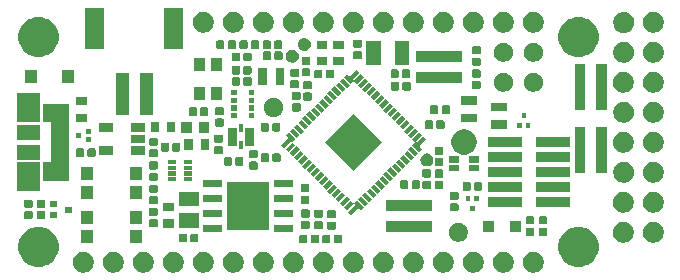
<source format=gbr>
G04 #@! TF.GenerationSoftware,KiCad,Pcbnew,5.1.4+dfsg1-1~bpo10+1*
G04 #@! TF.CreationDate,2020-03-06T18:09:37+01:00*
G04 #@! TF.ProjectId,quick-feather-board,71756963-6b2d-4666-9561-746865722d62,rev?*
G04 #@! TF.SameCoordinates,Original*
G04 #@! TF.FileFunction,Soldermask,Top*
G04 #@! TF.FilePolarity,Negative*
%FSLAX46Y46*%
G04 Gerber Fmt 4.6, Leading zero omitted, Abs format (unit mm)*
G04 Created by KiCad (PCBNEW 5.1.4+dfsg1-1~bpo10+1) date 2020-03-06 18:09:37*
%MOMM*%
%LPD*%
G04 APERTURE LIST*
%ADD10C,0.100000*%
G04 APERTURE END LIST*
D10*
G36*
X160190312Y-114308164D02*
G01*
X160257326Y-114335922D01*
X160352098Y-114375178D01*
X160497703Y-114472468D01*
X160621532Y-114596297D01*
X160718822Y-114741902D01*
X160785836Y-114903689D01*
X160820000Y-115075441D01*
X160820000Y-115250559D01*
X160785836Y-115422311D01*
X160718822Y-115584098D01*
X160621532Y-115729703D01*
X160497703Y-115853532D01*
X160352098Y-115950822D01*
X160257326Y-115990078D01*
X160190312Y-116017836D01*
X160018559Y-116052000D01*
X159843441Y-116052000D01*
X159671688Y-116017836D01*
X159604674Y-115990078D01*
X159509902Y-115950822D01*
X159364297Y-115853532D01*
X159240468Y-115729703D01*
X159143178Y-115584098D01*
X159076164Y-115422311D01*
X159042000Y-115250559D01*
X159042000Y-115075441D01*
X159076164Y-114903689D01*
X159143178Y-114741902D01*
X159240468Y-114596297D01*
X159364297Y-114472468D01*
X159509902Y-114375178D01*
X159604674Y-114335922D01*
X159671688Y-114308164D01*
X159843441Y-114274000D01*
X160018559Y-114274000D01*
X160190312Y-114308164D01*
X160190312Y-114308164D01*
G37*
G36*
X147490312Y-114308164D02*
G01*
X147557326Y-114335922D01*
X147652098Y-114375178D01*
X147797703Y-114472468D01*
X147921532Y-114596297D01*
X148018822Y-114741902D01*
X148085836Y-114903689D01*
X148120000Y-115075441D01*
X148120000Y-115250559D01*
X148085836Y-115422311D01*
X148018822Y-115584098D01*
X147921532Y-115729703D01*
X147797703Y-115853532D01*
X147652098Y-115950822D01*
X147557326Y-115990078D01*
X147490312Y-116017836D01*
X147318559Y-116052000D01*
X147143441Y-116052000D01*
X146971688Y-116017836D01*
X146904674Y-115990078D01*
X146809902Y-115950822D01*
X146664297Y-115853532D01*
X146540468Y-115729703D01*
X146443178Y-115584098D01*
X146376164Y-115422311D01*
X146342000Y-115250559D01*
X146342000Y-115075441D01*
X146376164Y-114903689D01*
X146443178Y-114741902D01*
X146540468Y-114596297D01*
X146664297Y-114472468D01*
X146809902Y-114375178D01*
X146904674Y-114335922D01*
X146971688Y-114308164D01*
X147143441Y-114274000D01*
X147318559Y-114274000D01*
X147490312Y-114308164D01*
X147490312Y-114308164D01*
G37*
G36*
X132240312Y-114308164D02*
G01*
X132307326Y-114335922D01*
X132402098Y-114375178D01*
X132547703Y-114472468D01*
X132671532Y-114596297D01*
X132768822Y-114741902D01*
X132835836Y-114903689D01*
X132870000Y-115075441D01*
X132870000Y-115250559D01*
X132835836Y-115422311D01*
X132768822Y-115584098D01*
X132671532Y-115729703D01*
X132547703Y-115853532D01*
X132402098Y-115950822D01*
X132307326Y-115990078D01*
X132240312Y-116017836D01*
X132068559Y-116052000D01*
X131893441Y-116052000D01*
X131721688Y-116017836D01*
X131654674Y-115990078D01*
X131559902Y-115950822D01*
X131414297Y-115853532D01*
X131290468Y-115729703D01*
X131193178Y-115584098D01*
X131126164Y-115422311D01*
X131092000Y-115250559D01*
X131092000Y-115075441D01*
X131126164Y-114903689D01*
X131193178Y-114741902D01*
X131290468Y-114596297D01*
X131414297Y-114472468D01*
X131559902Y-114375178D01*
X131654674Y-114335922D01*
X131721688Y-114308164D01*
X131893441Y-114274000D01*
X132068559Y-114274000D01*
X132240312Y-114308164D01*
X132240312Y-114308164D01*
G37*
G36*
X134780312Y-114308164D02*
G01*
X134847326Y-114335922D01*
X134942098Y-114375178D01*
X135087703Y-114472468D01*
X135211532Y-114596297D01*
X135308822Y-114741902D01*
X135375836Y-114903689D01*
X135410000Y-115075441D01*
X135410000Y-115250559D01*
X135375836Y-115422311D01*
X135308822Y-115584098D01*
X135211532Y-115729703D01*
X135087703Y-115853532D01*
X134942098Y-115950822D01*
X134847326Y-115990078D01*
X134780312Y-116017836D01*
X134608559Y-116052000D01*
X134433441Y-116052000D01*
X134261688Y-116017836D01*
X134194674Y-115990078D01*
X134099902Y-115950822D01*
X133954297Y-115853532D01*
X133830468Y-115729703D01*
X133733178Y-115584098D01*
X133666164Y-115422311D01*
X133632000Y-115250559D01*
X133632000Y-115075441D01*
X133666164Y-114903689D01*
X133733178Y-114741902D01*
X133830468Y-114596297D01*
X133954297Y-114472468D01*
X134099902Y-114375178D01*
X134194674Y-114335922D01*
X134261688Y-114308164D01*
X134433441Y-114274000D01*
X134608559Y-114274000D01*
X134780312Y-114308164D01*
X134780312Y-114308164D01*
G37*
G36*
X129700312Y-114308164D02*
G01*
X129767326Y-114335922D01*
X129862098Y-114375178D01*
X130007703Y-114472468D01*
X130131532Y-114596297D01*
X130228822Y-114741902D01*
X130295836Y-114903689D01*
X130330000Y-115075441D01*
X130330000Y-115250559D01*
X130295836Y-115422311D01*
X130228822Y-115584098D01*
X130131532Y-115729703D01*
X130007703Y-115853532D01*
X129862098Y-115950822D01*
X129767326Y-115990078D01*
X129700312Y-116017836D01*
X129528559Y-116052000D01*
X129353441Y-116052000D01*
X129181688Y-116017836D01*
X129114674Y-115990078D01*
X129019902Y-115950822D01*
X128874297Y-115853532D01*
X128750468Y-115729703D01*
X128653178Y-115584098D01*
X128586164Y-115422311D01*
X128552000Y-115250559D01*
X128552000Y-115075441D01*
X128586164Y-114903689D01*
X128653178Y-114741902D01*
X128750468Y-114596297D01*
X128874297Y-114472468D01*
X129019902Y-114375178D01*
X129114674Y-114335922D01*
X129181688Y-114308164D01*
X129353441Y-114274000D01*
X129528559Y-114274000D01*
X129700312Y-114308164D01*
X129700312Y-114308164D01*
G37*
G36*
X137320312Y-114308164D02*
G01*
X137387326Y-114335922D01*
X137482098Y-114375178D01*
X137627703Y-114472468D01*
X137751532Y-114596297D01*
X137848822Y-114741902D01*
X137915836Y-114903689D01*
X137950000Y-115075441D01*
X137950000Y-115250559D01*
X137915836Y-115422311D01*
X137848822Y-115584098D01*
X137751532Y-115729703D01*
X137627703Y-115853532D01*
X137482098Y-115950822D01*
X137387326Y-115990078D01*
X137320312Y-116017836D01*
X137148559Y-116052000D01*
X136973441Y-116052000D01*
X136801688Y-116017836D01*
X136734674Y-115990078D01*
X136639902Y-115950822D01*
X136494297Y-115853532D01*
X136370468Y-115729703D01*
X136273178Y-115584098D01*
X136206164Y-115422311D01*
X136172000Y-115250559D01*
X136172000Y-115075441D01*
X136206164Y-114903689D01*
X136273178Y-114741902D01*
X136370468Y-114596297D01*
X136494297Y-114472468D01*
X136639902Y-114375178D01*
X136734674Y-114335922D01*
X136801688Y-114308164D01*
X136973441Y-114274000D01*
X137148559Y-114274000D01*
X137320312Y-114308164D01*
X137320312Y-114308164D01*
G37*
G36*
X155110312Y-114308164D02*
G01*
X155177326Y-114335922D01*
X155272098Y-114375178D01*
X155417703Y-114472468D01*
X155541532Y-114596297D01*
X155638822Y-114741902D01*
X155705836Y-114903689D01*
X155740000Y-115075441D01*
X155740000Y-115250559D01*
X155705836Y-115422311D01*
X155638822Y-115584098D01*
X155541532Y-115729703D01*
X155417703Y-115853532D01*
X155272098Y-115950822D01*
X155177326Y-115990078D01*
X155110312Y-116017836D01*
X154938559Y-116052000D01*
X154763441Y-116052000D01*
X154591688Y-116017836D01*
X154524674Y-115990078D01*
X154429902Y-115950822D01*
X154284297Y-115853532D01*
X154160468Y-115729703D01*
X154063178Y-115584098D01*
X153996164Y-115422311D01*
X153962000Y-115250559D01*
X153962000Y-115075441D01*
X153996164Y-114903689D01*
X154063178Y-114741902D01*
X154160468Y-114596297D01*
X154284297Y-114472468D01*
X154429902Y-114375178D01*
X154524674Y-114335922D01*
X154591688Y-114308164D01*
X154763441Y-114274000D01*
X154938559Y-114274000D01*
X155110312Y-114308164D01*
X155110312Y-114308164D01*
G37*
G36*
X162730312Y-114308164D02*
G01*
X162797326Y-114335922D01*
X162892098Y-114375178D01*
X163037703Y-114472468D01*
X163161532Y-114596297D01*
X163258822Y-114741902D01*
X163325836Y-114903689D01*
X163360000Y-115075441D01*
X163360000Y-115250559D01*
X163325836Y-115422311D01*
X163258822Y-115584098D01*
X163161532Y-115729703D01*
X163037703Y-115853532D01*
X162892098Y-115950822D01*
X162797326Y-115990078D01*
X162730312Y-116017836D01*
X162558559Y-116052000D01*
X162383441Y-116052000D01*
X162211688Y-116017836D01*
X162144674Y-115990078D01*
X162049902Y-115950822D01*
X161904297Y-115853532D01*
X161780468Y-115729703D01*
X161683178Y-115584098D01*
X161616164Y-115422311D01*
X161582000Y-115250559D01*
X161582000Y-115075441D01*
X161616164Y-114903689D01*
X161683178Y-114741902D01*
X161780468Y-114596297D01*
X161904297Y-114472468D01*
X162049902Y-114375178D01*
X162144674Y-114335922D01*
X162211688Y-114308164D01*
X162383441Y-114274000D01*
X162558559Y-114274000D01*
X162730312Y-114308164D01*
X162730312Y-114308164D01*
G37*
G36*
X152570312Y-114308164D02*
G01*
X152637326Y-114335922D01*
X152732098Y-114375178D01*
X152877703Y-114472468D01*
X153001532Y-114596297D01*
X153098822Y-114741902D01*
X153165836Y-114903689D01*
X153200000Y-115075441D01*
X153200000Y-115250559D01*
X153165836Y-115422311D01*
X153098822Y-115584098D01*
X153001532Y-115729703D01*
X152877703Y-115853532D01*
X152732098Y-115950822D01*
X152637326Y-115990078D01*
X152570312Y-116017836D01*
X152398559Y-116052000D01*
X152223441Y-116052000D01*
X152051688Y-116017836D01*
X151984674Y-115990078D01*
X151889902Y-115950822D01*
X151744297Y-115853532D01*
X151620468Y-115729703D01*
X151523178Y-115584098D01*
X151456164Y-115422311D01*
X151422000Y-115250559D01*
X151422000Y-115075441D01*
X151456164Y-114903689D01*
X151523178Y-114741902D01*
X151620468Y-114596297D01*
X151744297Y-114472468D01*
X151889902Y-114375178D01*
X151984674Y-114335922D01*
X152051688Y-114308164D01*
X152223441Y-114274000D01*
X152398559Y-114274000D01*
X152570312Y-114308164D01*
X152570312Y-114308164D01*
G37*
G36*
X157650312Y-114308164D02*
G01*
X157717326Y-114335922D01*
X157812098Y-114375178D01*
X157957703Y-114472468D01*
X158081532Y-114596297D01*
X158178822Y-114741902D01*
X158245836Y-114903689D01*
X158280000Y-115075441D01*
X158280000Y-115250559D01*
X158245836Y-115422311D01*
X158178822Y-115584098D01*
X158081532Y-115729703D01*
X157957703Y-115853532D01*
X157812098Y-115950822D01*
X157717326Y-115990078D01*
X157650312Y-116017836D01*
X157478559Y-116052000D01*
X157303441Y-116052000D01*
X157131688Y-116017836D01*
X157064674Y-115990078D01*
X156969902Y-115950822D01*
X156824297Y-115853532D01*
X156700468Y-115729703D01*
X156603178Y-115584098D01*
X156536164Y-115422311D01*
X156502000Y-115250559D01*
X156502000Y-115075441D01*
X156536164Y-114903689D01*
X156603178Y-114741902D01*
X156700468Y-114596297D01*
X156824297Y-114472468D01*
X156969902Y-114375178D01*
X157064674Y-114335922D01*
X157131688Y-114308164D01*
X157303441Y-114274000D01*
X157478559Y-114274000D01*
X157650312Y-114308164D01*
X157650312Y-114308164D01*
G37*
G36*
X167810312Y-114308164D02*
G01*
X167877326Y-114335922D01*
X167972098Y-114375178D01*
X168117703Y-114472468D01*
X168241532Y-114596297D01*
X168338822Y-114741902D01*
X168405836Y-114903689D01*
X168440000Y-115075441D01*
X168440000Y-115250559D01*
X168405836Y-115422311D01*
X168338822Y-115584098D01*
X168241532Y-115729703D01*
X168117703Y-115853532D01*
X167972098Y-115950822D01*
X167877326Y-115990078D01*
X167810312Y-116017836D01*
X167638559Y-116052000D01*
X167463441Y-116052000D01*
X167291688Y-116017836D01*
X167224674Y-115990078D01*
X167129902Y-115950822D01*
X166984297Y-115853532D01*
X166860468Y-115729703D01*
X166763178Y-115584098D01*
X166696164Y-115422311D01*
X166662000Y-115250559D01*
X166662000Y-115075441D01*
X166696164Y-114903689D01*
X166763178Y-114741902D01*
X166860468Y-114596297D01*
X166984297Y-114472468D01*
X167129902Y-114375178D01*
X167224674Y-114335922D01*
X167291688Y-114308164D01*
X167463441Y-114274000D01*
X167638559Y-114274000D01*
X167810312Y-114308164D01*
X167810312Y-114308164D01*
G37*
G36*
X142410312Y-114308164D02*
G01*
X142477326Y-114335922D01*
X142572098Y-114375178D01*
X142717703Y-114472468D01*
X142841532Y-114596297D01*
X142938822Y-114741902D01*
X143005836Y-114903689D01*
X143040000Y-115075441D01*
X143040000Y-115250559D01*
X143005836Y-115422311D01*
X142938822Y-115584098D01*
X142841532Y-115729703D01*
X142717703Y-115853532D01*
X142572098Y-115950822D01*
X142477326Y-115990078D01*
X142410312Y-116017836D01*
X142238559Y-116052000D01*
X142063441Y-116052000D01*
X141891688Y-116017836D01*
X141824674Y-115990078D01*
X141729902Y-115950822D01*
X141584297Y-115853532D01*
X141460468Y-115729703D01*
X141363178Y-115584098D01*
X141296164Y-115422311D01*
X141262000Y-115250559D01*
X141262000Y-115075441D01*
X141296164Y-114903689D01*
X141363178Y-114741902D01*
X141460468Y-114596297D01*
X141584297Y-114472468D01*
X141729902Y-114375178D01*
X141824674Y-114335922D01*
X141891688Y-114308164D01*
X142063441Y-114274000D01*
X142238559Y-114274000D01*
X142410312Y-114308164D01*
X142410312Y-114308164D01*
G37*
G36*
X139870312Y-114308164D02*
G01*
X139937326Y-114335922D01*
X140032098Y-114375178D01*
X140177703Y-114472468D01*
X140301532Y-114596297D01*
X140398822Y-114741902D01*
X140465836Y-114903689D01*
X140500000Y-115075441D01*
X140500000Y-115250559D01*
X140465836Y-115422311D01*
X140398822Y-115584098D01*
X140301532Y-115729703D01*
X140177703Y-115853532D01*
X140032098Y-115950822D01*
X139937326Y-115990078D01*
X139870312Y-116017836D01*
X139698559Y-116052000D01*
X139523441Y-116052000D01*
X139351688Y-116017836D01*
X139284674Y-115990078D01*
X139189902Y-115950822D01*
X139044297Y-115853532D01*
X138920468Y-115729703D01*
X138823178Y-115584098D01*
X138756164Y-115422311D01*
X138722000Y-115250559D01*
X138722000Y-115075441D01*
X138756164Y-114903689D01*
X138823178Y-114741902D01*
X138920468Y-114596297D01*
X139044297Y-114472468D01*
X139189902Y-114375178D01*
X139284674Y-114335922D01*
X139351688Y-114308164D01*
X139523441Y-114274000D01*
X139698559Y-114274000D01*
X139870312Y-114308164D01*
X139870312Y-114308164D01*
G37*
G36*
X165270312Y-114308164D02*
G01*
X165337326Y-114335922D01*
X165432098Y-114375178D01*
X165577703Y-114472468D01*
X165701532Y-114596297D01*
X165798822Y-114741902D01*
X165865836Y-114903689D01*
X165900000Y-115075441D01*
X165900000Y-115250559D01*
X165865836Y-115422311D01*
X165798822Y-115584098D01*
X165701532Y-115729703D01*
X165577703Y-115853532D01*
X165432098Y-115950822D01*
X165337326Y-115990078D01*
X165270312Y-116017836D01*
X165098559Y-116052000D01*
X164923441Y-116052000D01*
X164751688Y-116017836D01*
X164684674Y-115990078D01*
X164589902Y-115950822D01*
X164444297Y-115853532D01*
X164320468Y-115729703D01*
X164223178Y-115584098D01*
X164156164Y-115422311D01*
X164122000Y-115250559D01*
X164122000Y-115075441D01*
X164156164Y-114903689D01*
X164223178Y-114741902D01*
X164320468Y-114596297D01*
X164444297Y-114472468D01*
X164589902Y-114375178D01*
X164684674Y-114335922D01*
X164751688Y-114308164D01*
X164923441Y-114274000D01*
X165098559Y-114274000D01*
X165270312Y-114308164D01*
X165270312Y-114308164D01*
G37*
G36*
X144950312Y-114308164D02*
G01*
X145017326Y-114335922D01*
X145112098Y-114375178D01*
X145257703Y-114472468D01*
X145381532Y-114596297D01*
X145478822Y-114741902D01*
X145545836Y-114903689D01*
X145580000Y-115075441D01*
X145580000Y-115250559D01*
X145545836Y-115422311D01*
X145478822Y-115584098D01*
X145381532Y-115729703D01*
X145257703Y-115853532D01*
X145112098Y-115950822D01*
X145017326Y-115990078D01*
X144950312Y-116017836D01*
X144778559Y-116052000D01*
X144603441Y-116052000D01*
X144431688Y-116017836D01*
X144364674Y-115990078D01*
X144269902Y-115950822D01*
X144124297Y-115853532D01*
X144000468Y-115729703D01*
X143903178Y-115584098D01*
X143836164Y-115422311D01*
X143802000Y-115250559D01*
X143802000Y-115075441D01*
X143836164Y-114903689D01*
X143903178Y-114741902D01*
X144000468Y-114596297D01*
X144124297Y-114472468D01*
X144269902Y-114375178D01*
X144364674Y-114335922D01*
X144431688Y-114308164D01*
X144603441Y-114274000D01*
X144778559Y-114274000D01*
X144950312Y-114308164D01*
X144950312Y-114308164D01*
G37*
G36*
X150030312Y-114308164D02*
G01*
X150097326Y-114335922D01*
X150192098Y-114375178D01*
X150337703Y-114472468D01*
X150461532Y-114596297D01*
X150558822Y-114741902D01*
X150625836Y-114903689D01*
X150660000Y-115075441D01*
X150660000Y-115250559D01*
X150625836Y-115422311D01*
X150558822Y-115584098D01*
X150461532Y-115729703D01*
X150337703Y-115853532D01*
X150192098Y-115950822D01*
X150097326Y-115990078D01*
X150030312Y-116017836D01*
X149858559Y-116052000D01*
X149683441Y-116052000D01*
X149511688Y-116017836D01*
X149444674Y-115990078D01*
X149349902Y-115950822D01*
X149204297Y-115853532D01*
X149080468Y-115729703D01*
X148983178Y-115584098D01*
X148916164Y-115422311D01*
X148882000Y-115250559D01*
X148882000Y-115075441D01*
X148916164Y-114903689D01*
X148983178Y-114741902D01*
X149080468Y-114596297D01*
X149204297Y-114472468D01*
X149349902Y-114375178D01*
X149444674Y-114335922D01*
X149511688Y-114308164D01*
X149683441Y-114274000D01*
X149858559Y-114274000D01*
X150030312Y-114308164D01*
X150030312Y-114308164D01*
G37*
G36*
X171633487Y-112185856D02*
G01*
X171871497Y-112233199D01*
X172045053Y-112305089D01*
X172181203Y-112361484D01*
X172459933Y-112547725D01*
X172696975Y-112784767D01*
X172883216Y-113063497D01*
X172915839Y-113142256D01*
X173011501Y-113373203D01*
X173076900Y-113701987D01*
X173076900Y-114037213D01*
X173011501Y-114365997D01*
X172967399Y-114472468D01*
X172883216Y-114675703D01*
X172696975Y-114954433D01*
X172459933Y-115191475D01*
X172181203Y-115377716D01*
X172052919Y-115430853D01*
X171871497Y-115506001D01*
X171652308Y-115549600D01*
X171542714Y-115571400D01*
X171207486Y-115571400D01*
X171097892Y-115549600D01*
X170878703Y-115506001D01*
X170697281Y-115430853D01*
X170568997Y-115377716D01*
X170290267Y-115191475D01*
X170053225Y-114954433D01*
X169866984Y-114675703D01*
X169782801Y-114472468D01*
X169738699Y-114365997D01*
X169673300Y-114037213D01*
X169673300Y-113701987D01*
X169738699Y-113373203D01*
X169834361Y-113142256D01*
X169866984Y-113063497D01*
X170053225Y-112784767D01*
X170290267Y-112547725D01*
X170568997Y-112361484D01*
X170705147Y-112305089D01*
X170878703Y-112233199D01*
X171116713Y-112185856D01*
X171207486Y-112167800D01*
X171542714Y-112167800D01*
X171633487Y-112185856D01*
X171633487Y-112185856D01*
G37*
G36*
X125913487Y-112185856D02*
G01*
X126151497Y-112233199D01*
X126325053Y-112305089D01*
X126461203Y-112361484D01*
X126739933Y-112547725D01*
X126976975Y-112784767D01*
X127163216Y-113063497D01*
X127195839Y-113142256D01*
X127291501Y-113373203D01*
X127356900Y-113701987D01*
X127356900Y-114037213D01*
X127291501Y-114365997D01*
X127247399Y-114472468D01*
X127163216Y-114675703D01*
X126976975Y-114954433D01*
X126739933Y-115191475D01*
X126461203Y-115377716D01*
X126332919Y-115430853D01*
X126151497Y-115506001D01*
X125932308Y-115549600D01*
X125822714Y-115571400D01*
X125487486Y-115571400D01*
X125377892Y-115549600D01*
X125158703Y-115506001D01*
X124977281Y-115430853D01*
X124848997Y-115377716D01*
X124570267Y-115191475D01*
X124333225Y-114954433D01*
X124146984Y-114675703D01*
X124062801Y-114472468D01*
X124018699Y-114365997D01*
X123953300Y-114037213D01*
X123953300Y-113701987D01*
X124018699Y-113373203D01*
X124114361Y-113142256D01*
X124146984Y-113063497D01*
X124333225Y-112784767D01*
X124570267Y-112547725D01*
X124848997Y-112361484D01*
X124985147Y-112305089D01*
X125158703Y-112233199D01*
X125396713Y-112185856D01*
X125487486Y-112167800D01*
X125822714Y-112167800D01*
X125913487Y-112185856D01*
X125913487Y-112185856D01*
G37*
G36*
X151226824Y-112832080D02*
G01*
X151254545Y-112840490D01*
X151280089Y-112854144D01*
X151302480Y-112872520D01*
X151320856Y-112894911D01*
X151334510Y-112920455D01*
X151342920Y-112948176D01*
X151346000Y-112979453D01*
X151346000Y-113420547D01*
X151342920Y-113451824D01*
X151334510Y-113479545D01*
X151320856Y-113505089D01*
X151302480Y-113527480D01*
X151280089Y-113545856D01*
X151254545Y-113559510D01*
X151226824Y-113567920D01*
X151195547Y-113571000D01*
X150804453Y-113571000D01*
X150773176Y-113567920D01*
X150745455Y-113559510D01*
X150719911Y-113545856D01*
X150697520Y-113527480D01*
X150679144Y-113505089D01*
X150665490Y-113479545D01*
X150657080Y-113451824D01*
X150654000Y-113420547D01*
X150654000Y-112979453D01*
X150657080Y-112948176D01*
X150665490Y-112920455D01*
X150679144Y-112894911D01*
X150697520Y-112872520D01*
X150719911Y-112854144D01*
X150745455Y-112840490D01*
X150773176Y-112832080D01*
X150804453Y-112829000D01*
X151195547Y-112829000D01*
X151226824Y-112832080D01*
X151226824Y-112832080D01*
G37*
G36*
X150256824Y-112832080D02*
G01*
X150284545Y-112840490D01*
X150310089Y-112854144D01*
X150332480Y-112872520D01*
X150350856Y-112894911D01*
X150364510Y-112920455D01*
X150372920Y-112948176D01*
X150376000Y-112979453D01*
X150376000Y-113420547D01*
X150372920Y-113451824D01*
X150364510Y-113479545D01*
X150350856Y-113505089D01*
X150332480Y-113527480D01*
X150310089Y-113545856D01*
X150284545Y-113559510D01*
X150256824Y-113567920D01*
X150225547Y-113571000D01*
X149834453Y-113571000D01*
X149803176Y-113567920D01*
X149775455Y-113559510D01*
X149749911Y-113545856D01*
X149727520Y-113527480D01*
X149709144Y-113505089D01*
X149695490Y-113479545D01*
X149687080Y-113451824D01*
X149684000Y-113420547D01*
X149684000Y-112979453D01*
X149687080Y-112948176D01*
X149695490Y-112920455D01*
X149709144Y-112894911D01*
X149727520Y-112872520D01*
X149749911Y-112854144D01*
X149775455Y-112840490D01*
X149803176Y-112832080D01*
X149834453Y-112829000D01*
X150225547Y-112829000D01*
X150256824Y-112832080D01*
X150256824Y-112832080D01*
G37*
G36*
X148311824Y-112822080D02*
G01*
X148339545Y-112830490D01*
X148365089Y-112844144D01*
X148387480Y-112862520D01*
X148405856Y-112884911D01*
X148419510Y-112910455D01*
X148427920Y-112938176D01*
X148431000Y-112969453D01*
X148431000Y-113410547D01*
X148427920Y-113441824D01*
X148419510Y-113469545D01*
X148405856Y-113495089D01*
X148387480Y-113517480D01*
X148365089Y-113535856D01*
X148339545Y-113549510D01*
X148311824Y-113557920D01*
X148280547Y-113561000D01*
X147889453Y-113561000D01*
X147858176Y-113557920D01*
X147830455Y-113549510D01*
X147804911Y-113535856D01*
X147782520Y-113517480D01*
X147764144Y-113495089D01*
X147750490Y-113469545D01*
X147742080Y-113441824D01*
X147739000Y-113410547D01*
X147739000Y-112969453D01*
X147742080Y-112938176D01*
X147750490Y-112910455D01*
X147764144Y-112884911D01*
X147782520Y-112862520D01*
X147804911Y-112844144D01*
X147830455Y-112830490D01*
X147858176Y-112822080D01*
X147889453Y-112819000D01*
X148280547Y-112819000D01*
X148311824Y-112822080D01*
X148311824Y-112822080D01*
G37*
G36*
X149281824Y-112822080D02*
G01*
X149309545Y-112830490D01*
X149335089Y-112844144D01*
X149357480Y-112862520D01*
X149375856Y-112884911D01*
X149389510Y-112910455D01*
X149397920Y-112938176D01*
X149401000Y-112969453D01*
X149401000Y-113410547D01*
X149397920Y-113441824D01*
X149389510Y-113469545D01*
X149375856Y-113495089D01*
X149357480Y-113517480D01*
X149335089Y-113535856D01*
X149309545Y-113549510D01*
X149281824Y-113557920D01*
X149250547Y-113561000D01*
X148859453Y-113561000D01*
X148828176Y-113557920D01*
X148800455Y-113549510D01*
X148774911Y-113535856D01*
X148752520Y-113517480D01*
X148734144Y-113495089D01*
X148720490Y-113469545D01*
X148712080Y-113441824D01*
X148709000Y-113410547D01*
X148709000Y-112969453D01*
X148712080Y-112938176D01*
X148720490Y-112910455D01*
X148734144Y-112884911D01*
X148752520Y-112862520D01*
X148774911Y-112844144D01*
X148800455Y-112830490D01*
X148828176Y-112822080D01*
X148859453Y-112819000D01*
X149250547Y-112819000D01*
X149281824Y-112822080D01*
X149281824Y-112822080D01*
G37*
G36*
X175430312Y-111768164D02*
G01*
X175470742Y-111784911D01*
X175592098Y-111835178D01*
X175737703Y-111932468D01*
X175861532Y-112056297D01*
X175958822Y-112201902D01*
X175979500Y-112251824D01*
X176025836Y-112363688D01*
X176060000Y-112535441D01*
X176060000Y-112710559D01*
X176025836Y-112882312D01*
X176004964Y-112932700D01*
X175958822Y-113044098D01*
X175861532Y-113189703D01*
X175737703Y-113313532D01*
X175592098Y-113410822D01*
X175517252Y-113441824D01*
X175430312Y-113477836D01*
X175258559Y-113512000D01*
X175083441Y-113512000D01*
X174911688Y-113477836D01*
X174824748Y-113441824D01*
X174749902Y-113410822D01*
X174604297Y-113313532D01*
X174480468Y-113189703D01*
X174383178Y-113044098D01*
X174337036Y-112932700D01*
X174316164Y-112882312D01*
X174282000Y-112710559D01*
X174282000Y-112535441D01*
X174316164Y-112363688D01*
X174362500Y-112251824D01*
X174383178Y-112201902D01*
X174480468Y-112056297D01*
X174604297Y-111932468D01*
X174749902Y-111835178D01*
X174871258Y-111784911D01*
X174911688Y-111768164D01*
X175083441Y-111734000D01*
X175258559Y-111734000D01*
X175430312Y-111768164D01*
X175430312Y-111768164D01*
G37*
G36*
X177970312Y-111768164D02*
G01*
X178010742Y-111784911D01*
X178132098Y-111835178D01*
X178277703Y-111932468D01*
X178401532Y-112056297D01*
X178498822Y-112201902D01*
X178519500Y-112251824D01*
X178565836Y-112363688D01*
X178600000Y-112535441D01*
X178600000Y-112710559D01*
X178565836Y-112882312D01*
X178544964Y-112932700D01*
X178498822Y-113044098D01*
X178401532Y-113189703D01*
X178277703Y-113313532D01*
X178132098Y-113410822D01*
X178057252Y-113441824D01*
X177970312Y-113477836D01*
X177798559Y-113512000D01*
X177623441Y-113512000D01*
X177451688Y-113477836D01*
X177364748Y-113441824D01*
X177289902Y-113410822D01*
X177144297Y-113313532D01*
X177020468Y-113189703D01*
X176923178Y-113044098D01*
X176877036Y-112932700D01*
X176856164Y-112882312D01*
X176822000Y-112710559D01*
X176822000Y-112535441D01*
X176856164Y-112363688D01*
X176902500Y-112251824D01*
X176923178Y-112201902D01*
X177020468Y-112056297D01*
X177144297Y-111932468D01*
X177289902Y-111835178D01*
X177411258Y-111784911D01*
X177451688Y-111768164D01*
X177623441Y-111734000D01*
X177798559Y-111734000D01*
X177970312Y-111768164D01*
X177970312Y-111768164D01*
G37*
G36*
X130281000Y-113501000D02*
G01*
X129279000Y-113501000D01*
X129279000Y-112399000D01*
X130281000Y-112399000D01*
X130281000Y-113501000D01*
X130281000Y-113501000D01*
G37*
G36*
X134381000Y-113501000D02*
G01*
X133379000Y-113501000D01*
X133379000Y-112399000D01*
X134381000Y-112399000D01*
X134381000Y-113501000D01*
X134381000Y-113501000D01*
G37*
G36*
X139081824Y-112742080D02*
G01*
X139109545Y-112750490D01*
X139135089Y-112764144D01*
X139157480Y-112782520D01*
X139175856Y-112804911D01*
X139189510Y-112830455D01*
X139197920Y-112858176D01*
X139201000Y-112889453D01*
X139201000Y-113330547D01*
X139197920Y-113361824D01*
X139189510Y-113389545D01*
X139175856Y-113415089D01*
X139157480Y-113437480D01*
X139135089Y-113455856D01*
X139109545Y-113469510D01*
X139081824Y-113477920D01*
X139050547Y-113481000D01*
X138659453Y-113481000D01*
X138628176Y-113477920D01*
X138600455Y-113469510D01*
X138574911Y-113455856D01*
X138552520Y-113437480D01*
X138534144Y-113415089D01*
X138520490Y-113389545D01*
X138512080Y-113361824D01*
X138509000Y-113330547D01*
X138509000Y-112889453D01*
X138512080Y-112858176D01*
X138520490Y-112830455D01*
X138534144Y-112804911D01*
X138552520Y-112782520D01*
X138574911Y-112764144D01*
X138600455Y-112750490D01*
X138628176Y-112742080D01*
X138659453Y-112739000D01*
X139050547Y-112739000D01*
X139081824Y-112742080D01*
X139081824Y-112742080D01*
G37*
G36*
X138111824Y-112742080D02*
G01*
X138139545Y-112750490D01*
X138165089Y-112764144D01*
X138187480Y-112782520D01*
X138205856Y-112804911D01*
X138219510Y-112830455D01*
X138227920Y-112858176D01*
X138231000Y-112889453D01*
X138231000Y-113330547D01*
X138227920Y-113361824D01*
X138219510Y-113389545D01*
X138205856Y-113415089D01*
X138187480Y-113437480D01*
X138165089Y-113455856D01*
X138139545Y-113469510D01*
X138111824Y-113477920D01*
X138080547Y-113481000D01*
X137689453Y-113481000D01*
X137658176Y-113477920D01*
X137630455Y-113469510D01*
X137604911Y-113455856D01*
X137582520Y-113437480D01*
X137564144Y-113415089D01*
X137550490Y-113389545D01*
X137542080Y-113361824D01*
X137539000Y-113330547D01*
X137539000Y-112889453D01*
X137542080Y-112858176D01*
X137550490Y-112830455D01*
X137564144Y-112804911D01*
X137582520Y-112782520D01*
X137604911Y-112764144D01*
X137630455Y-112750490D01*
X137658176Y-112742080D01*
X137689453Y-112739000D01*
X138080547Y-112739000D01*
X138111824Y-112742080D01*
X138111824Y-112742080D01*
G37*
G36*
X161433142Y-111842242D02*
G01*
X161581098Y-111903528D01*
X161581100Y-111903529D01*
X161714257Y-111992501D01*
X161827499Y-112105743D01*
X161916471Y-112238900D01*
X161916472Y-112238902D01*
X161977758Y-112386858D01*
X162009000Y-112543925D01*
X162009000Y-112704073D01*
X161977758Y-112861142D01*
X161928751Y-112979453D01*
X161916471Y-113009100D01*
X161827499Y-113142257D01*
X161714257Y-113255499D01*
X161581100Y-113344471D01*
X161581099Y-113344472D01*
X161581098Y-113344472D01*
X161433142Y-113405758D01*
X161276075Y-113437000D01*
X161115925Y-113437000D01*
X160958858Y-113405758D01*
X160810902Y-113344472D01*
X160810901Y-113344472D01*
X160810900Y-113344471D01*
X160677743Y-113255499D01*
X160564501Y-113142257D01*
X160475529Y-113009100D01*
X160463249Y-112979453D01*
X160414242Y-112861142D01*
X160383000Y-112704073D01*
X160383000Y-112543925D01*
X160414242Y-112386858D01*
X160475528Y-112238902D01*
X160475529Y-112238900D01*
X160564501Y-112105743D01*
X160677743Y-111992501D01*
X160810900Y-111903529D01*
X160810902Y-111903528D01*
X160958858Y-111842242D01*
X161115925Y-111811000D01*
X161276075Y-111811000D01*
X161433142Y-111842242D01*
X161433142Y-111842242D01*
G37*
G36*
X167522124Y-112243780D02*
G01*
X167549845Y-112252190D01*
X167575389Y-112265844D01*
X167597780Y-112284220D01*
X167616156Y-112306611D01*
X167629810Y-112332155D01*
X167638220Y-112359876D01*
X167641300Y-112391153D01*
X167641300Y-112782247D01*
X167638220Y-112813524D01*
X167629810Y-112841245D01*
X167616156Y-112866789D01*
X167597780Y-112889180D01*
X167575389Y-112907556D01*
X167549845Y-112921210D01*
X167522124Y-112929620D01*
X167490847Y-112932700D01*
X167049753Y-112932700D01*
X167018476Y-112929620D01*
X166990755Y-112921210D01*
X166965211Y-112907556D01*
X166942820Y-112889180D01*
X166924444Y-112866789D01*
X166910790Y-112841245D01*
X166902380Y-112813524D01*
X166899300Y-112782247D01*
X166899300Y-112391153D01*
X166902380Y-112359876D01*
X166910790Y-112332155D01*
X166924444Y-112306611D01*
X166942820Y-112284220D01*
X166965211Y-112265844D01*
X166990755Y-112252190D01*
X167018476Y-112243780D01*
X167049753Y-112240700D01*
X167490847Y-112240700D01*
X167522124Y-112243780D01*
X167522124Y-112243780D01*
G37*
G36*
X168631824Y-112242080D02*
G01*
X168659545Y-112250490D01*
X168685089Y-112264144D01*
X168707480Y-112282520D01*
X168725856Y-112304911D01*
X168739510Y-112330455D01*
X168747920Y-112358176D01*
X168751000Y-112389453D01*
X168751000Y-112780547D01*
X168747920Y-112811824D01*
X168739510Y-112839545D01*
X168725856Y-112865089D01*
X168707480Y-112887480D01*
X168685089Y-112905856D01*
X168659545Y-112919510D01*
X168631824Y-112927920D01*
X168600547Y-112931000D01*
X168159453Y-112931000D01*
X168128176Y-112927920D01*
X168100455Y-112919510D01*
X168074911Y-112905856D01*
X168052520Y-112887480D01*
X168034144Y-112865089D01*
X168020490Y-112839545D01*
X168012080Y-112811824D01*
X168009000Y-112780547D01*
X168009000Y-112389453D01*
X168012080Y-112358176D01*
X168020490Y-112330455D01*
X168034144Y-112304911D01*
X168052520Y-112282520D01*
X168074911Y-112264144D01*
X168100455Y-112250490D01*
X168128176Y-112242080D01*
X168159453Y-112239000D01*
X168600547Y-112239000D01*
X168631824Y-112242080D01*
X168631824Y-112242080D01*
G37*
G36*
X158941000Y-112611000D02*
G01*
X155039000Y-112611000D01*
X155039000Y-111709000D01*
X158941000Y-111709000D01*
X158941000Y-112611000D01*
X158941000Y-112611000D01*
G37*
G36*
X141201000Y-112606000D02*
G01*
X139599000Y-112606000D01*
X139599000Y-112004000D01*
X141201000Y-112004000D01*
X141201000Y-112606000D01*
X141201000Y-112606000D01*
G37*
G36*
X147201000Y-112606000D02*
G01*
X145599000Y-112606000D01*
X145599000Y-112004000D01*
X147201000Y-112004000D01*
X147201000Y-112606000D01*
X147201000Y-112606000D01*
G37*
G36*
X164221300Y-112602700D02*
G01*
X163319300Y-112602700D01*
X163319300Y-111700700D01*
X164221300Y-111700700D01*
X164221300Y-112602700D01*
X164221300Y-112602700D01*
G37*
G36*
X166471300Y-112602700D02*
G01*
X165569300Y-112602700D01*
X165569300Y-111700700D01*
X166471300Y-111700700D01*
X166471300Y-112602700D01*
X166471300Y-112602700D01*
G37*
G36*
X145151000Y-112451000D02*
G01*
X141649000Y-112451000D01*
X141649000Y-108349000D01*
X145151000Y-108349000D01*
X145151000Y-112451000D01*
X145151000Y-112451000D01*
G37*
G36*
X150721824Y-111722080D02*
G01*
X150749545Y-111730490D01*
X150775089Y-111744144D01*
X150797480Y-111762520D01*
X150815856Y-111784911D01*
X150829510Y-111810455D01*
X150837920Y-111838176D01*
X150841000Y-111869453D01*
X150841000Y-112260547D01*
X150837920Y-112291824D01*
X150829510Y-112319545D01*
X150815856Y-112345089D01*
X150797480Y-112367480D01*
X150775089Y-112385856D01*
X150749545Y-112399510D01*
X150721824Y-112407920D01*
X150690547Y-112411000D01*
X150249453Y-112411000D01*
X150218176Y-112407920D01*
X150190455Y-112399510D01*
X150164911Y-112385856D01*
X150142520Y-112367480D01*
X150124144Y-112345089D01*
X150110490Y-112319545D01*
X150102080Y-112291824D01*
X150099000Y-112260547D01*
X150099000Y-111869453D01*
X150102080Y-111838176D01*
X150110490Y-111810455D01*
X150124144Y-111784911D01*
X150142520Y-111762520D01*
X150164911Y-111744144D01*
X150190455Y-111730490D01*
X150218176Y-111722080D01*
X150249453Y-111719000D01*
X150690547Y-111719000D01*
X150721824Y-111722080D01*
X150721824Y-111722080D01*
G37*
G36*
X149611824Y-111682080D02*
G01*
X149639545Y-111690490D01*
X149665089Y-111704144D01*
X149687480Y-111722520D01*
X149705856Y-111744911D01*
X149719510Y-111770455D01*
X149727920Y-111798176D01*
X149731000Y-111829453D01*
X149731000Y-112220547D01*
X149727920Y-112251824D01*
X149719510Y-112279545D01*
X149705856Y-112305089D01*
X149687480Y-112327480D01*
X149665089Y-112345856D01*
X149639545Y-112359510D01*
X149611824Y-112367920D01*
X149580547Y-112371000D01*
X149139453Y-112371000D01*
X149108176Y-112367920D01*
X149080455Y-112359510D01*
X149054911Y-112345856D01*
X149032520Y-112327480D01*
X149014144Y-112305089D01*
X149000490Y-112279545D01*
X148992080Y-112251824D01*
X148989000Y-112220547D01*
X148989000Y-111829453D01*
X148992080Y-111798176D01*
X149000490Y-111770455D01*
X149014144Y-111744911D01*
X149032520Y-111722520D01*
X149054911Y-111704144D01*
X149080455Y-111690490D01*
X149108176Y-111682080D01*
X149139453Y-111679000D01*
X149580547Y-111679000D01*
X149611824Y-111682080D01*
X149611824Y-111682080D01*
G37*
G36*
X148501824Y-111662080D02*
G01*
X148529545Y-111670490D01*
X148555089Y-111684144D01*
X148577480Y-111702520D01*
X148595856Y-111724911D01*
X148609510Y-111750455D01*
X148617920Y-111778176D01*
X148621000Y-111809453D01*
X148621000Y-112200547D01*
X148617920Y-112231824D01*
X148609510Y-112259545D01*
X148595856Y-112285089D01*
X148577480Y-112307480D01*
X148555089Y-112325856D01*
X148529545Y-112339510D01*
X148501824Y-112347920D01*
X148470547Y-112351000D01*
X148029453Y-112351000D01*
X147998176Y-112347920D01*
X147970455Y-112339510D01*
X147944911Y-112325856D01*
X147922520Y-112307480D01*
X147904144Y-112285089D01*
X147890490Y-112259545D01*
X147882080Y-112231824D01*
X147879000Y-112200547D01*
X147879000Y-111809453D01*
X147882080Y-111778176D01*
X147890490Y-111750455D01*
X147904144Y-111724911D01*
X147922520Y-111702520D01*
X147944911Y-111684144D01*
X147970455Y-111670490D01*
X147998176Y-111662080D01*
X148029453Y-111659000D01*
X148470547Y-111659000D01*
X148501824Y-111662080D01*
X148501824Y-111662080D01*
G37*
G36*
X137131000Y-112231000D02*
G01*
X136229000Y-112231000D01*
X136229000Y-111529000D01*
X137131000Y-111529000D01*
X137131000Y-112231000D01*
X137131000Y-112231000D01*
G37*
G36*
X139231000Y-112231000D02*
G01*
X137529000Y-112231000D01*
X137529000Y-111029000D01*
X139231000Y-111029000D01*
X139231000Y-112231000D01*
X139231000Y-112231000D01*
G37*
G36*
X135631824Y-111522080D02*
G01*
X135659545Y-111530490D01*
X135685089Y-111544144D01*
X135707480Y-111562520D01*
X135725856Y-111584911D01*
X135739510Y-111610455D01*
X135747920Y-111638176D01*
X135751000Y-111669453D01*
X135751000Y-112060547D01*
X135747920Y-112091824D01*
X135739510Y-112119545D01*
X135725856Y-112145089D01*
X135707480Y-112167480D01*
X135685089Y-112185856D01*
X135659545Y-112199510D01*
X135631824Y-112207920D01*
X135600547Y-112211000D01*
X135159453Y-112211000D01*
X135128176Y-112207920D01*
X135100455Y-112199510D01*
X135074911Y-112185856D01*
X135052520Y-112167480D01*
X135034144Y-112145089D01*
X135020490Y-112119545D01*
X135012080Y-112091824D01*
X135009000Y-112060547D01*
X135009000Y-111669453D01*
X135012080Y-111638176D01*
X135020490Y-111610455D01*
X135034144Y-111584911D01*
X135052520Y-111562520D01*
X135074911Y-111544144D01*
X135100455Y-111530490D01*
X135128176Y-111522080D01*
X135159453Y-111519000D01*
X135600547Y-111519000D01*
X135631824Y-111522080D01*
X135631824Y-111522080D01*
G37*
G36*
X167522124Y-111273780D02*
G01*
X167549845Y-111282190D01*
X167575389Y-111295844D01*
X167597780Y-111314220D01*
X167616156Y-111336611D01*
X167629810Y-111362155D01*
X167638220Y-111389876D01*
X167641300Y-111421153D01*
X167641300Y-111812247D01*
X167638220Y-111843524D01*
X167629810Y-111871245D01*
X167616156Y-111896789D01*
X167597780Y-111919180D01*
X167575389Y-111937556D01*
X167549845Y-111951210D01*
X167522124Y-111959620D01*
X167490847Y-111962700D01*
X167049753Y-111962700D01*
X167018476Y-111959620D01*
X166990755Y-111951210D01*
X166965211Y-111937556D01*
X166942820Y-111919180D01*
X166924444Y-111896789D01*
X166910790Y-111871245D01*
X166902380Y-111843524D01*
X166899300Y-111812247D01*
X166899300Y-111421153D01*
X166902380Y-111389876D01*
X166910790Y-111362155D01*
X166924444Y-111336611D01*
X166942820Y-111314220D01*
X166965211Y-111295844D01*
X166990755Y-111282190D01*
X167018476Y-111273780D01*
X167049753Y-111270700D01*
X167490847Y-111270700D01*
X167522124Y-111273780D01*
X167522124Y-111273780D01*
G37*
G36*
X168631824Y-111272080D02*
G01*
X168659545Y-111280490D01*
X168685089Y-111294144D01*
X168707480Y-111312520D01*
X168725856Y-111334911D01*
X168739510Y-111360455D01*
X168747920Y-111388176D01*
X168751000Y-111419453D01*
X168751000Y-111810547D01*
X168747920Y-111841824D01*
X168739510Y-111869545D01*
X168725856Y-111895089D01*
X168707480Y-111917480D01*
X168685089Y-111935856D01*
X168659545Y-111949510D01*
X168631824Y-111957920D01*
X168600547Y-111961000D01*
X168159453Y-111961000D01*
X168128176Y-111957920D01*
X168100455Y-111949510D01*
X168074911Y-111935856D01*
X168052520Y-111917480D01*
X168034144Y-111895089D01*
X168020490Y-111869545D01*
X168012080Y-111841824D01*
X168009000Y-111810547D01*
X168009000Y-111419453D01*
X168012080Y-111388176D01*
X168020490Y-111360455D01*
X168034144Y-111334911D01*
X168052520Y-111312520D01*
X168074911Y-111294144D01*
X168100455Y-111280490D01*
X168128176Y-111272080D01*
X168159453Y-111269000D01*
X168600547Y-111269000D01*
X168631824Y-111272080D01*
X168631824Y-111272080D01*
G37*
G36*
X134381000Y-111901000D02*
G01*
X133379000Y-111901000D01*
X133379000Y-110799000D01*
X134381000Y-110799000D01*
X134381000Y-111901000D01*
X134381000Y-111901000D01*
G37*
G36*
X130281000Y-111901000D02*
G01*
X129279000Y-111901000D01*
X129279000Y-110799000D01*
X130281000Y-110799000D01*
X130281000Y-111901000D01*
X130281000Y-111901000D01*
G37*
G36*
X126122124Y-110843780D02*
G01*
X126149845Y-110852190D01*
X126175389Y-110865844D01*
X126197780Y-110884220D01*
X126216156Y-110906611D01*
X126229810Y-110932155D01*
X126238220Y-110959876D01*
X126241300Y-110991153D01*
X126241300Y-111382247D01*
X126238220Y-111413524D01*
X126229810Y-111441245D01*
X126216156Y-111466789D01*
X126197780Y-111489180D01*
X126175389Y-111507556D01*
X126149845Y-111521210D01*
X126122124Y-111529620D01*
X126090847Y-111532700D01*
X125649753Y-111532700D01*
X125618476Y-111529620D01*
X125590755Y-111521210D01*
X125565211Y-111507556D01*
X125542820Y-111489180D01*
X125524444Y-111466789D01*
X125510790Y-111441245D01*
X125502380Y-111413524D01*
X125499300Y-111382247D01*
X125499300Y-110991153D01*
X125502380Y-110959876D01*
X125510790Y-110932155D01*
X125524444Y-110906611D01*
X125542820Y-110884220D01*
X125565211Y-110865844D01*
X125590755Y-110852190D01*
X125618476Y-110843780D01*
X125649753Y-110840700D01*
X126090847Y-110840700D01*
X126122124Y-110843780D01*
X126122124Y-110843780D01*
G37*
G36*
X125051824Y-110832080D02*
G01*
X125079545Y-110840490D01*
X125105089Y-110854144D01*
X125127480Y-110872520D01*
X125145856Y-110894911D01*
X125159510Y-110920455D01*
X125167920Y-110948176D01*
X125171000Y-110979453D01*
X125171000Y-111370547D01*
X125167920Y-111401824D01*
X125159510Y-111429545D01*
X125145856Y-111455089D01*
X125127480Y-111477480D01*
X125105089Y-111495856D01*
X125079545Y-111509510D01*
X125051824Y-111517920D01*
X125020547Y-111521000D01*
X124579453Y-111521000D01*
X124548176Y-111517920D01*
X124520455Y-111509510D01*
X124494911Y-111495856D01*
X124472520Y-111477480D01*
X124454144Y-111455089D01*
X124440490Y-111429545D01*
X124432080Y-111401824D01*
X124429000Y-111370547D01*
X124429000Y-110979453D01*
X124432080Y-110948176D01*
X124440490Y-110920455D01*
X124454144Y-110894911D01*
X124472520Y-110872520D01*
X124494911Y-110854144D01*
X124520455Y-110840490D01*
X124548176Y-110832080D01*
X124579453Y-110829000D01*
X125020547Y-110829000D01*
X125051824Y-110832080D01*
X125051824Y-110832080D01*
G37*
G36*
X127201300Y-111452700D02*
G01*
X126589300Y-111452700D01*
X126589300Y-110950700D01*
X127201300Y-110950700D01*
X127201300Y-111452700D01*
X127201300Y-111452700D01*
G37*
G36*
X150721824Y-110752080D02*
G01*
X150749545Y-110760490D01*
X150775089Y-110774144D01*
X150797480Y-110792520D01*
X150815856Y-110814911D01*
X150829510Y-110840455D01*
X150837920Y-110868176D01*
X150841000Y-110899453D01*
X150841000Y-111290547D01*
X150837920Y-111321824D01*
X150829510Y-111349545D01*
X150815856Y-111375089D01*
X150797480Y-111397480D01*
X150775089Y-111415856D01*
X150749545Y-111429510D01*
X150721824Y-111437920D01*
X150690547Y-111441000D01*
X150249453Y-111441000D01*
X150218176Y-111437920D01*
X150190455Y-111429510D01*
X150164911Y-111415856D01*
X150142520Y-111397480D01*
X150124144Y-111375089D01*
X150110490Y-111349545D01*
X150102080Y-111321824D01*
X150099000Y-111290547D01*
X150099000Y-110899453D01*
X150102080Y-110868176D01*
X150110490Y-110840455D01*
X150124144Y-110814911D01*
X150142520Y-110792520D01*
X150164911Y-110774144D01*
X150190455Y-110760490D01*
X150218176Y-110752080D01*
X150249453Y-110749000D01*
X150690547Y-110749000D01*
X150721824Y-110752080D01*
X150721824Y-110752080D01*
G37*
G36*
X149611824Y-110712080D02*
G01*
X149639545Y-110720490D01*
X149665089Y-110734144D01*
X149687480Y-110752520D01*
X149705856Y-110774911D01*
X149719510Y-110800455D01*
X149727920Y-110828176D01*
X149731000Y-110859453D01*
X149731000Y-111250547D01*
X149727920Y-111281824D01*
X149719510Y-111309545D01*
X149705856Y-111335089D01*
X149687480Y-111357480D01*
X149665089Y-111375856D01*
X149639545Y-111389510D01*
X149611824Y-111397920D01*
X149580547Y-111401000D01*
X149139453Y-111401000D01*
X149108176Y-111397920D01*
X149080455Y-111389510D01*
X149054911Y-111375856D01*
X149032520Y-111357480D01*
X149014144Y-111335089D01*
X149000490Y-111309545D01*
X148992080Y-111281824D01*
X148989000Y-111250547D01*
X148989000Y-110859453D01*
X148992080Y-110828176D01*
X149000490Y-110800455D01*
X149014144Y-110774911D01*
X149032520Y-110752520D01*
X149054911Y-110734144D01*
X149080455Y-110720490D01*
X149108176Y-110712080D01*
X149139453Y-110709000D01*
X149580547Y-110709000D01*
X149611824Y-110712080D01*
X149611824Y-110712080D01*
G37*
G36*
X148501824Y-110692080D02*
G01*
X148529545Y-110700490D01*
X148555089Y-110714144D01*
X148577480Y-110732520D01*
X148595856Y-110754911D01*
X148609510Y-110780455D01*
X148617920Y-110808176D01*
X148621000Y-110839453D01*
X148621000Y-111230547D01*
X148617920Y-111261824D01*
X148609510Y-111289545D01*
X148595856Y-111315089D01*
X148577480Y-111337480D01*
X148555089Y-111355856D01*
X148529545Y-111369510D01*
X148501824Y-111377920D01*
X148470547Y-111381000D01*
X148029453Y-111381000D01*
X147998176Y-111377920D01*
X147970455Y-111369510D01*
X147944911Y-111355856D01*
X147922520Y-111337480D01*
X147904144Y-111315089D01*
X147890490Y-111289545D01*
X147882080Y-111261824D01*
X147879000Y-111230547D01*
X147879000Y-110839453D01*
X147882080Y-110808176D01*
X147890490Y-110780455D01*
X147904144Y-110754911D01*
X147922520Y-110732520D01*
X147944911Y-110714144D01*
X147970455Y-110700490D01*
X147998176Y-110692080D01*
X148029453Y-110689000D01*
X148470547Y-110689000D01*
X148501824Y-110692080D01*
X148501824Y-110692080D01*
G37*
G36*
X147201000Y-111336000D02*
G01*
X145599000Y-111336000D01*
X145599000Y-110734000D01*
X147201000Y-110734000D01*
X147201000Y-111336000D01*
X147201000Y-111336000D01*
G37*
G36*
X141201000Y-111336000D02*
G01*
X139599000Y-111336000D01*
X139599000Y-110734000D01*
X141201000Y-110734000D01*
X141201000Y-111336000D01*
X141201000Y-111336000D01*
G37*
G36*
X135631824Y-110552080D02*
G01*
X135659545Y-110560490D01*
X135685089Y-110574144D01*
X135707480Y-110592520D01*
X135725856Y-110614911D01*
X135739510Y-110640455D01*
X135747920Y-110668176D01*
X135751000Y-110699453D01*
X135751000Y-111090547D01*
X135747920Y-111121824D01*
X135739510Y-111149545D01*
X135725856Y-111175089D01*
X135707480Y-111197480D01*
X135685089Y-111215856D01*
X135659545Y-111229510D01*
X135631824Y-111237920D01*
X135600547Y-111241000D01*
X135159453Y-111241000D01*
X135128176Y-111237920D01*
X135100455Y-111229510D01*
X135074911Y-111215856D01*
X135052520Y-111197480D01*
X135034144Y-111175089D01*
X135020490Y-111149545D01*
X135012080Y-111121824D01*
X135009000Y-111090547D01*
X135009000Y-110699453D01*
X135012080Y-110668176D01*
X135020490Y-110640455D01*
X135034144Y-110614911D01*
X135052520Y-110592520D01*
X135074911Y-110574144D01*
X135100455Y-110560490D01*
X135128176Y-110552080D01*
X135159453Y-110549000D01*
X135600547Y-110549000D01*
X135631824Y-110552080D01*
X135631824Y-110552080D01*
G37*
G36*
X153199336Y-110516040D02*
G01*
X152936292Y-110779084D01*
X152748902Y-110591694D01*
X152741331Y-110585481D01*
X152732687Y-110580861D01*
X152723307Y-110578016D01*
X152713553Y-110577055D01*
X152703799Y-110578016D01*
X152694419Y-110580861D01*
X152685775Y-110585481D01*
X152678198Y-110591699D01*
X152676077Y-110593821D01*
X152137261Y-111132637D01*
X151874217Y-110869593D01*
X152413033Y-110330777D01*
X152413034Y-110330778D01*
X152415155Y-110328656D01*
X152421373Y-110321079D01*
X152425993Y-110312435D01*
X152428838Y-110303055D01*
X152429799Y-110293301D01*
X152428838Y-110283547D01*
X152425993Y-110274167D01*
X152421373Y-110265523D01*
X152415160Y-110257952D01*
X152395349Y-110238141D01*
X152387778Y-110231928D01*
X152379134Y-110227308D01*
X152369754Y-110224463D01*
X152360000Y-110223502D01*
X152350246Y-110224463D01*
X152340866Y-110227308D01*
X152332222Y-110231928D01*
X152324651Y-110238141D01*
X151783708Y-110779084D01*
X151520664Y-110516040D01*
X152087764Y-109948940D01*
X152324651Y-110185827D01*
X152332222Y-110192040D01*
X152340866Y-110196660D01*
X152350246Y-110199505D01*
X152360000Y-110200466D01*
X152369754Y-110199505D01*
X152379134Y-110196660D01*
X152387778Y-110192040D01*
X152395349Y-110185827D01*
X152632236Y-109948940D01*
X153199336Y-110516040D01*
X153199336Y-110516040D01*
G37*
G36*
X175430312Y-109228164D02*
G01*
X175497326Y-109255922D01*
X175592098Y-109295178D01*
X175737703Y-109392468D01*
X175861532Y-109516297D01*
X175958822Y-109661902D01*
X175986802Y-109729453D01*
X176025836Y-109823688D01*
X176060000Y-109995441D01*
X176060000Y-110170559D01*
X176025836Y-110342312D01*
X176011053Y-110378000D01*
X175958822Y-110504098D01*
X175861532Y-110649703D01*
X175737703Y-110773532D01*
X175592098Y-110870822D01*
X175505695Y-110906611D01*
X175430312Y-110937836D01*
X175258559Y-110972000D01*
X175083441Y-110972000D01*
X174911688Y-110937836D01*
X174836305Y-110906611D01*
X174749902Y-110870822D01*
X174604297Y-110773532D01*
X174480468Y-110649703D01*
X174383178Y-110504098D01*
X174330947Y-110378000D01*
X174316164Y-110342312D01*
X174282000Y-110170559D01*
X174282000Y-109995441D01*
X174316164Y-109823688D01*
X174355198Y-109729453D01*
X174383178Y-109661902D01*
X174480468Y-109516297D01*
X174604297Y-109392468D01*
X174749902Y-109295178D01*
X174844674Y-109255922D01*
X174911688Y-109228164D01*
X175083441Y-109194000D01*
X175258559Y-109194000D01*
X175430312Y-109228164D01*
X175430312Y-109228164D01*
G37*
G36*
X177970312Y-109228164D02*
G01*
X178037326Y-109255922D01*
X178132098Y-109295178D01*
X178277703Y-109392468D01*
X178401532Y-109516297D01*
X178498822Y-109661902D01*
X178526802Y-109729453D01*
X178565836Y-109823688D01*
X178600000Y-109995441D01*
X178600000Y-110170559D01*
X178565836Y-110342312D01*
X178551053Y-110378000D01*
X178498822Y-110504098D01*
X178401532Y-110649703D01*
X178277703Y-110773532D01*
X178132098Y-110870822D01*
X178045695Y-110906611D01*
X177970312Y-110937836D01*
X177798559Y-110972000D01*
X177623441Y-110972000D01*
X177451688Y-110937836D01*
X177376305Y-110906611D01*
X177289902Y-110870822D01*
X177144297Y-110773532D01*
X177020468Y-110649703D01*
X176923178Y-110504098D01*
X176870947Y-110378000D01*
X176856164Y-110342312D01*
X176822000Y-110170559D01*
X176822000Y-109995441D01*
X176856164Y-109823688D01*
X176895198Y-109729453D01*
X176923178Y-109661902D01*
X177020468Y-109516297D01*
X177144297Y-109392468D01*
X177289902Y-109295178D01*
X177384674Y-109255922D01*
X177451688Y-109228164D01*
X177623441Y-109194000D01*
X177798559Y-109194000D01*
X177970312Y-109228164D01*
X177970312Y-109228164D01*
G37*
G36*
X128501300Y-110952700D02*
G01*
X127889300Y-110952700D01*
X127889300Y-110450700D01*
X128501300Y-110450700D01*
X128501300Y-110952700D01*
X128501300Y-110952700D01*
G37*
G36*
X161101824Y-110172080D02*
G01*
X161129545Y-110180490D01*
X161155089Y-110194144D01*
X161177480Y-110212520D01*
X161195856Y-110234911D01*
X161209510Y-110260455D01*
X161217920Y-110288176D01*
X161221000Y-110319453D01*
X161221000Y-110710547D01*
X161217920Y-110741824D01*
X161209510Y-110769545D01*
X161195856Y-110795089D01*
X161177480Y-110817480D01*
X161155089Y-110835856D01*
X161129545Y-110849510D01*
X161101824Y-110857920D01*
X161070547Y-110861000D01*
X160629453Y-110861000D01*
X160598176Y-110857920D01*
X160570455Y-110849510D01*
X160544911Y-110835856D01*
X160522520Y-110817480D01*
X160504144Y-110795089D01*
X160490490Y-110769545D01*
X160482080Y-110741824D01*
X160479000Y-110710547D01*
X160479000Y-110319453D01*
X160482080Y-110288176D01*
X160490490Y-110260455D01*
X160504144Y-110234911D01*
X160522520Y-110212520D01*
X160544911Y-110194144D01*
X160570455Y-110180490D01*
X160598176Y-110172080D01*
X160629453Y-110169000D01*
X161070547Y-110169000D01*
X161101824Y-110172080D01*
X161101824Y-110172080D01*
G37*
G36*
X137131000Y-110831000D02*
G01*
X136229000Y-110831000D01*
X136229000Y-110129000D01*
X137131000Y-110129000D01*
X137131000Y-110831000D01*
X137131000Y-110831000D01*
G37*
G36*
X158941000Y-110811000D02*
G01*
X155039000Y-110811000D01*
X155039000Y-109909000D01*
X158941000Y-109909000D01*
X158941000Y-110811000D01*
X158941000Y-110811000D01*
G37*
G36*
X162580000Y-110795000D02*
G01*
X162180000Y-110795000D01*
X162180000Y-110395000D01*
X162580000Y-110395000D01*
X162580000Y-110795000D01*
X162580000Y-110795000D01*
G37*
G36*
X126122124Y-109873780D02*
G01*
X126149845Y-109882190D01*
X126175389Y-109895844D01*
X126197780Y-109914220D01*
X126216156Y-109936611D01*
X126229810Y-109962155D01*
X126238220Y-109989876D01*
X126241300Y-110021153D01*
X126241300Y-110412247D01*
X126238220Y-110443524D01*
X126229810Y-110471245D01*
X126216156Y-110496789D01*
X126197780Y-110519180D01*
X126175389Y-110537556D01*
X126149845Y-110551210D01*
X126122124Y-110559620D01*
X126090847Y-110562700D01*
X125649753Y-110562700D01*
X125618476Y-110559620D01*
X125590755Y-110551210D01*
X125565211Y-110537556D01*
X125542820Y-110519180D01*
X125524444Y-110496789D01*
X125510790Y-110471245D01*
X125502380Y-110443524D01*
X125499300Y-110412247D01*
X125499300Y-110021153D01*
X125502380Y-109989876D01*
X125510790Y-109962155D01*
X125524444Y-109936611D01*
X125542820Y-109914220D01*
X125565211Y-109895844D01*
X125590755Y-109882190D01*
X125618476Y-109873780D01*
X125649753Y-109870700D01*
X126090847Y-109870700D01*
X126122124Y-109873780D01*
X126122124Y-109873780D01*
G37*
G36*
X125051824Y-109862080D02*
G01*
X125079545Y-109870490D01*
X125105089Y-109884144D01*
X125127480Y-109902520D01*
X125145856Y-109924911D01*
X125159510Y-109950455D01*
X125167920Y-109978176D01*
X125171000Y-110009453D01*
X125171000Y-110400547D01*
X125167920Y-110431824D01*
X125159510Y-110459545D01*
X125145856Y-110485089D01*
X125127480Y-110507480D01*
X125105089Y-110525856D01*
X125079545Y-110539510D01*
X125051824Y-110547920D01*
X125020547Y-110551000D01*
X124579453Y-110551000D01*
X124548176Y-110547920D01*
X124520455Y-110539510D01*
X124494911Y-110525856D01*
X124472520Y-110507480D01*
X124454144Y-110485089D01*
X124440490Y-110459545D01*
X124432080Y-110431824D01*
X124429000Y-110400547D01*
X124429000Y-110009453D01*
X124432080Y-109978176D01*
X124440490Y-109950455D01*
X124454144Y-109924911D01*
X124472520Y-109902520D01*
X124494911Y-109884144D01*
X124520455Y-109870490D01*
X124548176Y-109862080D01*
X124579453Y-109859000D01*
X125020547Y-109859000D01*
X125051824Y-109862080D01*
X125051824Y-109862080D01*
G37*
G36*
X170641000Y-110504600D02*
G01*
X167749000Y-110504600D01*
X167749000Y-109662600D01*
X170641000Y-109662600D01*
X170641000Y-110504600D01*
X170641000Y-110504600D01*
G37*
G36*
X166571000Y-110504600D02*
G01*
X163679000Y-110504600D01*
X163679000Y-109662600D01*
X166571000Y-109662600D01*
X166571000Y-110504600D01*
X166571000Y-110504600D01*
G37*
G36*
X127201300Y-110452700D02*
G01*
X126589300Y-110452700D01*
X126589300Y-109950700D01*
X127201300Y-109950700D01*
X127201300Y-110452700D01*
X127201300Y-110452700D01*
G37*
G36*
X139231000Y-110431000D02*
G01*
X137529000Y-110431000D01*
X137529000Y-109229000D01*
X139231000Y-109229000D01*
X139231000Y-110431000D01*
X139231000Y-110431000D01*
G37*
G36*
X151997255Y-109858430D02*
G01*
X151430155Y-110425530D01*
X151167111Y-110162486D01*
X151734211Y-109595386D01*
X151997255Y-109858430D01*
X151997255Y-109858430D01*
G37*
G36*
X153552889Y-110162486D02*
G01*
X153289845Y-110425530D01*
X152722745Y-109858430D01*
X152985789Y-109595386D01*
X153552889Y-110162486D01*
X153552889Y-110162486D01*
G37*
G36*
X135651824Y-109582080D02*
G01*
X135679545Y-109590490D01*
X135705089Y-109604144D01*
X135727480Y-109622520D01*
X135745856Y-109644911D01*
X135759510Y-109670455D01*
X135767920Y-109698176D01*
X135771000Y-109729453D01*
X135771000Y-110120547D01*
X135767920Y-110151824D01*
X135759510Y-110179545D01*
X135745856Y-110205089D01*
X135727480Y-110227480D01*
X135705089Y-110245856D01*
X135679545Y-110259510D01*
X135651824Y-110267920D01*
X135620547Y-110271000D01*
X135179453Y-110271000D01*
X135148176Y-110267920D01*
X135120455Y-110259510D01*
X135094911Y-110245856D01*
X135072520Y-110227480D01*
X135054144Y-110205089D01*
X135040490Y-110179545D01*
X135032080Y-110151824D01*
X135029000Y-110120547D01*
X135029000Y-109729453D01*
X135032080Y-109698176D01*
X135040490Y-109670455D01*
X135054144Y-109644911D01*
X135072520Y-109622520D01*
X135094911Y-109604144D01*
X135120455Y-109590490D01*
X135148176Y-109582080D01*
X135179453Y-109579000D01*
X135620547Y-109579000D01*
X135651824Y-109582080D01*
X135651824Y-109582080D01*
G37*
G36*
X148471824Y-109522080D02*
G01*
X148499545Y-109530490D01*
X148525089Y-109544144D01*
X148547480Y-109562520D01*
X148565856Y-109584911D01*
X148579510Y-109610455D01*
X148587920Y-109638176D01*
X148591000Y-109669453D01*
X148591000Y-110060547D01*
X148587920Y-110091824D01*
X148579510Y-110119545D01*
X148565856Y-110145089D01*
X148547480Y-110167480D01*
X148525089Y-110185856D01*
X148499545Y-110199510D01*
X148471824Y-110207920D01*
X148440547Y-110211000D01*
X147999453Y-110211000D01*
X147968176Y-110207920D01*
X147940455Y-110199510D01*
X147914911Y-110185856D01*
X147892520Y-110167480D01*
X147874144Y-110145089D01*
X147860490Y-110119545D01*
X147852080Y-110091824D01*
X147849000Y-110060547D01*
X147849000Y-109669453D01*
X147852080Y-109638176D01*
X147860490Y-109610455D01*
X147874144Y-109584911D01*
X147892520Y-109562520D01*
X147914911Y-109544144D01*
X147940455Y-109530490D01*
X147968176Y-109522080D01*
X147999453Y-109519000D01*
X148440547Y-109519000D01*
X148471824Y-109522080D01*
X148471824Y-109522080D01*
G37*
G36*
X151643701Y-109504877D02*
G01*
X151076601Y-110071977D01*
X150813557Y-109808933D01*
X151380657Y-109241833D01*
X151643701Y-109504877D01*
X151643701Y-109504877D01*
G37*
G36*
X153906443Y-109808933D02*
G01*
X153643399Y-110071977D01*
X153076299Y-109504877D01*
X153339343Y-109241833D01*
X153906443Y-109808933D01*
X153906443Y-109808933D01*
G37*
G36*
X147201000Y-110066000D02*
G01*
X145599000Y-110066000D01*
X145599000Y-109464000D01*
X147201000Y-109464000D01*
X147201000Y-110066000D01*
X147201000Y-110066000D01*
G37*
G36*
X141201000Y-110066000D02*
G01*
X139599000Y-110066000D01*
X139599000Y-109464000D01*
X141201000Y-109464000D01*
X141201000Y-110066000D01*
X141201000Y-110066000D01*
G37*
G36*
X162230000Y-109945000D02*
G01*
X161830000Y-109945000D01*
X161830000Y-109545000D01*
X162230000Y-109545000D01*
X162230000Y-109945000D01*
X162230000Y-109945000D01*
G37*
G36*
X162930000Y-109945000D02*
G01*
X162530000Y-109945000D01*
X162530000Y-109545000D01*
X162930000Y-109545000D01*
X162930000Y-109945000D01*
X162930000Y-109945000D01*
G37*
G36*
X161101824Y-109202080D02*
G01*
X161129545Y-109210490D01*
X161155089Y-109224144D01*
X161177480Y-109242520D01*
X161195856Y-109264911D01*
X161209510Y-109290455D01*
X161217920Y-109318176D01*
X161221000Y-109349453D01*
X161221000Y-109740547D01*
X161217920Y-109771824D01*
X161209510Y-109799545D01*
X161195856Y-109825089D01*
X161177480Y-109847480D01*
X161155089Y-109865856D01*
X161129545Y-109879510D01*
X161101824Y-109887920D01*
X161070547Y-109891000D01*
X160629453Y-109891000D01*
X160598176Y-109887920D01*
X160570455Y-109879510D01*
X160544911Y-109865856D01*
X160522520Y-109847480D01*
X160504144Y-109825089D01*
X160490490Y-109799545D01*
X160482080Y-109771824D01*
X160479000Y-109740547D01*
X160479000Y-109349453D01*
X160482080Y-109318176D01*
X160490490Y-109290455D01*
X160504144Y-109264911D01*
X160522520Y-109242520D01*
X160544911Y-109224144D01*
X160570455Y-109210490D01*
X160598176Y-109202080D01*
X160629453Y-109199000D01*
X161070547Y-109199000D01*
X161101824Y-109202080D01*
X161101824Y-109202080D01*
G37*
G36*
X130281000Y-109801000D02*
G01*
X129279000Y-109801000D01*
X129279000Y-108699000D01*
X130281000Y-108699000D01*
X130281000Y-109801000D01*
X130281000Y-109801000D01*
G37*
G36*
X134381000Y-109801000D02*
G01*
X133379000Y-109801000D01*
X133379000Y-108699000D01*
X134381000Y-108699000D01*
X134381000Y-109801000D01*
X134381000Y-109801000D01*
G37*
G36*
X151290148Y-109151323D02*
G01*
X150723048Y-109718423D01*
X150460004Y-109455379D01*
X151027104Y-108888279D01*
X151290148Y-109151323D01*
X151290148Y-109151323D01*
G37*
G36*
X154259996Y-109455379D02*
G01*
X153996952Y-109718423D01*
X153429852Y-109151323D01*
X153692896Y-108888279D01*
X154259996Y-109455379D01*
X154259996Y-109455379D01*
G37*
G36*
X154613550Y-109101826D02*
G01*
X154350506Y-109364870D01*
X153783406Y-108797770D01*
X154046450Y-108534726D01*
X154613550Y-109101826D01*
X154613550Y-109101826D01*
G37*
G36*
X150936594Y-108797770D02*
G01*
X150369494Y-109364870D01*
X150106450Y-109101826D01*
X150673550Y-108534726D01*
X150936594Y-108797770D01*
X150936594Y-108797770D01*
G37*
G36*
X135651824Y-108612080D02*
G01*
X135679545Y-108620490D01*
X135705089Y-108634144D01*
X135727480Y-108652520D01*
X135745856Y-108674911D01*
X135759510Y-108700455D01*
X135767920Y-108728176D01*
X135771000Y-108759453D01*
X135771000Y-109150547D01*
X135767920Y-109181824D01*
X135759510Y-109209545D01*
X135745856Y-109235089D01*
X135727480Y-109257480D01*
X135705089Y-109275856D01*
X135679545Y-109289510D01*
X135651824Y-109297920D01*
X135620547Y-109301000D01*
X135179453Y-109301000D01*
X135148176Y-109297920D01*
X135120455Y-109289510D01*
X135094911Y-109275856D01*
X135072520Y-109257480D01*
X135054144Y-109235089D01*
X135040490Y-109209545D01*
X135032080Y-109181824D01*
X135029000Y-109150547D01*
X135029000Y-108759453D01*
X135032080Y-108728176D01*
X135040490Y-108700455D01*
X135054144Y-108674911D01*
X135072520Y-108652520D01*
X135094911Y-108634144D01*
X135120455Y-108620490D01*
X135148176Y-108612080D01*
X135179453Y-108609000D01*
X135620547Y-108609000D01*
X135651824Y-108612080D01*
X135651824Y-108612080D01*
G37*
G36*
X148471824Y-108552080D02*
G01*
X148499545Y-108560490D01*
X148525089Y-108574144D01*
X148547480Y-108592520D01*
X148565856Y-108614911D01*
X148579510Y-108640455D01*
X148587920Y-108668176D01*
X148591000Y-108699453D01*
X148591000Y-109090547D01*
X148587920Y-109121824D01*
X148579510Y-109149545D01*
X148565856Y-109175089D01*
X148547480Y-109197480D01*
X148525089Y-109215856D01*
X148499545Y-109229510D01*
X148471824Y-109237920D01*
X148440547Y-109241000D01*
X147999453Y-109241000D01*
X147968176Y-109237920D01*
X147940455Y-109229510D01*
X147914911Y-109215856D01*
X147892520Y-109197480D01*
X147874144Y-109175089D01*
X147860490Y-109149545D01*
X147852080Y-109121824D01*
X147849000Y-109090547D01*
X147849000Y-108699453D01*
X147852080Y-108668176D01*
X147860490Y-108640455D01*
X147874144Y-108614911D01*
X147892520Y-108592520D01*
X147914911Y-108574144D01*
X147940455Y-108560490D01*
X147968176Y-108552080D01*
X147999453Y-108549000D01*
X148440547Y-108549000D01*
X148471824Y-108552080D01*
X148471824Y-108552080D01*
G37*
G36*
X166571000Y-109234600D02*
G01*
X163679000Y-109234600D01*
X163679000Y-108392600D01*
X166571000Y-108392600D01*
X166571000Y-109234600D01*
X166571000Y-109234600D01*
G37*
G36*
X170641000Y-109234600D02*
G01*
X167749000Y-109234600D01*
X167749000Y-108392600D01*
X170641000Y-108392600D01*
X170641000Y-109234600D01*
X170641000Y-109234600D01*
G37*
G36*
X125821000Y-109154600D02*
G01*
X123819000Y-109154600D01*
X123819000Y-106677600D01*
X125821000Y-106677600D01*
X125821000Y-109154600D01*
X125821000Y-109154600D01*
G37*
G36*
X162131824Y-108372080D02*
G01*
X162159545Y-108380490D01*
X162185089Y-108394144D01*
X162207480Y-108412520D01*
X162225856Y-108434911D01*
X162239510Y-108460455D01*
X162247920Y-108488176D01*
X162251000Y-108519453D01*
X162251000Y-108960547D01*
X162247920Y-108991824D01*
X162239510Y-109019545D01*
X162225856Y-109045089D01*
X162207480Y-109067480D01*
X162185089Y-109085856D01*
X162159545Y-109099510D01*
X162131824Y-109107920D01*
X162100547Y-109111000D01*
X161709453Y-109111000D01*
X161678176Y-109107920D01*
X161650455Y-109099510D01*
X161624911Y-109085856D01*
X161602520Y-109067480D01*
X161584144Y-109045089D01*
X161570490Y-109019545D01*
X161562080Y-108991824D01*
X161559000Y-108960547D01*
X161559000Y-108519453D01*
X161562080Y-108488176D01*
X161570490Y-108460455D01*
X161584144Y-108434911D01*
X161602520Y-108412520D01*
X161624911Y-108394144D01*
X161650455Y-108380490D01*
X161678176Y-108372080D01*
X161709453Y-108369000D01*
X162100547Y-108369000D01*
X162131824Y-108372080D01*
X162131824Y-108372080D01*
G37*
G36*
X163101824Y-108372080D02*
G01*
X163129545Y-108380490D01*
X163155089Y-108394144D01*
X163177480Y-108412520D01*
X163195856Y-108434911D01*
X163209510Y-108460455D01*
X163217920Y-108488176D01*
X163221000Y-108519453D01*
X163221000Y-108960547D01*
X163217920Y-108991824D01*
X163209510Y-109019545D01*
X163195856Y-109045089D01*
X163177480Y-109067480D01*
X163155089Y-109085856D01*
X163129545Y-109099510D01*
X163101824Y-109107920D01*
X163070547Y-109111000D01*
X162679453Y-109111000D01*
X162648176Y-109107920D01*
X162620455Y-109099510D01*
X162594911Y-109085856D01*
X162572520Y-109067480D01*
X162554144Y-109045089D01*
X162540490Y-109019545D01*
X162532080Y-108991824D01*
X162529000Y-108960547D01*
X162529000Y-108519453D01*
X162532080Y-108488176D01*
X162540490Y-108460455D01*
X162554144Y-108434911D01*
X162572520Y-108412520D01*
X162594911Y-108394144D01*
X162620455Y-108380490D01*
X162648176Y-108372080D01*
X162679453Y-108369000D01*
X163070547Y-108369000D01*
X163101824Y-108372080D01*
X163101824Y-108372080D01*
G37*
G36*
X154967103Y-108748273D02*
G01*
X154704059Y-109011317D01*
X154136959Y-108444217D01*
X154400003Y-108181173D01*
X154967103Y-108748273D01*
X154967103Y-108748273D01*
G37*
G36*
X150583041Y-108444217D02*
G01*
X150015941Y-109011317D01*
X149752897Y-108748273D01*
X150319997Y-108181173D01*
X150583041Y-108444217D01*
X150583041Y-108444217D01*
G37*
G36*
X159811824Y-108282080D02*
G01*
X159839545Y-108290490D01*
X159865089Y-108304144D01*
X159887480Y-108322520D01*
X159905856Y-108344911D01*
X159919510Y-108370455D01*
X159927920Y-108398176D01*
X159931000Y-108429453D01*
X159931000Y-108820547D01*
X159927920Y-108851824D01*
X159919510Y-108879545D01*
X159905856Y-108905089D01*
X159887480Y-108927480D01*
X159865089Y-108945856D01*
X159839545Y-108959510D01*
X159811824Y-108967920D01*
X159780547Y-108971000D01*
X159339453Y-108971000D01*
X159308176Y-108967920D01*
X159280455Y-108959510D01*
X159254911Y-108945856D01*
X159232520Y-108927480D01*
X159214144Y-108905089D01*
X159200490Y-108879545D01*
X159192080Y-108851824D01*
X159189000Y-108820547D01*
X159189000Y-108429453D01*
X159192080Y-108398176D01*
X159200490Y-108370455D01*
X159214144Y-108344911D01*
X159232520Y-108322520D01*
X159254911Y-108304144D01*
X159280455Y-108290490D01*
X159308176Y-108282080D01*
X159339453Y-108279000D01*
X159780547Y-108279000D01*
X159811824Y-108282080D01*
X159811824Y-108282080D01*
G37*
G36*
X156851824Y-108222080D02*
G01*
X156879545Y-108230490D01*
X156905089Y-108244144D01*
X156927480Y-108262520D01*
X156945856Y-108284911D01*
X156959510Y-108310455D01*
X156967920Y-108338176D01*
X156971000Y-108369453D01*
X156971000Y-108810547D01*
X156967920Y-108841824D01*
X156959510Y-108869545D01*
X156945856Y-108895089D01*
X156927480Y-108917480D01*
X156905089Y-108935856D01*
X156879545Y-108949510D01*
X156851824Y-108957920D01*
X156820547Y-108961000D01*
X156429453Y-108961000D01*
X156398176Y-108957920D01*
X156370455Y-108949510D01*
X156344911Y-108935856D01*
X156322520Y-108917480D01*
X156304144Y-108895089D01*
X156290490Y-108869545D01*
X156282080Y-108841824D01*
X156279000Y-108810547D01*
X156279000Y-108369453D01*
X156282080Y-108338176D01*
X156290490Y-108310455D01*
X156304144Y-108284911D01*
X156322520Y-108262520D01*
X156344911Y-108244144D01*
X156370455Y-108230490D01*
X156398176Y-108222080D01*
X156429453Y-108219000D01*
X156820547Y-108219000D01*
X156851824Y-108222080D01*
X156851824Y-108222080D01*
G37*
G36*
X158771824Y-108272080D02*
G01*
X158799545Y-108280490D01*
X158825089Y-108294144D01*
X158847480Y-108312520D01*
X158865856Y-108334911D01*
X158879510Y-108360455D01*
X158887920Y-108388176D01*
X158891000Y-108419453D01*
X158891000Y-108810547D01*
X158887920Y-108841824D01*
X158879510Y-108869545D01*
X158865856Y-108895089D01*
X158847480Y-108917480D01*
X158825089Y-108935856D01*
X158799545Y-108949510D01*
X158771824Y-108957920D01*
X158740547Y-108961000D01*
X158299453Y-108961000D01*
X158268176Y-108957920D01*
X158240455Y-108949510D01*
X158214911Y-108935856D01*
X158192520Y-108917480D01*
X158174144Y-108895089D01*
X158160490Y-108869545D01*
X158152080Y-108841824D01*
X158149000Y-108810547D01*
X158149000Y-108419453D01*
X158152080Y-108388176D01*
X158160490Y-108360455D01*
X158174144Y-108334911D01*
X158192520Y-108312520D01*
X158214911Y-108294144D01*
X158240455Y-108280490D01*
X158268176Y-108272080D01*
X158299453Y-108269000D01*
X158740547Y-108269000D01*
X158771824Y-108272080D01*
X158771824Y-108272080D01*
G37*
G36*
X157821824Y-108222080D02*
G01*
X157849545Y-108230490D01*
X157875089Y-108244144D01*
X157897480Y-108262520D01*
X157915856Y-108284911D01*
X157929510Y-108310455D01*
X157937920Y-108338176D01*
X157941000Y-108369453D01*
X157941000Y-108810547D01*
X157937920Y-108841824D01*
X157929510Y-108869545D01*
X157915856Y-108895089D01*
X157897480Y-108917480D01*
X157875089Y-108935856D01*
X157849545Y-108949510D01*
X157821824Y-108957920D01*
X157790547Y-108961000D01*
X157399453Y-108961000D01*
X157368176Y-108957920D01*
X157340455Y-108949510D01*
X157314911Y-108935856D01*
X157292520Y-108917480D01*
X157274144Y-108895089D01*
X157260490Y-108869545D01*
X157252080Y-108841824D01*
X157249000Y-108810547D01*
X157249000Y-108369453D01*
X157252080Y-108338176D01*
X157260490Y-108310455D01*
X157274144Y-108284911D01*
X157292520Y-108262520D01*
X157314911Y-108244144D01*
X157340455Y-108230490D01*
X157368176Y-108222080D01*
X157399453Y-108219000D01*
X157790547Y-108219000D01*
X157821824Y-108222080D01*
X157821824Y-108222080D01*
G37*
G36*
X147201000Y-108796000D02*
G01*
X145599000Y-108796000D01*
X145599000Y-108194000D01*
X147201000Y-108194000D01*
X147201000Y-108796000D01*
X147201000Y-108796000D01*
G37*
G36*
X141201000Y-108796000D02*
G01*
X139599000Y-108796000D01*
X139599000Y-108194000D01*
X141201000Y-108194000D01*
X141201000Y-108796000D01*
X141201000Y-108796000D01*
G37*
G36*
X150229488Y-108090663D02*
G01*
X149662388Y-108657763D01*
X149399344Y-108394719D01*
X149966444Y-107827619D01*
X150229488Y-108090663D01*
X150229488Y-108090663D01*
G37*
G36*
X155320656Y-108394719D02*
G01*
X155057612Y-108657763D01*
X154490512Y-108090663D01*
X154753556Y-107827619D01*
X155320656Y-108394719D01*
X155320656Y-108394719D01*
G37*
G36*
X177970312Y-106688164D02*
G01*
X178020339Y-106708886D01*
X178132098Y-106755178D01*
X178277703Y-106852468D01*
X178401532Y-106976297D01*
X178498822Y-107121902D01*
X178514829Y-107160547D01*
X178565836Y-107283688D01*
X178600000Y-107455441D01*
X178600000Y-107630559D01*
X178565836Y-107802312D01*
X178541215Y-107861751D01*
X178498822Y-107964098D01*
X178401532Y-108109703D01*
X178277703Y-108233532D01*
X178132098Y-108330822D01*
X178065883Y-108358249D01*
X177970312Y-108397836D01*
X177798559Y-108432000D01*
X177623441Y-108432000D01*
X177451688Y-108397836D01*
X177356117Y-108358249D01*
X177289902Y-108330822D01*
X177144297Y-108233532D01*
X177020468Y-108109703D01*
X176923178Y-107964098D01*
X176880785Y-107861751D01*
X176856164Y-107802312D01*
X176822000Y-107630559D01*
X176822000Y-107455441D01*
X176856164Y-107283688D01*
X176907171Y-107160547D01*
X176923178Y-107121902D01*
X177020468Y-106976297D01*
X177144297Y-106852468D01*
X177289902Y-106755178D01*
X177401661Y-106708886D01*
X177451688Y-106688164D01*
X177623441Y-106654000D01*
X177798559Y-106654000D01*
X177970312Y-106688164D01*
X177970312Y-106688164D01*
G37*
G36*
X175454312Y-106688164D02*
G01*
X175504339Y-106708886D01*
X175616098Y-106755178D01*
X175761703Y-106852468D01*
X175885532Y-106976297D01*
X175982822Y-107121902D01*
X175998829Y-107160547D01*
X176049836Y-107283688D01*
X176084000Y-107455441D01*
X176084000Y-107630559D01*
X176049836Y-107802312D01*
X176025215Y-107861751D01*
X175982822Y-107964098D01*
X175885532Y-108109703D01*
X175761703Y-108233532D01*
X175616098Y-108330822D01*
X175549883Y-108358249D01*
X175454312Y-108397836D01*
X175282559Y-108432000D01*
X175107441Y-108432000D01*
X174935688Y-108397836D01*
X174840117Y-108358249D01*
X174773902Y-108330822D01*
X174628297Y-108233532D01*
X174504468Y-108109703D01*
X174407178Y-107964098D01*
X174364785Y-107861751D01*
X174340164Y-107802312D01*
X174306000Y-107630559D01*
X174306000Y-107455441D01*
X174340164Y-107283688D01*
X174391171Y-107160547D01*
X174407178Y-107121902D01*
X174504468Y-106976297D01*
X174628297Y-106852468D01*
X174773902Y-106755178D01*
X174885661Y-106708886D01*
X174935688Y-106688164D01*
X175107441Y-106654000D01*
X175282559Y-106654000D01*
X175454312Y-106688164D01*
X175454312Y-106688164D01*
G37*
G36*
X138611000Y-108326000D02*
G01*
X137959000Y-108326000D01*
X137959000Y-107974000D01*
X138611000Y-107974000D01*
X138611000Y-108326000D01*
X138611000Y-108326000D01*
G37*
G36*
X137261000Y-108326000D02*
G01*
X136609000Y-108326000D01*
X136609000Y-107974000D01*
X137261000Y-107974000D01*
X137261000Y-108326000D01*
X137261000Y-108326000D01*
G37*
G36*
X149875934Y-107737110D02*
G01*
X149308834Y-108304210D01*
X149045790Y-108041166D01*
X149612890Y-107474066D01*
X149875934Y-107737110D01*
X149875934Y-107737110D01*
G37*
G36*
X155674210Y-108041166D02*
G01*
X155411166Y-108304210D01*
X154844066Y-107737110D01*
X155107110Y-107474066D01*
X155674210Y-108041166D01*
X155674210Y-108041166D01*
G37*
G36*
X135641824Y-107592080D02*
G01*
X135669545Y-107600490D01*
X135695089Y-107614144D01*
X135717480Y-107632520D01*
X135735856Y-107654911D01*
X135749510Y-107680455D01*
X135757920Y-107708176D01*
X135761000Y-107739453D01*
X135761000Y-108130547D01*
X135757920Y-108161824D01*
X135749510Y-108189545D01*
X135735856Y-108215089D01*
X135717480Y-108237480D01*
X135695089Y-108255856D01*
X135669545Y-108269510D01*
X135641824Y-108277920D01*
X135610547Y-108281000D01*
X135169453Y-108281000D01*
X135138176Y-108277920D01*
X135110455Y-108269510D01*
X135084911Y-108255856D01*
X135062520Y-108237480D01*
X135044144Y-108215089D01*
X135030490Y-108189545D01*
X135022080Y-108161824D01*
X135019000Y-108130547D01*
X135019000Y-107739453D01*
X135022080Y-107708176D01*
X135030490Y-107680455D01*
X135044144Y-107654911D01*
X135062520Y-107632520D01*
X135084911Y-107614144D01*
X135110455Y-107600490D01*
X135138176Y-107592080D01*
X135169453Y-107589000D01*
X135610547Y-107589000D01*
X135641824Y-107592080D01*
X135641824Y-107592080D01*
G37*
G36*
X128221000Y-108254600D02*
G01*
X126019000Y-108254600D01*
X126019000Y-106677600D01*
X126689001Y-106677600D01*
X126698755Y-106676639D01*
X126708135Y-106673794D01*
X126716779Y-106669174D01*
X126724356Y-106662956D01*
X126730574Y-106655379D01*
X126735194Y-106646735D01*
X126738039Y-106637355D01*
X126739000Y-106627601D01*
X126739000Y-103379599D01*
X126738039Y-103369845D01*
X126735194Y-103360465D01*
X126730574Y-103351821D01*
X126724356Y-103344244D01*
X126716779Y-103338026D01*
X126708135Y-103333406D01*
X126698755Y-103330561D01*
X126689001Y-103329600D01*
X126019000Y-103329600D01*
X126019000Y-101752600D01*
X128221000Y-101752600D01*
X128221000Y-108254600D01*
X128221000Y-108254600D01*
G37*
G36*
X130281000Y-108201000D02*
G01*
X129279000Y-108201000D01*
X129279000Y-107099000D01*
X130281000Y-107099000D01*
X130281000Y-108201000D01*
X130281000Y-108201000D01*
G37*
G36*
X134381000Y-108201000D02*
G01*
X133379000Y-108201000D01*
X133379000Y-107099000D01*
X134381000Y-107099000D01*
X134381000Y-108201000D01*
X134381000Y-108201000D01*
G37*
G36*
X159811824Y-107312080D02*
G01*
X159839545Y-107320490D01*
X159865089Y-107334144D01*
X159887480Y-107352520D01*
X159905856Y-107374911D01*
X159919510Y-107400455D01*
X159927920Y-107428176D01*
X159931000Y-107459453D01*
X159931000Y-107850547D01*
X159927920Y-107881824D01*
X159919510Y-107909545D01*
X159905856Y-107935089D01*
X159887480Y-107957480D01*
X159865089Y-107975856D01*
X159839545Y-107989510D01*
X159811824Y-107997920D01*
X159780547Y-108001000D01*
X159339453Y-108001000D01*
X159308176Y-107997920D01*
X159280455Y-107989510D01*
X159254911Y-107975856D01*
X159232520Y-107957480D01*
X159214144Y-107935089D01*
X159200490Y-107909545D01*
X159192080Y-107881824D01*
X159189000Y-107850547D01*
X159189000Y-107459453D01*
X159192080Y-107428176D01*
X159200490Y-107400455D01*
X159214144Y-107374911D01*
X159232520Y-107352520D01*
X159254911Y-107334144D01*
X159280455Y-107320490D01*
X159308176Y-107312080D01*
X159339453Y-107309000D01*
X159780547Y-107309000D01*
X159811824Y-107312080D01*
X159811824Y-107312080D01*
G37*
G36*
X158771824Y-107302080D02*
G01*
X158799545Y-107310490D01*
X158825089Y-107324144D01*
X158847480Y-107342520D01*
X158865856Y-107364911D01*
X158879510Y-107390455D01*
X158887920Y-107418176D01*
X158891000Y-107449453D01*
X158891000Y-107840547D01*
X158887920Y-107871824D01*
X158879510Y-107899545D01*
X158865856Y-107925089D01*
X158847480Y-107947480D01*
X158825089Y-107965856D01*
X158799545Y-107979510D01*
X158771824Y-107987920D01*
X158740547Y-107991000D01*
X158299453Y-107991000D01*
X158268176Y-107987920D01*
X158240455Y-107979510D01*
X158214911Y-107965856D01*
X158192520Y-107947480D01*
X158174144Y-107925089D01*
X158160490Y-107899545D01*
X158152080Y-107871824D01*
X158149000Y-107840547D01*
X158149000Y-107449453D01*
X158152080Y-107418176D01*
X158160490Y-107390455D01*
X158174144Y-107364911D01*
X158192520Y-107342520D01*
X158214911Y-107324144D01*
X158240455Y-107310490D01*
X158268176Y-107302080D01*
X158299453Y-107299000D01*
X158740547Y-107299000D01*
X158771824Y-107302080D01*
X158771824Y-107302080D01*
G37*
G36*
X166571000Y-107964600D02*
G01*
X163679000Y-107964600D01*
X163679000Y-107122600D01*
X166571000Y-107122600D01*
X166571000Y-107964600D01*
X166571000Y-107964600D01*
G37*
G36*
X170641000Y-107964600D02*
G01*
X167749000Y-107964600D01*
X167749000Y-107122600D01*
X170641000Y-107122600D01*
X170641000Y-107964600D01*
X170641000Y-107964600D01*
G37*
G36*
X149522381Y-107383556D02*
G01*
X148955281Y-107950656D01*
X148692237Y-107687612D01*
X149259337Y-107120512D01*
X149522381Y-107383556D01*
X149522381Y-107383556D01*
G37*
G36*
X156027763Y-107687612D02*
G01*
X155764719Y-107950656D01*
X155197619Y-107383556D01*
X155460663Y-107120512D01*
X156027763Y-107687612D01*
X156027763Y-107687612D01*
G37*
G36*
X137261000Y-107826000D02*
G01*
X136609000Y-107826000D01*
X136609000Y-107474000D01*
X137261000Y-107474000D01*
X137261000Y-107826000D01*
X137261000Y-107826000D01*
G37*
G36*
X138611000Y-107826000D02*
G01*
X137959000Y-107826000D01*
X137959000Y-107474000D01*
X138611000Y-107474000D01*
X138611000Y-107826000D01*
X138611000Y-107826000D01*
G37*
G36*
X149168827Y-107030003D02*
G01*
X148601727Y-107597103D01*
X148338683Y-107334059D01*
X148905783Y-106766959D01*
X149168827Y-107030003D01*
X149168827Y-107030003D01*
G37*
G36*
X156381317Y-107334059D02*
G01*
X156118273Y-107597103D01*
X155551173Y-107030003D01*
X155814217Y-106766959D01*
X156381317Y-107334059D01*
X156381317Y-107334059D01*
G37*
G36*
X173762000Y-107594000D02*
G01*
X172860000Y-107594000D01*
X172860000Y-103692000D01*
X173762000Y-103692000D01*
X173762000Y-107594000D01*
X173762000Y-107594000D01*
G37*
G36*
X171962000Y-107594000D02*
G01*
X171060000Y-107594000D01*
X171060000Y-103692000D01*
X171962000Y-103692000D01*
X171962000Y-107594000D01*
X171962000Y-107594000D01*
G37*
G36*
X162966000Y-107446000D02*
G01*
X162114000Y-107446000D01*
X162114000Y-106894000D01*
X162966000Y-106894000D01*
X162966000Y-107446000D01*
X162966000Y-107446000D01*
G37*
G36*
X161266000Y-107446000D02*
G01*
X160414000Y-107446000D01*
X160414000Y-106894000D01*
X161266000Y-106894000D01*
X161266000Y-107446000D01*
X161266000Y-107446000D01*
G37*
G36*
X153245292Y-103469715D02*
G01*
X153245297Y-103469721D01*
X153880280Y-104104704D01*
X153880286Y-104104709D01*
X154765577Y-104990000D01*
X152360000Y-107395577D01*
X151474709Y-106510286D01*
X151474704Y-106510280D01*
X150839721Y-105875297D01*
X150839715Y-105875292D01*
X149954423Y-104990000D01*
X150839710Y-104104713D01*
X150839715Y-104104709D01*
X151474709Y-103469715D01*
X151474713Y-103469710D01*
X152360000Y-102584423D01*
X153245292Y-103469715D01*
X153245292Y-103469715D01*
G37*
G36*
X138611000Y-107326000D02*
G01*
X137959000Y-107326000D01*
X137959000Y-106974000D01*
X138611000Y-106974000D01*
X138611000Y-107326000D01*
X138611000Y-107326000D01*
G37*
G36*
X137261000Y-107326000D02*
G01*
X136609000Y-107326000D01*
X136609000Y-106974000D01*
X137261000Y-106974000D01*
X137261000Y-107326000D01*
X137261000Y-107326000D01*
G37*
G36*
X144092824Y-106635080D02*
G01*
X144120545Y-106643490D01*
X144146089Y-106657144D01*
X144168480Y-106675520D01*
X144186856Y-106697911D01*
X144200510Y-106723455D01*
X144208920Y-106751176D01*
X144212000Y-106782453D01*
X144212000Y-107173547D01*
X144208920Y-107204824D01*
X144200510Y-107232545D01*
X144186856Y-107258089D01*
X144168480Y-107280480D01*
X144146089Y-107298856D01*
X144120545Y-107312510D01*
X144092824Y-107320920D01*
X144061547Y-107324000D01*
X143620453Y-107324000D01*
X143589176Y-107320920D01*
X143561455Y-107312510D01*
X143535911Y-107298856D01*
X143513520Y-107280480D01*
X143495144Y-107258089D01*
X143481490Y-107232545D01*
X143473080Y-107204824D01*
X143470000Y-107173547D01*
X143470000Y-106782453D01*
X143473080Y-106751176D01*
X143481490Y-106723455D01*
X143495144Y-106697911D01*
X143513520Y-106675520D01*
X143535911Y-106657144D01*
X143561455Y-106643490D01*
X143589176Y-106635080D01*
X143620453Y-106632000D01*
X144061547Y-106632000D01*
X144092824Y-106635080D01*
X144092824Y-106635080D01*
G37*
G36*
X135641824Y-106622080D02*
G01*
X135669545Y-106630490D01*
X135695089Y-106644144D01*
X135717480Y-106662520D01*
X135735856Y-106684911D01*
X135749510Y-106710455D01*
X135757920Y-106738176D01*
X135761000Y-106769453D01*
X135761000Y-107160547D01*
X135757920Y-107191824D01*
X135749510Y-107219545D01*
X135735856Y-107245089D01*
X135717480Y-107267480D01*
X135695089Y-107285856D01*
X135669545Y-107299510D01*
X135641824Y-107307920D01*
X135610547Y-107311000D01*
X135169453Y-107311000D01*
X135138176Y-107307920D01*
X135110455Y-107299510D01*
X135084911Y-107285856D01*
X135062520Y-107267480D01*
X135044144Y-107245089D01*
X135030490Y-107219545D01*
X135022080Y-107191824D01*
X135019000Y-107160547D01*
X135019000Y-106769453D01*
X135022080Y-106738176D01*
X135030490Y-106710455D01*
X135044144Y-106684911D01*
X135062520Y-106662520D01*
X135084911Y-106644144D01*
X135110455Y-106630490D01*
X135138176Y-106622080D01*
X135169453Y-106619000D01*
X135610547Y-106619000D01*
X135641824Y-106622080D01*
X135641824Y-106622080D01*
G37*
G36*
X156734870Y-106980506D02*
G01*
X156471826Y-107243550D01*
X155904726Y-106676450D01*
X156167770Y-106413406D01*
X156734870Y-106980506D01*
X156734870Y-106980506D01*
G37*
G36*
X148815274Y-106676450D02*
G01*
X148248174Y-107243550D01*
X147985130Y-106980506D01*
X148552230Y-106413406D01*
X148815274Y-106676450D01*
X148815274Y-106676450D01*
G37*
G36*
X159821824Y-106352080D02*
G01*
X159849545Y-106360490D01*
X159875089Y-106374144D01*
X159897480Y-106392520D01*
X159915856Y-106414911D01*
X159929510Y-106440455D01*
X159937920Y-106468176D01*
X159941000Y-106499453D01*
X159941000Y-106890547D01*
X159937920Y-106921824D01*
X159929510Y-106949545D01*
X159915856Y-106975089D01*
X159897480Y-106997480D01*
X159875089Y-107015856D01*
X159849545Y-107029510D01*
X159821824Y-107037920D01*
X159790547Y-107041000D01*
X159349453Y-107041000D01*
X159318176Y-107037920D01*
X159290455Y-107029510D01*
X159264911Y-107015856D01*
X159242520Y-106997480D01*
X159224144Y-106975089D01*
X159210490Y-106949545D01*
X159202080Y-106921824D01*
X159199000Y-106890547D01*
X159199000Y-106499453D01*
X159202080Y-106468176D01*
X159210490Y-106440455D01*
X159224144Y-106414911D01*
X159242520Y-106392520D01*
X159264911Y-106374144D01*
X159290455Y-106360490D01*
X159318176Y-106352080D01*
X159349453Y-106349000D01*
X159790547Y-106349000D01*
X159821824Y-106352080D01*
X159821824Y-106352080D01*
G37*
G36*
X158690719Y-105960174D02*
G01*
X158695535Y-105962169D01*
X158790996Y-106001710D01*
X158881242Y-106062010D01*
X158957990Y-106138758D01*
X159018290Y-106229004D01*
X159045842Y-106295520D01*
X159059826Y-106329281D01*
X159081000Y-106435730D01*
X159081000Y-106544270D01*
X159059826Y-106650719D01*
X159048691Y-106677600D01*
X159018290Y-106750996D01*
X158957990Y-106841242D01*
X158881242Y-106917990D01*
X158790996Y-106978290D01*
X158761931Y-106990329D01*
X158690719Y-107019826D01*
X158584270Y-107041000D01*
X158475730Y-107041000D01*
X158369281Y-107019826D01*
X158298069Y-106990329D01*
X158269004Y-106978290D01*
X158178758Y-106917990D01*
X158102010Y-106841242D01*
X158041710Y-106750996D01*
X158011309Y-106677600D01*
X158000174Y-106650719D01*
X157979000Y-106544270D01*
X157979000Y-106435730D01*
X158000174Y-106329281D01*
X158014158Y-106295520D01*
X158041710Y-106229004D01*
X158102010Y-106138758D01*
X158178758Y-106062010D01*
X158269004Y-106001710D01*
X158364465Y-105962169D01*
X158369281Y-105960174D01*
X158475730Y-105939000D01*
X158584270Y-105939000D01*
X158690719Y-105960174D01*
X158690719Y-105960174D01*
G37*
G36*
X142892824Y-106255080D02*
G01*
X142920545Y-106263490D01*
X142946089Y-106277144D01*
X142968480Y-106295520D01*
X142986856Y-106317911D01*
X143000510Y-106343455D01*
X143008920Y-106371176D01*
X143012000Y-106402453D01*
X143012000Y-106843547D01*
X143008920Y-106874824D01*
X143000510Y-106902545D01*
X142986856Y-106928089D01*
X142968480Y-106950480D01*
X142946089Y-106968856D01*
X142920545Y-106982510D01*
X142892824Y-106990920D01*
X142861547Y-106994000D01*
X142470453Y-106994000D01*
X142439176Y-106990920D01*
X142411455Y-106982510D01*
X142385911Y-106968856D01*
X142363520Y-106950480D01*
X142345144Y-106928089D01*
X142331490Y-106902545D01*
X142323080Y-106874824D01*
X142320000Y-106843547D01*
X142320000Y-106402453D01*
X142323080Y-106371176D01*
X142331490Y-106343455D01*
X142345144Y-106317911D01*
X142363520Y-106295520D01*
X142385911Y-106277144D01*
X142411455Y-106263490D01*
X142439176Y-106255080D01*
X142470453Y-106252000D01*
X142861547Y-106252000D01*
X142892824Y-106255080D01*
X142892824Y-106255080D01*
G37*
G36*
X141922824Y-106255080D02*
G01*
X141950545Y-106263490D01*
X141976089Y-106277144D01*
X141998480Y-106295520D01*
X142016856Y-106317911D01*
X142030510Y-106343455D01*
X142038920Y-106371176D01*
X142042000Y-106402453D01*
X142042000Y-106843547D01*
X142038920Y-106874824D01*
X142030510Y-106902545D01*
X142016856Y-106928089D01*
X141998480Y-106950480D01*
X141976089Y-106968856D01*
X141950545Y-106982510D01*
X141922824Y-106990920D01*
X141891547Y-106994000D01*
X141500453Y-106994000D01*
X141469176Y-106990920D01*
X141441455Y-106982510D01*
X141415911Y-106968856D01*
X141393520Y-106950480D01*
X141375144Y-106928089D01*
X141361490Y-106902545D01*
X141353080Y-106874824D01*
X141350000Y-106843547D01*
X141350000Y-106402453D01*
X141353080Y-106371176D01*
X141361490Y-106343455D01*
X141375144Y-106317911D01*
X141393520Y-106295520D01*
X141415911Y-106277144D01*
X141441455Y-106263490D01*
X141469176Y-106255080D01*
X141500453Y-106252000D01*
X141891547Y-106252000D01*
X141922824Y-106255080D01*
X141922824Y-106255080D01*
G37*
G36*
X157088423Y-106626952D02*
G01*
X156825379Y-106889996D01*
X156258279Y-106322896D01*
X156521323Y-106059852D01*
X157088423Y-106626952D01*
X157088423Y-106626952D01*
G37*
G36*
X148461721Y-106322896D02*
G01*
X147894621Y-106889996D01*
X147631577Y-106626952D01*
X148198677Y-106059852D01*
X148461721Y-106322896D01*
X148461721Y-106322896D01*
G37*
G36*
X137261000Y-106826000D02*
G01*
X136609000Y-106826000D01*
X136609000Y-106474000D01*
X137261000Y-106474000D01*
X137261000Y-106826000D01*
X137261000Y-106826000D01*
G37*
G36*
X138611000Y-106826000D02*
G01*
X137959000Y-106826000D01*
X137959000Y-106474000D01*
X138611000Y-106474000D01*
X138611000Y-106826000D01*
X138611000Y-106826000D01*
G37*
G36*
X161266000Y-106746000D02*
G01*
X160414000Y-106746000D01*
X160414000Y-106194000D01*
X161266000Y-106194000D01*
X161266000Y-106746000D01*
X161266000Y-106746000D01*
G37*
G36*
X162966000Y-106736000D02*
G01*
X162114000Y-106736000D01*
X162114000Y-106184000D01*
X162966000Y-106184000D01*
X162966000Y-106736000D01*
X162966000Y-106736000D01*
G37*
G36*
X170641000Y-106694600D02*
G01*
X167749000Y-106694600D01*
X167749000Y-105852600D01*
X170641000Y-105852600D01*
X170641000Y-106694600D01*
X170641000Y-106694600D01*
G37*
G36*
X166571000Y-106694600D02*
G01*
X163679000Y-106694600D01*
X163679000Y-105852600D01*
X166571000Y-105852600D01*
X166571000Y-106694600D01*
X166571000Y-106694600D01*
G37*
G36*
X145056824Y-105952080D02*
G01*
X145084545Y-105960490D01*
X145110089Y-105974144D01*
X145132480Y-105992520D01*
X145150856Y-106014911D01*
X145164510Y-106040455D01*
X145172920Y-106068176D01*
X145176000Y-106099453D01*
X145176000Y-106540547D01*
X145172920Y-106571824D01*
X145164510Y-106599545D01*
X145150856Y-106625089D01*
X145132480Y-106647480D01*
X145110089Y-106665856D01*
X145084545Y-106679510D01*
X145056824Y-106687920D01*
X145025547Y-106691000D01*
X144634453Y-106691000D01*
X144603176Y-106687920D01*
X144575455Y-106679510D01*
X144549911Y-106665856D01*
X144527520Y-106647480D01*
X144509144Y-106625089D01*
X144495490Y-106599545D01*
X144487080Y-106571824D01*
X144484000Y-106540547D01*
X144484000Y-106099453D01*
X144487080Y-106068176D01*
X144495490Y-106040455D01*
X144509144Y-106014911D01*
X144527520Y-105992520D01*
X144549911Y-105974144D01*
X144575455Y-105960490D01*
X144603176Y-105952080D01*
X144634453Y-105949000D01*
X145025547Y-105949000D01*
X145056824Y-105952080D01*
X145056824Y-105952080D01*
G37*
G36*
X146026824Y-105952080D02*
G01*
X146054545Y-105960490D01*
X146080089Y-105974144D01*
X146102480Y-105992520D01*
X146120856Y-106014911D01*
X146134510Y-106040455D01*
X146142920Y-106068176D01*
X146146000Y-106099453D01*
X146146000Y-106540547D01*
X146142920Y-106571824D01*
X146134510Y-106599545D01*
X146120856Y-106625089D01*
X146102480Y-106647480D01*
X146080089Y-106665856D01*
X146054545Y-106679510D01*
X146026824Y-106687920D01*
X145995547Y-106691000D01*
X145604453Y-106691000D01*
X145573176Y-106687920D01*
X145545455Y-106679510D01*
X145519911Y-106665856D01*
X145497520Y-106647480D01*
X145479144Y-106625089D01*
X145465490Y-106599545D01*
X145457080Y-106571824D01*
X145454000Y-106540547D01*
X145454000Y-106099453D01*
X145457080Y-106068176D01*
X145465490Y-106040455D01*
X145479144Y-106014911D01*
X145497520Y-105992520D01*
X145519911Y-105974144D01*
X145545455Y-105960490D01*
X145573176Y-105952080D01*
X145604453Y-105949000D01*
X145995547Y-105949000D01*
X146026824Y-105952080D01*
X146026824Y-105952080D01*
G37*
G36*
X157441977Y-106273399D02*
G01*
X157178933Y-106536443D01*
X156611833Y-105969343D01*
X156874877Y-105706299D01*
X157441977Y-106273399D01*
X157441977Y-106273399D01*
G37*
G36*
X148108167Y-105969343D02*
G01*
X147541067Y-106536443D01*
X147278023Y-106273399D01*
X147845123Y-105706299D01*
X148108167Y-105969343D01*
X148108167Y-105969343D01*
G37*
G36*
X125821000Y-106479600D02*
G01*
X123819000Y-106479600D01*
X123819000Y-105202600D01*
X125821000Y-105202600D01*
X125821000Y-106479600D01*
X125821000Y-106479600D01*
G37*
G36*
X144092824Y-105665080D02*
G01*
X144120545Y-105673490D01*
X144146089Y-105687144D01*
X144168480Y-105705520D01*
X144186856Y-105727911D01*
X144200510Y-105753455D01*
X144208920Y-105781176D01*
X144212000Y-105812453D01*
X144212000Y-106203547D01*
X144208920Y-106234824D01*
X144200510Y-106262545D01*
X144186856Y-106288089D01*
X144168480Y-106310480D01*
X144146089Y-106328856D01*
X144120545Y-106342510D01*
X144092824Y-106350920D01*
X144061547Y-106354000D01*
X143620453Y-106354000D01*
X143589176Y-106350920D01*
X143561455Y-106342510D01*
X143535911Y-106328856D01*
X143513520Y-106310480D01*
X143495144Y-106288089D01*
X143481490Y-106262545D01*
X143473080Y-106234824D01*
X143470000Y-106203547D01*
X143470000Y-105812453D01*
X143473080Y-105781176D01*
X143481490Y-105753455D01*
X143495144Y-105727911D01*
X143513520Y-105705520D01*
X143535911Y-105687144D01*
X143561455Y-105673490D01*
X143589176Y-105665080D01*
X143620453Y-105662000D01*
X144061547Y-105662000D01*
X144092824Y-105665080D01*
X144092824Y-105665080D01*
G37*
G36*
X135651824Y-105602080D02*
G01*
X135679545Y-105610490D01*
X135705089Y-105624144D01*
X135727480Y-105642520D01*
X135745856Y-105664911D01*
X135759510Y-105690455D01*
X135767920Y-105718176D01*
X135771000Y-105749453D01*
X135771000Y-106140547D01*
X135767920Y-106171824D01*
X135759510Y-106199545D01*
X135745856Y-106225089D01*
X135727480Y-106247480D01*
X135705089Y-106265856D01*
X135679545Y-106279510D01*
X135651824Y-106287920D01*
X135620547Y-106291000D01*
X135179453Y-106291000D01*
X135148176Y-106287920D01*
X135120455Y-106279510D01*
X135094911Y-106265856D01*
X135072520Y-106247480D01*
X135054144Y-106225089D01*
X135040490Y-106199545D01*
X135032080Y-106171824D01*
X135029000Y-106140547D01*
X135029000Y-105749453D01*
X135032080Y-105718176D01*
X135040490Y-105690455D01*
X135054144Y-105664911D01*
X135072520Y-105642520D01*
X135094911Y-105624144D01*
X135120455Y-105610490D01*
X135148176Y-105602080D01*
X135179453Y-105599000D01*
X135620547Y-105599000D01*
X135651824Y-105602080D01*
X135651824Y-105602080D01*
G37*
G36*
X130371824Y-105522080D02*
G01*
X130399545Y-105530490D01*
X130425089Y-105544144D01*
X130447480Y-105562520D01*
X130465856Y-105584911D01*
X130479510Y-105610455D01*
X130487920Y-105638176D01*
X130491000Y-105669453D01*
X130491000Y-106110547D01*
X130487920Y-106141824D01*
X130479510Y-106169545D01*
X130465856Y-106195089D01*
X130447480Y-106217480D01*
X130425089Y-106235856D01*
X130399545Y-106249510D01*
X130371824Y-106257920D01*
X130340547Y-106261000D01*
X129949453Y-106261000D01*
X129918176Y-106257920D01*
X129890455Y-106249510D01*
X129864911Y-106235856D01*
X129842520Y-106217480D01*
X129824144Y-106195089D01*
X129810490Y-106169545D01*
X129802080Y-106141824D01*
X129799000Y-106110547D01*
X129799000Y-105669453D01*
X129802080Y-105638176D01*
X129810490Y-105610455D01*
X129824144Y-105584911D01*
X129842520Y-105562520D01*
X129864911Y-105544144D01*
X129890455Y-105530490D01*
X129918176Y-105522080D01*
X129949453Y-105519000D01*
X130340547Y-105519000D01*
X130371824Y-105522080D01*
X130371824Y-105522080D01*
G37*
G36*
X129401824Y-105522080D02*
G01*
X129429545Y-105530490D01*
X129455089Y-105544144D01*
X129477480Y-105562520D01*
X129495856Y-105584911D01*
X129509510Y-105610455D01*
X129517920Y-105638176D01*
X129521000Y-105669453D01*
X129521000Y-106110547D01*
X129517920Y-106141824D01*
X129509510Y-106169545D01*
X129495856Y-106195089D01*
X129477480Y-106217480D01*
X129455089Y-106235856D01*
X129429545Y-106249510D01*
X129401824Y-106257920D01*
X129370547Y-106261000D01*
X128979453Y-106261000D01*
X128948176Y-106257920D01*
X128920455Y-106249510D01*
X128894911Y-106235856D01*
X128872520Y-106217480D01*
X128854144Y-106195089D01*
X128840490Y-106169545D01*
X128832080Y-106141824D01*
X128829000Y-106110547D01*
X128829000Y-105669453D01*
X128832080Y-105638176D01*
X128840490Y-105610455D01*
X128854144Y-105584911D01*
X128872520Y-105562520D01*
X128894911Y-105544144D01*
X128920455Y-105530490D01*
X128948176Y-105522080D01*
X128979453Y-105519000D01*
X129370547Y-105519000D01*
X129401824Y-105522080D01*
X129401824Y-105522080D01*
G37*
G36*
X157795530Y-105919845D02*
G01*
X157532486Y-106182889D01*
X156965386Y-105615789D01*
X157228430Y-105352745D01*
X157795530Y-105919845D01*
X157795530Y-105919845D01*
G37*
G36*
X147754614Y-105615789D02*
G01*
X147187514Y-106182889D01*
X146924470Y-105919845D01*
X147491570Y-105352745D01*
X147754614Y-105615789D01*
X147754614Y-105615789D01*
G37*
G36*
X159821824Y-105382080D02*
G01*
X159849545Y-105390490D01*
X159875089Y-105404144D01*
X159897480Y-105422520D01*
X159915856Y-105444911D01*
X159929510Y-105470455D01*
X159937920Y-105498176D01*
X159941000Y-105529453D01*
X159941000Y-105920547D01*
X159937920Y-105951824D01*
X159929510Y-105979545D01*
X159915856Y-106005089D01*
X159897480Y-106027480D01*
X159875089Y-106045856D01*
X159849545Y-106059510D01*
X159821824Y-106067920D01*
X159790547Y-106071000D01*
X159349453Y-106071000D01*
X159318176Y-106067920D01*
X159290455Y-106059510D01*
X159264911Y-106045856D01*
X159242520Y-106027480D01*
X159224144Y-106005089D01*
X159210490Y-105979545D01*
X159202080Y-105951824D01*
X159199000Y-105920547D01*
X159199000Y-105529453D01*
X159202080Y-105498176D01*
X159210490Y-105470455D01*
X159224144Y-105444911D01*
X159242520Y-105422520D01*
X159264911Y-105404144D01*
X159290455Y-105390490D01*
X159318176Y-105382080D01*
X159349453Y-105379000D01*
X159790547Y-105379000D01*
X159821824Y-105382080D01*
X159821824Y-105382080D01*
G37*
G36*
X162005314Y-103940542D02*
G01*
X162202044Y-104022030D01*
X162379096Y-104140332D01*
X162529668Y-104290904D01*
X162647970Y-104467956D01*
X162729458Y-104664686D01*
X162771000Y-104873529D01*
X162771000Y-105086471D01*
X162729458Y-105295314D01*
X162647970Y-105492044D01*
X162529668Y-105669096D01*
X162379096Y-105819668D01*
X162202044Y-105937970D01*
X162005314Y-106019458D01*
X161796471Y-106061000D01*
X161583529Y-106061000D01*
X161374686Y-106019458D01*
X161177956Y-105937970D01*
X161000904Y-105819668D01*
X160850332Y-105669096D01*
X160732030Y-105492044D01*
X160650542Y-105295314D01*
X160609000Y-105086471D01*
X160609000Y-104873529D01*
X160650542Y-104664686D01*
X160732030Y-104467956D01*
X160850332Y-104290904D01*
X161000904Y-104140332D01*
X161177956Y-104022030D01*
X161374686Y-103940542D01*
X161583529Y-103899000D01*
X161796471Y-103899000D01*
X162005314Y-103940542D01*
X162005314Y-103940542D01*
G37*
G36*
X134645000Y-106050000D02*
G01*
X133455000Y-106050000D01*
X133455000Y-105310000D01*
X134645000Y-105310000D01*
X134645000Y-106050000D01*
X134645000Y-106050000D01*
G37*
G36*
X131945000Y-106050000D02*
G01*
X130755000Y-106050000D01*
X130755000Y-105310000D01*
X131945000Y-105310000D01*
X131945000Y-106050000D01*
X131945000Y-106050000D01*
G37*
G36*
X141152824Y-105335080D02*
G01*
X141180545Y-105343490D01*
X141206089Y-105357144D01*
X141228480Y-105375520D01*
X141246856Y-105397911D01*
X141260510Y-105423455D01*
X141268920Y-105451176D01*
X141272000Y-105482453D01*
X141272000Y-105873547D01*
X141268920Y-105904824D01*
X141260510Y-105932545D01*
X141246856Y-105958089D01*
X141228480Y-105980480D01*
X141206089Y-105998856D01*
X141180545Y-106012510D01*
X141152824Y-106020920D01*
X141121547Y-106024000D01*
X140680453Y-106024000D01*
X140649176Y-106020920D01*
X140621455Y-106012510D01*
X140595911Y-105998856D01*
X140573520Y-105980480D01*
X140555144Y-105958089D01*
X140541490Y-105932545D01*
X140533080Y-105904824D01*
X140530000Y-105873547D01*
X140530000Y-105482453D01*
X140533080Y-105451176D01*
X140541490Y-105423455D01*
X140555144Y-105397911D01*
X140573520Y-105375520D01*
X140595911Y-105357144D01*
X140621455Y-105343490D01*
X140649176Y-105335080D01*
X140680453Y-105332000D01*
X141121547Y-105332000D01*
X141152824Y-105335080D01*
X141152824Y-105335080D01*
G37*
G36*
X175430312Y-104148164D02*
G01*
X175485442Y-104171000D01*
X175592098Y-104215178D01*
X175737703Y-104312468D01*
X175861532Y-104436297D01*
X175958822Y-104581902D01*
X175978579Y-104629600D01*
X176025836Y-104743688D01*
X176060000Y-104915441D01*
X176060000Y-105090559D01*
X176029634Y-105243220D01*
X176025836Y-105262311D01*
X175958822Y-105424098D01*
X175861532Y-105569703D01*
X175737703Y-105693532D01*
X175592098Y-105790822D01*
X175522457Y-105819668D01*
X175430312Y-105857836D01*
X175258559Y-105892000D01*
X175083441Y-105892000D01*
X174911688Y-105857836D01*
X174819543Y-105819668D01*
X174749902Y-105790822D01*
X174604297Y-105693532D01*
X174480468Y-105569703D01*
X174383178Y-105424098D01*
X174316164Y-105262311D01*
X174312367Y-105243220D01*
X174282000Y-105090559D01*
X174282000Y-104915441D01*
X174316164Y-104743688D01*
X174363421Y-104629600D01*
X174383178Y-104581902D01*
X174480468Y-104436297D01*
X174604297Y-104312468D01*
X174749902Y-104215178D01*
X174856558Y-104171000D01*
X174911688Y-104148164D01*
X175083441Y-104114000D01*
X175258559Y-104114000D01*
X175430312Y-104148164D01*
X175430312Y-104148164D01*
G37*
G36*
X177970312Y-104148164D02*
G01*
X178025442Y-104171000D01*
X178132098Y-104215178D01*
X178277703Y-104312468D01*
X178401532Y-104436297D01*
X178498822Y-104581902D01*
X178518579Y-104629600D01*
X178565836Y-104743688D01*
X178600000Y-104915441D01*
X178600000Y-105090559D01*
X178569634Y-105243220D01*
X178565836Y-105262311D01*
X178498822Y-105424098D01*
X178401532Y-105569703D01*
X178277703Y-105693532D01*
X178132098Y-105790822D01*
X178062457Y-105819668D01*
X177970312Y-105857836D01*
X177798559Y-105892000D01*
X177623441Y-105892000D01*
X177451688Y-105857836D01*
X177359543Y-105819668D01*
X177289902Y-105790822D01*
X177144297Y-105693532D01*
X177020468Y-105569703D01*
X176923178Y-105424098D01*
X176856164Y-105262311D01*
X176852367Y-105243220D01*
X176822000Y-105090559D01*
X176822000Y-104915441D01*
X176856164Y-104743688D01*
X176903421Y-104629600D01*
X176923178Y-104581902D01*
X177020468Y-104436297D01*
X177144297Y-104312468D01*
X177289902Y-104215178D01*
X177396558Y-104171000D01*
X177451688Y-104148164D01*
X177623441Y-104114000D01*
X177798559Y-104114000D01*
X177970312Y-104148164D01*
X177970312Y-104148164D01*
G37*
G36*
X147401060Y-104717764D02*
G01*
X147164173Y-104954651D01*
X147157960Y-104962222D01*
X147153340Y-104970866D01*
X147150495Y-104980246D01*
X147149534Y-104990000D01*
X147150495Y-104999754D01*
X147153340Y-105009134D01*
X147157960Y-105017778D01*
X147164173Y-105025349D01*
X147401060Y-105262236D01*
X146833960Y-105829336D01*
X146570916Y-105566292D01*
X147111859Y-105025349D01*
X147118072Y-105017778D01*
X147122692Y-105009134D01*
X147125537Y-104999754D01*
X147126498Y-104990000D01*
X147125537Y-104980246D01*
X147122692Y-104970866D01*
X147118072Y-104962222D01*
X147111859Y-104954651D01*
X147092048Y-104934840D01*
X147084477Y-104928627D01*
X147075833Y-104924007D01*
X147066453Y-104921162D01*
X147056699Y-104920201D01*
X147046945Y-104921162D01*
X147037565Y-104924007D01*
X147028921Y-104928627D01*
X147021344Y-104934845D01*
X147019223Y-104936967D01*
X146480407Y-105475783D01*
X146217363Y-105212739D01*
X146756179Y-104673923D01*
X146756180Y-104673924D01*
X146758301Y-104671802D01*
X146764519Y-104664225D01*
X146769139Y-104655581D01*
X146771984Y-104646201D01*
X146772945Y-104636447D01*
X146771984Y-104626693D01*
X146769139Y-104617313D01*
X146764519Y-104608669D01*
X146758306Y-104601098D01*
X146570916Y-104413708D01*
X146833960Y-104150664D01*
X147401060Y-104717764D01*
X147401060Y-104717764D01*
G37*
G36*
X158149084Y-104413708D02*
G01*
X157608141Y-104954651D01*
X157601928Y-104962222D01*
X157597308Y-104970866D01*
X157594463Y-104980246D01*
X157593502Y-104990000D01*
X157594463Y-104999754D01*
X157597308Y-105009134D01*
X157601928Y-105017778D01*
X157608141Y-105025349D01*
X157627952Y-105045160D01*
X157635523Y-105051373D01*
X157644167Y-105055993D01*
X157653547Y-105058838D01*
X157663301Y-105059799D01*
X157673055Y-105058838D01*
X157682435Y-105055993D01*
X157691079Y-105051373D01*
X157698656Y-105045155D01*
X157700778Y-105043034D01*
X157700777Y-105043033D01*
X158239593Y-104504217D01*
X158502637Y-104767261D01*
X157963821Y-105306077D01*
X157961699Y-105308198D01*
X157955481Y-105315775D01*
X157950861Y-105324419D01*
X157948016Y-105333799D01*
X157947055Y-105343553D01*
X157948016Y-105353307D01*
X157950861Y-105362687D01*
X157955481Y-105371331D01*
X157961694Y-105378902D01*
X158149084Y-105566292D01*
X157886040Y-105829336D01*
X157318940Y-105262236D01*
X157555827Y-105025349D01*
X157562040Y-105017778D01*
X157566660Y-105009134D01*
X157569505Y-104999754D01*
X157570466Y-104990000D01*
X157569505Y-104980246D01*
X157566660Y-104970866D01*
X157562040Y-104962222D01*
X157555827Y-104954651D01*
X157318940Y-104717764D01*
X157886040Y-104150664D01*
X158149084Y-104413708D01*
X158149084Y-104413708D01*
G37*
G36*
X137557124Y-105058780D02*
G01*
X137584845Y-105067190D01*
X137610389Y-105080844D01*
X137632780Y-105099220D01*
X137651156Y-105121611D01*
X137664810Y-105147155D01*
X137673220Y-105174876D01*
X137676300Y-105206153D01*
X137676300Y-105647247D01*
X137673220Y-105678524D01*
X137664810Y-105706245D01*
X137651156Y-105731789D01*
X137632780Y-105754180D01*
X137610389Y-105772556D01*
X137584845Y-105786210D01*
X137557124Y-105794620D01*
X137525847Y-105797700D01*
X137134753Y-105797700D01*
X137103476Y-105794620D01*
X137075755Y-105786210D01*
X137050211Y-105772556D01*
X137027820Y-105754180D01*
X137009444Y-105731789D01*
X136995790Y-105706245D01*
X136987380Y-105678524D01*
X136984300Y-105647247D01*
X136984300Y-105206153D01*
X136987380Y-105174876D01*
X136995790Y-105147155D01*
X137009444Y-105121611D01*
X137027820Y-105099220D01*
X137050211Y-105080844D01*
X137075755Y-105067190D01*
X137103476Y-105058780D01*
X137134753Y-105055700D01*
X137525847Y-105055700D01*
X137557124Y-105058780D01*
X137557124Y-105058780D01*
G37*
G36*
X136587124Y-105058780D02*
G01*
X136614845Y-105067190D01*
X136640389Y-105080844D01*
X136662780Y-105099220D01*
X136681156Y-105121611D01*
X136694810Y-105147155D01*
X136703220Y-105174876D01*
X136706300Y-105206153D01*
X136706300Y-105647247D01*
X136703220Y-105678524D01*
X136694810Y-105706245D01*
X136681156Y-105731789D01*
X136662780Y-105754180D01*
X136640389Y-105772556D01*
X136614845Y-105786210D01*
X136587124Y-105794620D01*
X136555847Y-105797700D01*
X136164753Y-105797700D01*
X136133476Y-105794620D01*
X136105755Y-105786210D01*
X136080211Y-105772556D01*
X136057820Y-105754180D01*
X136039444Y-105731789D01*
X136025790Y-105706245D01*
X136017380Y-105678524D01*
X136014300Y-105647247D01*
X136014300Y-105206153D01*
X136017380Y-105174876D01*
X136025790Y-105147155D01*
X136039444Y-105121611D01*
X136057820Y-105099220D01*
X136080211Y-105080844D01*
X136105755Y-105067190D01*
X136133476Y-105058780D01*
X136164753Y-105055700D01*
X136555847Y-105055700D01*
X136587124Y-105058780D01*
X136587124Y-105058780D01*
G37*
G36*
X140101000Y-105651000D02*
G01*
X139399000Y-105651000D01*
X139399000Y-104749000D01*
X140101000Y-104749000D01*
X140101000Y-105651000D01*
X140101000Y-105651000D01*
G37*
G36*
X138701000Y-105651000D02*
G01*
X137999000Y-105651000D01*
X137999000Y-104749000D01*
X138701000Y-104749000D01*
X138701000Y-105651000D01*
X138701000Y-105651000D01*
G37*
G36*
X142976000Y-105616000D02*
G01*
X142624000Y-105616000D01*
X142624000Y-104864000D01*
X142976000Y-104864000D01*
X142976000Y-105616000D01*
X142976000Y-105616000D01*
G37*
G36*
X166571000Y-105424600D02*
G01*
X163679000Y-105424600D01*
X163679000Y-104582600D01*
X166571000Y-104582600D01*
X166571000Y-105424600D01*
X166571000Y-105424600D01*
G37*
G36*
X170641000Y-105424600D02*
G01*
X167749000Y-105424600D01*
X167749000Y-104582600D01*
X170641000Y-104582600D01*
X170641000Y-105424600D01*
X170641000Y-105424600D01*
G37*
G36*
X135651824Y-104632080D02*
G01*
X135679545Y-104640490D01*
X135705089Y-104654144D01*
X135727480Y-104672520D01*
X135745856Y-104694911D01*
X135759510Y-104720455D01*
X135767920Y-104748176D01*
X135771000Y-104779453D01*
X135771000Y-105170547D01*
X135767920Y-105201824D01*
X135759510Y-105229545D01*
X135745856Y-105255089D01*
X135727480Y-105277480D01*
X135705089Y-105295856D01*
X135679545Y-105309510D01*
X135651824Y-105317920D01*
X135620547Y-105321000D01*
X135179453Y-105321000D01*
X135148176Y-105317920D01*
X135120455Y-105309510D01*
X135094911Y-105295856D01*
X135072520Y-105277480D01*
X135054144Y-105255089D01*
X135040490Y-105229545D01*
X135032080Y-105201824D01*
X135029000Y-105170547D01*
X135029000Y-104779453D01*
X135032080Y-104748176D01*
X135040490Y-104720455D01*
X135054144Y-104694911D01*
X135072520Y-104672520D01*
X135094911Y-104654144D01*
X135120455Y-104640490D01*
X135148176Y-104632080D01*
X135179453Y-104629000D01*
X135620547Y-104629000D01*
X135651824Y-104632080D01*
X135651824Y-104632080D01*
G37*
G36*
X142476000Y-105321000D02*
G01*
X141724000Y-105321000D01*
X141724000Y-103774000D01*
X142476000Y-103774000D01*
X142476000Y-105321000D01*
X142476000Y-105321000D01*
G37*
G36*
X143876000Y-105321000D02*
G01*
X143124000Y-105321000D01*
X143124000Y-103774000D01*
X143876000Y-103774000D01*
X143876000Y-105321000D01*
X143876000Y-105321000D01*
G37*
G36*
X134645000Y-105100000D02*
G01*
X133455000Y-105100000D01*
X133455000Y-104360000D01*
X134645000Y-104360000D01*
X134645000Y-105100000D01*
X134645000Y-105100000D01*
G37*
G36*
X141152824Y-104365080D02*
G01*
X141180545Y-104373490D01*
X141206089Y-104387144D01*
X141228480Y-104405520D01*
X141246856Y-104427911D01*
X141260510Y-104453455D01*
X141268920Y-104481176D01*
X141272000Y-104512453D01*
X141272000Y-104903547D01*
X141268920Y-104934824D01*
X141260510Y-104962545D01*
X141246856Y-104988089D01*
X141228480Y-105010480D01*
X141206089Y-105028856D01*
X141180545Y-105042510D01*
X141152824Y-105050920D01*
X141121547Y-105054000D01*
X140680453Y-105054000D01*
X140649176Y-105050920D01*
X140621455Y-105042510D01*
X140595911Y-105028856D01*
X140573520Y-105010480D01*
X140555144Y-104988089D01*
X140541490Y-104962545D01*
X140533080Y-104934824D01*
X140530000Y-104903547D01*
X140530000Y-104512453D01*
X140533080Y-104481176D01*
X140541490Y-104453455D01*
X140555144Y-104427911D01*
X140573520Y-104405520D01*
X140595911Y-104387144D01*
X140621455Y-104373490D01*
X140649176Y-104365080D01*
X140680453Y-104362000D01*
X141121547Y-104362000D01*
X141152824Y-104365080D01*
X141152824Y-104365080D01*
G37*
G36*
X130075000Y-105000000D02*
G01*
X129675000Y-105000000D01*
X129675000Y-104600000D01*
X130075000Y-104600000D01*
X130075000Y-105000000D01*
X130075000Y-105000000D01*
G37*
G36*
X125821000Y-104804600D02*
G01*
X123819000Y-104804600D01*
X123819000Y-103527600D01*
X125821000Y-103527600D01*
X125821000Y-104804600D01*
X125821000Y-104804600D01*
G37*
G36*
X129225000Y-104650000D02*
G01*
X128825000Y-104650000D01*
X128825000Y-104250000D01*
X129225000Y-104250000D01*
X129225000Y-104650000D01*
X129225000Y-104650000D01*
G37*
G36*
X147754614Y-104364211D02*
G01*
X147491570Y-104627255D01*
X146924470Y-104060155D01*
X147187514Y-103797111D01*
X147754614Y-104364211D01*
X147754614Y-104364211D01*
G37*
G36*
X157795530Y-104060155D02*
G01*
X157228430Y-104627255D01*
X156965386Y-104364211D01*
X157532486Y-103797111D01*
X157795530Y-104060155D01*
X157795530Y-104060155D01*
G37*
G36*
X130075000Y-104300000D02*
G01*
X129675000Y-104300000D01*
X129675000Y-103900000D01*
X130075000Y-103900000D01*
X130075000Y-104300000D01*
X130075000Y-104300000D01*
G37*
G36*
X157441977Y-103706601D02*
G01*
X156874877Y-104273701D01*
X156611833Y-104010657D01*
X157178933Y-103443557D01*
X157441977Y-103706601D01*
X157441977Y-103706601D01*
G37*
G36*
X148108167Y-104010657D02*
G01*
X147845123Y-104273701D01*
X147278023Y-103706601D01*
X147541067Y-103443557D01*
X148108167Y-104010657D01*
X148108167Y-104010657D01*
G37*
G36*
X138631000Y-104181000D02*
G01*
X137729000Y-104181000D01*
X137729000Y-103279000D01*
X138631000Y-103279000D01*
X138631000Y-104181000D01*
X138631000Y-104181000D01*
G37*
G36*
X140131000Y-104181000D02*
G01*
X139229000Y-104181000D01*
X139229000Y-103279000D01*
X140131000Y-103279000D01*
X140131000Y-104181000D01*
X140131000Y-104181000D01*
G37*
G36*
X142976000Y-104176000D02*
G01*
X142624000Y-104176000D01*
X142624000Y-103424000D01*
X142976000Y-103424000D01*
X142976000Y-104176000D01*
X142976000Y-104176000D01*
G37*
G36*
X137241000Y-104171000D02*
G01*
X136539000Y-104171000D01*
X136539000Y-103269000D01*
X137241000Y-103269000D01*
X137241000Y-104171000D01*
X137241000Y-104171000D01*
G37*
G36*
X135841000Y-104171000D02*
G01*
X135139000Y-104171000D01*
X135139000Y-103269000D01*
X135841000Y-103269000D01*
X135841000Y-104171000D01*
X135841000Y-104171000D01*
G37*
G36*
X131945000Y-104150000D02*
G01*
X130755000Y-104150000D01*
X130755000Y-103410000D01*
X131945000Y-103410000D01*
X131945000Y-104150000D01*
X131945000Y-104150000D01*
G37*
G36*
X134645000Y-104150000D02*
G01*
X133455000Y-104150000D01*
X133455000Y-103410000D01*
X134645000Y-103410000D01*
X134645000Y-104150000D01*
X134645000Y-104150000D01*
G37*
G36*
X145052824Y-103355080D02*
G01*
X145080545Y-103363490D01*
X145106089Y-103377144D01*
X145128480Y-103395520D01*
X145146856Y-103417911D01*
X145160510Y-103443455D01*
X145168920Y-103471176D01*
X145172000Y-103502453D01*
X145172000Y-103943547D01*
X145168920Y-103974824D01*
X145160510Y-104002545D01*
X145146856Y-104028089D01*
X145128480Y-104050480D01*
X145106089Y-104068856D01*
X145080545Y-104082510D01*
X145052824Y-104090920D01*
X145021547Y-104094000D01*
X144630453Y-104094000D01*
X144599176Y-104090920D01*
X144571455Y-104082510D01*
X144545911Y-104068856D01*
X144523520Y-104050480D01*
X144505144Y-104028089D01*
X144491490Y-104002545D01*
X144483080Y-103974824D01*
X144480000Y-103943547D01*
X144480000Y-103502453D01*
X144483080Y-103471176D01*
X144491490Y-103443455D01*
X144505144Y-103417911D01*
X144523520Y-103395520D01*
X144545911Y-103377144D01*
X144571455Y-103363490D01*
X144599176Y-103355080D01*
X144630453Y-103352000D01*
X145021547Y-103352000D01*
X145052824Y-103355080D01*
X145052824Y-103355080D01*
G37*
G36*
X146022824Y-103355080D02*
G01*
X146050545Y-103363490D01*
X146076089Y-103377144D01*
X146098480Y-103395520D01*
X146116856Y-103417911D01*
X146130510Y-103443455D01*
X146138920Y-103471176D01*
X146142000Y-103502453D01*
X146142000Y-103943547D01*
X146138920Y-103974824D01*
X146130510Y-104002545D01*
X146116856Y-104028089D01*
X146098480Y-104050480D01*
X146076089Y-104068856D01*
X146050545Y-104082510D01*
X146022824Y-104090920D01*
X145991547Y-104094000D01*
X145600453Y-104094000D01*
X145569176Y-104090920D01*
X145541455Y-104082510D01*
X145515911Y-104068856D01*
X145493520Y-104050480D01*
X145475144Y-104028089D01*
X145461490Y-104002545D01*
X145453080Y-103974824D01*
X145450000Y-103943547D01*
X145450000Y-103502453D01*
X145453080Y-103471176D01*
X145461490Y-103443455D01*
X145475144Y-103417911D01*
X145493520Y-103395520D01*
X145515911Y-103377144D01*
X145541455Y-103363490D01*
X145569176Y-103355080D01*
X145600453Y-103352000D01*
X145991547Y-103352000D01*
X146022824Y-103355080D01*
X146022824Y-103355080D01*
G37*
G36*
X157088423Y-103353048D02*
G01*
X156521323Y-103920148D01*
X156258279Y-103657104D01*
X156825379Y-103090004D01*
X157088423Y-103353048D01*
X157088423Y-103353048D01*
G37*
G36*
X148461721Y-103657104D02*
G01*
X148198677Y-103920148D01*
X147631577Y-103353048D01*
X147894621Y-103090004D01*
X148461721Y-103657104D01*
X148461721Y-103657104D01*
G37*
G36*
X159911824Y-103152080D02*
G01*
X159939545Y-103160490D01*
X159965089Y-103174144D01*
X159987480Y-103192520D01*
X160005856Y-103214911D01*
X160019510Y-103240455D01*
X160027920Y-103268176D01*
X160031000Y-103299453D01*
X160031000Y-103740547D01*
X160027920Y-103771824D01*
X160019510Y-103799545D01*
X160005856Y-103825089D01*
X159987480Y-103847480D01*
X159965089Y-103865856D01*
X159939545Y-103879510D01*
X159911824Y-103887920D01*
X159880547Y-103891000D01*
X159489453Y-103891000D01*
X159458176Y-103887920D01*
X159430455Y-103879510D01*
X159404911Y-103865856D01*
X159382520Y-103847480D01*
X159364144Y-103825089D01*
X159350490Y-103799545D01*
X159342080Y-103771824D01*
X159339000Y-103740547D01*
X159339000Y-103299453D01*
X159342080Y-103268176D01*
X159350490Y-103240455D01*
X159364144Y-103214911D01*
X159382520Y-103192520D01*
X159404911Y-103174144D01*
X159430455Y-103160490D01*
X159458176Y-103152080D01*
X159489453Y-103149000D01*
X159880547Y-103149000D01*
X159911824Y-103152080D01*
X159911824Y-103152080D01*
G37*
G36*
X158941824Y-103152080D02*
G01*
X158969545Y-103160490D01*
X158995089Y-103174144D01*
X159017480Y-103192520D01*
X159035856Y-103214911D01*
X159049510Y-103240455D01*
X159057920Y-103268176D01*
X159061000Y-103299453D01*
X159061000Y-103740547D01*
X159057920Y-103771824D01*
X159049510Y-103799545D01*
X159035856Y-103825089D01*
X159017480Y-103847480D01*
X158995089Y-103865856D01*
X158969545Y-103879510D01*
X158941824Y-103887920D01*
X158910547Y-103891000D01*
X158519453Y-103891000D01*
X158488176Y-103887920D01*
X158460455Y-103879510D01*
X158434911Y-103865856D01*
X158412520Y-103847480D01*
X158394144Y-103825089D01*
X158380490Y-103799545D01*
X158372080Y-103771824D01*
X158369000Y-103740547D01*
X158369000Y-103299453D01*
X158372080Y-103268176D01*
X158380490Y-103240455D01*
X158394144Y-103214911D01*
X158412520Y-103192520D01*
X158434911Y-103174144D01*
X158460455Y-103160490D01*
X158488176Y-103152080D01*
X158519453Y-103149000D01*
X158910547Y-103149000D01*
X158941824Y-103152080D01*
X158941824Y-103152080D01*
G37*
G36*
X165341000Y-103861000D02*
G01*
X163939000Y-103861000D01*
X163939000Y-103159000D01*
X165341000Y-103159000D01*
X165341000Y-103861000D01*
X165341000Y-103861000D01*
G37*
G36*
X167300000Y-103765000D02*
G01*
X166900000Y-103765000D01*
X166900000Y-103365000D01*
X167300000Y-103365000D01*
X167300000Y-103765000D01*
X167300000Y-103765000D01*
G37*
G36*
X166600000Y-103765000D02*
G01*
X166200000Y-103765000D01*
X166200000Y-103365000D01*
X166600000Y-103365000D01*
X166600000Y-103765000D01*
X166600000Y-103765000D01*
G37*
G36*
X141231824Y-102987080D02*
G01*
X141259545Y-102995490D01*
X141285089Y-103009144D01*
X141307480Y-103027520D01*
X141325856Y-103049911D01*
X141339510Y-103075455D01*
X141347920Y-103103176D01*
X141351000Y-103134453D01*
X141351000Y-103525547D01*
X141347920Y-103556824D01*
X141339510Y-103584545D01*
X141325856Y-103610089D01*
X141307480Y-103632480D01*
X141285089Y-103650856D01*
X141259545Y-103664510D01*
X141231824Y-103672920D01*
X141200547Y-103676000D01*
X140759453Y-103676000D01*
X140728176Y-103672920D01*
X140700455Y-103664510D01*
X140674911Y-103650856D01*
X140652520Y-103632480D01*
X140634144Y-103610089D01*
X140620490Y-103584545D01*
X140612080Y-103556824D01*
X140609000Y-103525547D01*
X140609000Y-103134453D01*
X140612080Y-103103176D01*
X140620490Y-103075455D01*
X140634144Y-103049911D01*
X140652520Y-103027520D01*
X140674911Y-103009144D01*
X140700455Y-102995490D01*
X140728176Y-102987080D01*
X140759453Y-102984000D01*
X141200547Y-102984000D01*
X141231824Y-102987080D01*
X141231824Y-102987080D01*
G37*
G36*
X156734870Y-102999494D02*
G01*
X156167770Y-103566594D01*
X155904726Y-103303550D01*
X156471826Y-102736450D01*
X156734870Y-102999494D01*
X156734870Y-102999494D01*
G37*
G36*
X148815274Y-103303550D02*
G01*
X148552230Y-103566594D01*
X147985130Y-102999494D01*
X148248174Y-102736450D01*
X148815274Y-103303550D01*
X148815274Y-103303550D01*
G37*
G36*
X175454312Y-101608164D02*
G01*
X175521326Y-101635922D01*
X175616098Y-101675178D01*
X175761703Y-101772468D01*
X175885532Y-101896297D01*
X175982822Y-102041902D01*
X176009146Y-102105455D01*
X176049836Y-102203688D01*
X176084000Y-102375441D01*
X176084000Y-102550559D01*
X176049836Y-102722312D01*
X176043979Y-102736451D01*
X175982822Y-102884098D01*
X175885532Y-103029703D01*
X175761703Y-103153532D01*
X175616098Y-103250822D01*
X175548070Y-103279000D01*
X175454312Y-103317836D01*
X175282559Y-103352000D01*
X175107441Y-103352000D01*
X174935688Y-103317836D01*
X174841930Y-103279000D01*
X174773902Y-103250822D01*
X174628297Y-103153532D01*
X174504468Y-103029703D01*
X174407178Y-102884098D01*
X174346021Y-102736451D01*
X174340164Y-102722312D01*
X174306000Y-102550559D01*
X174306000Y-102375441D01*
X174340164Y-102203688D01*
X174380854Y-102105455D01*
X174407178Y-102041902D01*
X174504468Y-101896297D01*
X174628297Y-101772468D01*
X174773902Y-101675178D01*
X174868674Y-101635922D01*
X174935688Y-101608164D01*
X175107441Y-101574000D01*
X175282559Y-101574000D01*
X175454312Y-101608164D01*
X175454312Y-101608164D01*
G37*
G36*
X177970312Y-101608164D02*
G01*
X178037326Y-101635922D01*
X178132098Y-101675178D01*
X178277703Y-101772468D01*
X178401532Y-101896297D01*
X178498822Y-102041902D01*
X178525146Y-102105455D01*
X178565836Y-102203688D01*
X178600000Y-102375441D01*
X178600000Y-102550559D01*
X178565836Y-102722312D01*
X178559979Y-102736451D01*
X178498822Y-102884098D01*
X178401532Y-103029703D01*
X178277703Y-103153532D01*
X178132098Y-103250822D01*
X178064070Y-103279000D01*
X177970312Y-103317836D01*
X177798559Y-103352000D01*
X177623441Y-103352000D01*
X177451688Y-103317836D01*
X177357930Y-103279000D01*
X177289902Y-103250822D01*
X177144297Y-103153532D01*
X177020468Y-103029703D01*
X176923178Y-102884098D01*
X176862021Y-102736451D01*
X176856164Y-102722312D01*
X176822000Y-102550559D01*
X176822000Y-102375441D01*
X176856164Y-102203688D01*
X176896854Y-102105455D01*
X176923178Y-102041902D01*
X177020468Y-101896297D01*
X177144297Y-101772468D01*
X177289902Y-101675178D01*
X177384674Y-101635922D01*
X177451688Y-101608164D01*
X177623441Y-101574000D01*
X177798559Y-101574000D01*
X177970312Y-101608164D01*
X177970312Y-101608164D01*
G37*
G36*
X162791000Y-103331000D02*
G01*
X161389000Y-103331000D01*
X161389000Y-102629000D01*
X162791000Y-102629000D01*
X162791000Y-103331000D01*
X162791000Y-103331000D01*
G37*
G36*
X125821000Y-103329600D02*
G01*
X123819000Y-103329600D01*
X123819000Y-100852600D01*
X125821000Y-100852600D01*
X125821000Y-103329600D01*
X125821000Y-103329600D01*
G37*
G36*
X129741000Y-103281000D02*
G01*
X128839000Y-103281000D01*
X128839000Y-102579000D01*
X129741000Y-102579000D01*
X129741000Y-103281000D01*
X129741000Y-103281000D01*
G37*
G36*
X149168827Y-102949997D02*
G01*
X148905783Y-103213041D01*
X148338683Y-102645941D01*
X148601727Y-102382897D01*
X149168827Y-102949997D01*
X149168827Y-102949997D01*
G37*
G36*
X156381317Y-102645941D02*
G01*
X155814217Y-103213041D01*
X155551173Y-102949997D01*
X156118273Y-102382897D01*
X156381317Y-102645941D01*
X156381317Y-102645941D01*
G37*
G36*
X143896000Y-102986000D02*
G01*
X143444000Y-102986000D01*
X143444000Y-102534000D01*
X143896000Y-102534000D01*
X143896000Y-102986000D01*
X143896000Y-102986000D01*
G37*
G36*
X142446000Y-102986000D02*
G01*
X141994000Y-102986000D01*
X141994000Y-102534000D01*
X142446000Y-102534000D01*
X142446000Y-102986000D01*
X142446000Y-102986000D01*
G37*
G36*
X166950000Y-102915000D02*
G01*
X166550000Y-102915000D01*
X166550000Y-102515000D01*
X166950000Y-102515000D01*
X166950000Y-102915000D01*
X166950000Y-102915000D01*
G37*
G36*
X145787142Y-101288242D02*
G01*
X145935098Y-101349528D01*
X145935100Y-101349529D01*
X146068257Y-101438501D01*
X146181499Y-101551743D01*
X146270471Y-101684900D01*
X146270472Y-101684902D01*
X146331758Y-101832858D01*
X146363000Y-101989925D01*
X146363000Y-102150075D01*
X146331758Y-102307142D01*
X146294257Y-102397676D01*
X146270471Y-102455100D01*
X146181499Y-102588257D01*
X146068257Y-102701499D01*
X145935100Y-102790471D01*
X145935099Y-102790472D01*
X145935098Y-102790472D01*
X145787142Y-102851758D01*
X145630075Y-102883000D01*
X145469925Y-102883000D01*
X145312858Y-102851758D01*
X145164902Y-102790472D01*
X145164901Y-102790472D01*
X145164900Y-102790471D01*
X145031743Y-102701499D01*
X144918501Y-102588257D01*
X144829529Y-102455100D01*
X144805743Y-102397676D01*
X144768242Y-102307142D01*
X144737000Y-102150075D01*
X144737000Y-101989925D01*
X144768242Y-101832858D01*
X144829528Y-101684902D01*
X144829529Y-101684900D01*
X144918501Y-101551743D01*
X145031743Y-101438501D01*
X145164900Y-101349529D01*
X145164902Y-101349528D01*
X145312858Y-101288242D01*
X145469925Y-101257000D01*
X145630075Y-101257000D01*
X145787142Y-101288242D01*
X145787142Y-101288242D01*
G37*
G36*
X149522381Y-102596444D02*
G01*
X149259337Y-102859488D01*
X148692237Y-102292388D01*
X148955281Y-102029344D01*
X149522381Y-102596444D01*
X149522381Y-102596444D01*
G37*
G36*
X156027763Y-102292388D02*
G01*
X155460663Y-102859488D01*
X155197619Y-102596444D01*
X155764719Y-102029344D01*
X156027763Y-102292388D01*
X156027763Y-102292388D01*
G37*
G36*
X139911824Y-102052080D02*
G01*
X139939545Y-102060490D01*
X139965089Y-102074144D01*
X139987480Y-102092520D01*
X140005856Y-102114911D01*
X140019510Y-102140455D01*
X140027920Y-102168176D01*
X140031000Y-102199453D01*
X140031000Y-102640547D01*
X140027920Y-102671824D01*
X140019510Y-102699545D01*
X140005856Y-102725089D01*
X139987480Y-102747480D01*
X139965089Y-102765856D01*
X139939545Y-102779510D01*
X139911824Y-102787920D01*
X139880547Y-102791000D01*
X139489453Y-102791000D01*
X139458176Y-102787920D01*
X139430455Y-102779510D01*
X139404911Y-102765856D01*
X139382520Y-102747480D01*
X139364144Y-102725089D01*
X139350490Y-102699545D01*
X139342080Y-102671824D01*
X139339000Y-102640547D01*
X139339000Y-102199453D01*
X139342080Y-102168176D01*
X139350490Y-102140455D01*
X139364144Y-102114911D01*
X139382520Y-102092520D01*
X139404911Y-102074144D01*
X139430455Y-102060490D01*
X139458176Y-102052080D01*
X139489453Y-102049000D01*
X139880547Y-102049000D01*
X139911824Y-102052080D01*
X139911824Y-102052080D01*
G37*
G36*
X138941824Y-102052080D02*
G01*
X138969545Y-102060490D01*
X138995089Y-102074144D01*
X139017480Y-102092520D01*
X139035856Y-102114911D01*
X139049510Y-102140455D01*
X139057920Y-102168176D01*
X139061000Y-102199453D01*
X139061000Y-102640547D01*
X139057920Y-102671824D01*
X139049510Y-102699545D01*
X139035856Y-102725089D01*
X139017480Y-102747480D01*
X138995089Y-102765856D01*
X138969545Y-102779510D01*
X138941824Y-102787920D01*
X138910547Y-102791000D01*
X138519453Y-102791000D01*
X138488176Y-102787920D01*
X138460455Y-102779510D01*
X138434911Y-102765856D01*
X138412520Y-102747480D01*
X138394144Y-102725089D01*
X138380490Y-102699545D01*
X138372080Y-102671824D01*
X138369000Y-102640547D01*
X138369000Y-102199453D01*
X138372080Y-102168176D01*
X138380490Y-102140455D01*
X138394144Y-102114911D01*
X138412520Y-102092520D01*
X138434911Y-102074144D01*
X138460455Y-102060490D01*
X138488176Y-102052080D01*
X138519453Y-102049000D01*
X138910547Y-102049000D01*
X138941824Y-102052080D01*
X138941824Y-102052080D01*
G37*
G36*
X141231824Y-102017080D02*
G01*
X141259545Y-102025490D01*
X141285089Y-102039144D01*
X141307480Y-102057520D01*
X141325856Y-102079911D01*
X141339510Y-102105455D01*
X141347920Y-102133176D01*
X141351000Y-102164453D01*
X141351000Y-102555547D01*
X141347920Y-102586824D01*
X141339510Y-102614545D01*
X141325856Y-102640089D01*
X141307480Y-102662480D01*
X141285089Y-102680856D01*
X141259545Y-102694510D01*
X141231824Y-102702920D01*
X141200547Y-102706000D01*
X140759453Y-102706000D01*
X140728176Y-102702920D01*
X140700455Y-102694510D01*
X140674911Y-102680856D01*
X140652520Y-102662480D01*
X140634144Y-102640089D01*
X140620490Y-102614545D01*
X140612080Y-102586824D01*
X140609000Y-102555547D01*
X140609000Y-102164453D01*
X140612080Y-102133176D01*
X140620490Y-102105455D01*
X140634144Y-102079911D01*
X140652520Y-102057520D01*
X140674911Y-102039144D01*
X140700455Y-102025490D01*
X140728176Y-102017080D01*
X140759453Y-102014000D01*
X141200547Y-102014000D01*
X141231824Y-102017080D01*
X141231824Y-102017080D01*
G37*
G36*
X133320100Y-102701000D02*
G01*
X132218100Y-102701000D01*
X132218100Y-99099000D01*
X133320100Y-99099000D01*
X133320100Y-102701000D01*
X133320100Y-102701000D01*
G37*
G36*
X135320100Y-102701000D02*
G01*
X134218100Y-102701000D01*
X134218100Y-99099000D01*
X135320100Y-99099000D01*
X135320100Y-102701000D01*
X135320100Y-102701000D01*
G37*
G36*
X159391824Y-101882080D02*
G01*
X159419545Y-101890490D01*
X159445089Y-101904144D01*
X159467480Y-101922520D01*
X159485856Y-101944911D01*
X159499510Y-101970455D01*
X159507920Y-101998176D01*
X159511000Y-102029453D01*
X159511000Y-102470547D01*
X159507920Y-102501824D01*
X159499510Y-102529545D01*
X159485856Y-102555089D01*
X159467480Y-102577480D01*
X159445089Y-102595856D01*
X159419545Y-102609510D01*
X159391824Y-102617920D01*
X159360547Y-102621000D01*
X158969453Y-102621000D01*
X158938176Y-102617920D01*
X158910455Y-102609510D01*
X158884911Y-102595856D01*
X158862520Y-102577480D01*
X158844144Y-102555089D01*
X158830490Y-102529545D01*
X158822080Y-102501824D01*
X158819000Y-102470547D01*
X158819000Y-102029453D01*
X158822080Y-101998176D01*
X158830490Y-101970455D01*
X158844144Y-101944911D01*
X158862520Y-101922520D01*
X158884911Y-101904144D01*
X158910455Y-101890490D01*
X158938176Y-101882080D01*
X158969453Y-101879000D01*
X159360547Y-101879000D01*
X159391824Y-101882080D01*
X159391824Y-101882080D01*
G37*
G36*
X160361824Y-101882080D02*
G01*
X160389545Y-101890490D01*
X160415089Y-101904144D01*
X160437480Y-101922520D01*
X160455856Y-101944911D01*
X160469510Y-101970455D01*
X160477920Y-101998176D01*
X160481000Y-102029453D01*
X160481000Y-102470547D01*
X160477920Y-102501824D01*
X160469510Y-102529545D01*
X160455856Y-102555089D01*
X160437480Y-102577480D01*
X160415089Y-102595856D01*
X160389545Y-102609510D01*
X160361824Y-102617920D01*
X160330547Y-102621000D01*
X159939453Y-102621000D01*
X159908176Y-102617920D01*
X159880455Y-102609510D01*
X159854911Y-102595856D01*
X159832520Y-102577480D01*
X159814144Y-102555089D01*
X159800490Y-102529545D01*
X159792080Y-102501824D01*
X159789000Y-102470547D01*
X159789000Y-102029453D01*
X159792080Y-101998176D01*
X159800490Y-101970455D01*
X159814144Y-101944911D01*
X159832520Y-101922520D01*
X159854911Y-101904144D01*
X159880455Y-101890490D01*
X159908176Y-101882080D01*
X159939453Y-101879000D01*
X160330547Y-101879000D01*
X160361824Y-101882080D01*
X160361824Y-101882080D01*
G37*
G36*
X149875934Y-102242890D02*
G01*
X149612890Y-102505934D01*
X149045790Y-101938834D01*
X149308834Y-101675790D01*
X149875934Y-102242890D01*
X149875934Y-102242890D01*
G37*
G36*
X155674210Y-101938834D02*
G01*
X155107110Y-102505934D01*
X154844066Y-102242890D01*
X155411166Y-101675790D01*
X155674210Y-101938834D01*
X155674210Y-101938834D01*
G37*
G36*
X147731824Y-101712080D02*
G01*
X147759545Y-101720490D01*
X147785089Y-101734144D01*
X147807480Y-101752520D01*
X147825856Y-101774911D01*
X147839510Y-101800455D01*
X147847920Y-101828176D01*
X147851000Y-101859453D01*
X147851000Y-102250547D01*
X147847920Y-102281824D01*
X147839510Y-102309545D01*
X147825856Y-102335089D01*
X147807480Y-102357480D01*
X147785089Y-102375856D01*
X147759545Y-102389510D01*
X147731824Y-102397920D01*
X147700547Y-102401000D01*
X147259453Y-102401000D01*
X147228176Y-102397920D01*
X147200455Y-102389510D01*
X147174911Y-102375856D01*
X147152520Y-102357480D01*
X147134144Y-102335089D01*
X147120490Y-102309545D01*
X147112080Y-102281824D01*
X147109000Y-102250547D01*
X147109000Y-101859453D01*
X147112080Y-101828176D01*
X147120490Y-101800455D01*
X147134144Y-101774911D01*
X147152520Y-101752520D01*
X147174911Y-101734144D01*
X147200455Y-101720490D01*
X147228176Y-101712080D01*
X147259453Y-101709000D01*
X147700547Y-101709000D01*
X147731824Y-101712080D01*
X147731824Y-101712080D01*
G37*
G36*
X165341000Y-102361000D02*
G01*
X163939000Y-102361000D01*
X163939000Y-101659000D01*
X165341000Y-101659000D01*
X165341000Y-102361000D01*
X165341000Y-102361000D01*
G37*
G36*
X142446000Y-102336000D02*
G01*
X141994000Y-102336000D01*
X141994000Y-101884000D01*
X142446000Y-101884000D01*
X142446000Y-102336000D01*
X142446000Y-102336000D01*
G37*
G36*
X143896000Y-102336000D02*
G01*
X143444000Y-102336000D01*
X143444000Y-101884000D01*
X143896000Y-101884000D01*
X143896000Y-102336000D01*
X143896000Y-102336000D01*
G37*
G36*
X171962000Y-102294000D02*
G01*
X171060000Y-102294000D01*
X171060000Y-98392000D01*
X171962000Y-98392000D01*
X171962000Y-102294000D01*
X171962000Y-102294000D01*
G37*
G36*
X173762000Y-102294000D02*
G01*
X172860000Y-102294000D01*
X172860000Y-98392000D01*
X173762000Y-98392000D01*
X173762000Y-102294000D01*
X173762000Y-102294000D01*
G37*
G36*
X150229488Y-101889337D02*
G01*
X149966444Y-102152381D01*
X149399344Y-101585281D01*
X149662388Y-101322237D01*
X150229488Y-101889337D01*
X150229488Y-101889337D01*
G37*
G36*
X155320656Y-101585281D02*
G01*
X154753556Y-102152381D01*
X154490512Y-101889337D01*
X155057612Y-101322237D01*
X155320656Y-101585281D01*
X155320656Y-101585281D01*
G37*
G36*
X129741000Y-101881000D02*
G01*
X128839000Y-101881000D01*
X128839000Y-101179000D01*
X129741000Y-101179000D01*
X129741000Y-101881000D01*
X129741000Y-101881000D01*
G37*
G36*
X162791000Y-101831000D02*
G01*
X161389000Y-101831000D01*
X161389000Y-101129000D01*
X162791000Y-101129000D01*
X162791000Y-101831000D01*
X162791000Y-101831000D01*
G37*
G36*
X154967103Y-101231727D02*
G01*
X154400003Y-101798827D01*
X154136959Y-101535783D01*
X154704059Y-100968683D01*
X154967103Y-101231727D01*
X154967103Y-101231727D01*
G37*
G36*
X150583041Y-101535783D02*
G01*
X150319997Y-101798827D01*
X149752897Y-101231727D01*
X150015941Y-100968683D01*
X150583041Y-101535783D01*
X150583041Y-101535783D01*
G37*
G36*
X143896000Y-101686000D02*
G01*
X143444000Y-101686000D01*
X143444000Y-101234000D01*
X143896000Y-101234000D01*
X143896000Y-101686000D01*
X143896000Y-101686000D01*
G37*
G36*
X142446000Y-101686000D02*
G01*
X141994000Y-101686000D01*
X141994000Y-101234000D01*
X142446000Y-101234000D01*
X142446000Y-101686000D01*
X142446000Y-101686000D01*
G37*
G36*
X148681824Y-100792080D02*
G01*
X148709545Y-100800490D01*
X148735089Y-100814144D01*
X148757480Y-100832520D01*
X148775856Y-100854911D01*
X148789510Y-100880455D01*
X148797920Y-100908176D01*
X148801000Y-100939453D01*
X148801000Y-101330547D01*
X148797920Y-101361824D01*
X148789510Y-101389545D01*
X148775856Y-101415089D01*
X148757480Y-101437480D01*
X148735089Y-101455856D01*
X148709545Y-101469510D01*
X148681824Y-101477920D01*
X148650547Y-101481000D01*
X148209453Y-101481000D01*
X148178176Y-101477920D01*
X148150455Y-101469510D01*
X148124911Y-101455856D01*
X148102520Y-101437480D01*
X148084144Y-101415089D01*
X148070490Y-101389545D01*
X148062080Y-101361824D01*
X148059000Y-101330547D01*
X148059000Y-100939453D01*
X148062080Y-100908176D01*
X148070490Y-100880455D01*
X148084144Y-100854911D01*
X148102520Y-100832520D01*
X148124911Y-100814144D01*
X148150455Y-100800490D01*
X148178176Y-100792080D01*
X148209453Y-100789000D01*
X148650547Y-100789000D01*
X148681824Y-100792080D01*
X148681824Y-100792080D01*
G37*
G36*
X150936594Y-101182230D02*
G01*
X150673550Y-101445274D01*
X150106450Y-100878174D01*
X150369494Y-100615130D01*
X150936594Y-101182230D01*
X150936594Y-101182230D01*
G37*
G36*
X154613550Y-100878174D02*
G01*
X154046450Y-101445274D01*
X153783406Y-101182230D01*
X154350506Y-100615130D01*
X154613550Y-100878174D01*
X154613550Y-100878174D01*
G37*
G36*
X139751000Y-101431000D02*
G01*
X138849000Y-101431000D01*
X138849000Y-100329000D01*
X139751000Y-100329000D01*
X139751000Y-101431000D01*
X139751000Y-101431000D01*
G37*
G36*
X141151000Y-101431000D02*
G01*
X140249000Y-101431000D01*
X140249000Y-100329000D01*
X141151000Y-100329000D01*
X141151000Y-101431000D01*
X141151000Y-101431000D01*
G37*
G36*
X147731824Y-100742080D02*
G01*
X147759545Y-100750490D01*
X147785089Y-100764144D01*
X147807480Y-100782520D01*
X147825856Y-100804911D01*
X147839510Y-100830455D01*
X147847920Y-100858176D01*
X147851000Y-100889453D01*
X147851000Y-101280547D01*
X147847920Y-101311824D01*
X147839510Y-101339545D01*
X147825856Y-101365089D01*
X147807480Y-101387480D01*
X147785089Y-101405856D01*
X147759545Y-101419510D01*
X147731824Y-101427920D01*
X147700547Y-101431000D01*
X147259453Y-101431000D01*
X147228176Y-101427920D01*
X147200455Y-101419510D01*
X147174911Y-101405856D01*
X147152520Y-101387480D01*
X147134144Y-101365089D01*
X147120490Y-101339545D01*
X147112080Y-101311824D01*
X147109000Y-101280547D01*
X147109000Y-100889453D01*
X147112080Y-100858176D01*
X147120490Y-100830455D01*
X147134144Y-100804911D01*
X147152520Y-100782520D01*
X147174911Y-100764144D01*
X147200455Y-100750490D01*
X147228176Y-100742080D01*
X147259453Y-100739000D01*
X147700547Y-100739000D01*
X147731824Y-100742080D01*
X147731824Y-100742080D01*
G37*
G36*
X154259996Y-100524621D02*
G01*
X153692896Y-101091721D01*
X153429852Y-100828677D01*
X153996952Y-100261577D01*
X154259996Y-100524621D01*
X154259996Y-100524621D01*
G37*
G36*
X151290148Y-100828677D02*
G01*
X151027104Y-101091721D01*
X150460004Y-100524621D01*
X150723048Y-100261577D01*
X151290148Y-100828677D01*
X151290148Y-100828677D01*
G37*
G36*
X143896000Y-101036000D02*
G01*
X143444000Y-101036000D01*
X143444000Y-100584000D01*
X143896000Y-100584000D01*
X143896000Y-101036000D01*
X143896000Y-101036000D01*
G37*
G36*
X142446000Y-101036000D02*
G01*
X141994000Y-101036000D01*
X141994000Y-100584000D01*
X142446000Y-100584000D01*
X142446000Y-101036000D01*
X142446000Y-101036000D01*
G37*
G36*
X177970312Y-99068164D02*
G01*
X178020614Y-99089000D01*
X178132098Y-99135178D01*
X178277703Y-99232468D01*
X178401532Y-99356297D01*
X178498822Y-99501902D01*
X178531585Y-99581000D01*
X178565836Y-99663688D01*
X178600000Y-99835441D01*
X178600000Y-100010559D01*
X178565836Y-100182312D01*
X178549811Y-100221000D01*
X178498822Y-100344098D01*
X178401532Y-100489703D01*
X178277703Y-100613532D01*
X178132098Y-100710822D01*
X178066083Y-100738166D01*
X177970312Y-100777836D01*
X177798559Y-100812000D01*
X177623441Y-100812000D01*
X177451688Y-100777836D01*
X177355917Y-100738166D01*
X177289902Y-100710822D01*
X177144297Y-100613532D01*
X177020468Y-100489703D01*
X176923178Y-100344098D01*
X176872189Y-100221000D01*
X176856164Y-100182312D01*
X176822000Y-100010559D01*
X176822000Y-99835441D01*
X176856164Y-99663688D01*
X176890415Y-99581000D01*
X176923178Y-99501902D01*
X177020468Y-99356297D01*
X177144297Y-99232468D01*
X177289902Y-99135178D01*
X177401386Y-99089000D01*
X177451688Y-99068164D01*
X177623441Y-99034000D01*
X177798559Y-99034000D01*
X177970312Y-99068164D01*
X177970312Y-99068164D01*
G37*
G36*
X175430312Y-99068164D02*
G01*
X175480614Y-99089000D01*
X175592098Y-99135178D01*
X175737703Y-99232468D01*
X175861532Y-99356297D01*
X175958822Y-99501902D01*
X175991585Y-99581000D01*
X176025836Y-99663688D01*
X176060000Y-99835441D01*
X176060000Y-100010559D01*
X176025836Y-100182312D01*
X176009811Y-100221000D01*
X175958822Y-100344098D01*
X175861532Y-100489703D01*
X175737703Y-100613532D01*
X175592098Y-100710822D01*
X175526083Y-100738166D01*
X175430312Y-100777836D01*
X175258559Y-100812000D01*
X175083441Y-100812000D01*
X174911688Y-100777836D01*
X174815917Y-100738166D01*
X174749902Y-100710822D01*
X174604297Y-100613532D01*
X174480468Y-100489703D01*
X174383178Y-100344098D01*
X174332189Y-100221000D01*
X174316164Y-100182312D01*
X174282000Y-100010559D01*
X174282000Y-99835441D01*
X174316164Y-99663688D01*
X174350415Y-99581000D01*
X174383178Y-99501902D01*
X174480468Y-99356297D01*
X174604297Y-99232468D01*
X174749902Y-99135178D01*
X174861386Y-99089000D01*
X174911688Y-99068164D01*
X175083441Y-99034000D01*
X175258559Y-99034000D01*
X175430312Y-99068164D01*
X175430312Y-99068164D01*
G37*
G36*
X153906443Y-100171067D02*
G01*
X153339343Y-100738167D01*
X153076299Y-100475123D01*
X153643399Y-99908023D01*
X153906443Y-100171067D01*
X153906443Y-100171067D01*
G37*
G36*
X151643701Y-100475123D02*
G01*
X151380657Y-100738167D01*
X150813557Y-100171067D01*
X151076601Y-99908023D01*
X151643701Y-100475123D01*
X151643701Y-100475123D01*
G37*
G36*
X165248142Y-99141242D02*
G01*
X165396098Y-99202528D01*
X165396100Y-99202529D01*
X165529257Y-99291501D01*
X165642499Y-99404743D01*
X165731190Y-99537480D01*
X165731472Y-99537902D01*
X165792758Y-99685858D01*
X165824000Y-99842925D01*
X165824000Y-100003075D01*
X165792758Y-100160142D01*
X165734101Y-100301751D01*
X165731471Y-100308100D01*
X165642499Y-100441257D01*
X165529257Y-100554499D01*
X165396100Y-100643471D01*
X165396099Y-100643472D01*
X165396098Y-100643472D01*
X165248142Y-100704758D01*
X165091075Y-100736000D01*
X164930925Y-100736000D01*
X164773858Y-100704758D01*
X164625902Y-100643472D01*
X164625901Y-100643472D01*
X164625900Y-100643471D01*
X164492743Y-100554499D01*
X164379501Y-100441257D01*
X164290529Y-100308100D01*
X164287899Y-100301751D01*
X164229242Y-100160142D01*
X164198000Y-100003075D01*
X164198000Y-99842925D01*
X164229242Y-99685858D01*
X164290528Y-99537902D01*
X164290810Y-99537480D01*
X164379501Y-99404743D01*
X164492743Y-99291501D01*
X164625900Y-99202529D01*
X164625902Y-99202528D01*
X164773858Y-99141242D01*
X164930925Y-99110000D01*
X165091075Y-99110000D01*
X165248142Y-99141242D01*
X165248142Y-99141242D01*
G37*
G36*
X167788142Y-99141242D02*
G01*
X167936098Y-99202528D01*
X167936100Y-99202529D01*
X168069257Y-99291501D01*
X168182499Y-99404743D01*
X168271190Y-99537480D01*
X168271472Y-99537902D01*
X168332758Y-99685858D01*
X168364000Y-99842925D01*
X168364000Y-100003075D01*
X168332758Y-100160142D01*
X168274101Y-100301751D01*
X168271471Y-100308100D01*
X168182499Y-100441257D01*
X168069257Y-100554499D01*
X167936100Y-100643471D01*
X167936099Y-100643472D01*
X167936098Y-100643472D01*
X167788142Y-100704758D01*
X167631075Y-100736000D01*
X167470925Y-100736000D01*
X167313858Y-100704758D01*
X167165902Y-100643472D01*
X167165901Y-100643472D01*
X167165900Y-100643471D01*
X167032743Y-100554499D01*
X166919501Y-100441257D01*
X166830529Y-100308100D01*
X166827899Y-100301751D01*
X166769242Y-100160142D01*
X166738000Y-100003075D01*
X166738000Y-99842925D01*
X166769242Y-99685858D01*
X166830528Y-99537902D01*
X166830810Y-99537480D01*
X166919501Y-99404743D01*
X167032743Y-99291501D01*
X167165900Y-99202529D01*
X167165902Y-99202528D01*
X167313858Y-99141242D01*
X167470925Y-99110000D01*
X167631075Y-99110000D01*
X167788142Y-99141242D01*
X167788142Y-99141242D01*
G37*
G36*
X157041824Y-99892080D02*
G01*
X157069545Y-99900490D01*
X157095089Y-99914144D01*
X157117480Y-99932520D01*
X157135856Y-99954911D01*
X157149510Y-99980455D01*
X157157920Y-100008176D01*
X157161000Y-100039453D01*
X157161000Y-100480547D01*
X157157920Y-100511824D01*
X157149510Y-100539545D01*
X157135856Y-100565089D01*
X157117480Y-100587480D01*
X157095089Y-100605856D01*
X157069545Y-100619510D01*
X157041824Y-100627920D01*
X157010547Y-100631000D01*
X156619453Y-100631000D01*
X156588176Y-100627920D01*
X156560455Y-100619510D01*
X156534911Y-100605856D01*
X156512520Y-100587480D01*
X156494144Y-100565089D01*
X156480490Y-100539545D01*
X156472080Y-100511824D01*
X156469000Y-100480547D01*
X156469000Y-100039453D01*
X156472080Y-100008176D01*
X156480490Y-99980455D01*
X156494144Y-99954911D01*
X156512520Y-99932520D01*
X156534911Y-99914144D01*
X156560455Y-99900490D01*
X156588176Y-99892080D01*
X156619453Y-99889000D01*
X157010547Y-99889000D01*
X157041824Y-99892080D01*
X157041824Y-99892080D01*
G37*
G36*
X156071824Y-99892080D02*
G01*
X156099545Y-99900490D01*
X156125089Y-99914144D01*
X156147480Y-99932520D01*
X156165856Y-99954911D01*
X156179510Y-99980455D01*
X156187920Y-100008176D01*
X156191000Y-100039453D01*
X156191000Y-100480547D01*
X156187920Y-100511824D01*
X156179510Y-100539545D01*
X156165856Y-100565089D01*
X156147480Y-100587480D01*
X156125089Y-100605856D01*
X156099545Y-100619510D01*
X156071824Y-100627920D01*
X156040547Y-100631000D01*
X155649453Y-100631000D01*
X155618176Y-100627920D01*
X155590455Y-100619510D01*
X155564911Y-100605856D01*
X155542520Y-100587480D01*
X155524144Y-100565089D01*
X155510490Y-100539545D01*
X155502080Y-100511824D01*
X155499000Y-100480547D01*
X155499000Y-100039453D01*
X155502080Y-100008176D01*
X155510490Y-99980455D01*
X155524144Y-99954911D01*
X155542520Y-99932520D01*
X155564911Y-99914144D01*
X155590455Y-99900490D01*
X155618176Y-99892080D01*
X155649453Y-99889000D01*
X156040547Y-99889000D01*
X156071824Y-99892080D01*
X156071824Y-99892080D01*
G37*
G36*
X148681824Y-99822080D02*
G01*
X148709545Y-99830490D01*
X148735089Y-99844144D01*
X148757480Y-99862520D01*
X148775856Y-99884911D01*
X148789510Y-99910455D01*
X148797920Y-99938176D01*
X148801000Y-99969453D01*
X148801000Y-100360547D01*
X148797920Y-100391824D01*
X148789510Y-100419545D01*
X148775856Y-100445089D01*
X148757480Y-100467480D01*
X148735089Y-100485856D01*
X148709545Y-100499510D01*
X148681824Y-100507920D01*
X148650547Y-100511000D01*
X148209453Y-100511000D01*
X148178176Y-100507920D01*
X148150455Y-100499510D01*
X148124911Y-100485856D01*
X148102520Y-100467480D01*
X148084144Y-100445089D01*
X148070490Y-100419545D01*
X148062080Y-100391824D01*
X148059000Y-100360547D01*
X148059000Y-99969453D01*
X148062080Y-99938176D01*
X148070490Y-99910455D01*
X148084144Y-99884911D01*
X148102520Y-99862520D01*
X148124911Y-99844144D01*
X148150455Y-99830490D01*
X148178176Y-99822080D01*
X148209453Y-99819000D01*
X148650547Y-99819000D01*
X148681824Y-99822080D01*
X148681824Y-99822080D01*
G37*
G36*
X162971824Y-99812080D02*
G01*
X162999545Y-99820490D01*
X163025089Y-99834144D01*
X163047480Y-99852520D01*
X163065856Y-99874911D01*
X163079510Y-99900455D01*
X163087920Y-99928176D01*
X163091000Y-99959453D01*
X163091000Y-100350547D01*
X163087920Y-100381824D01*
X163079510Y-100409545D01*
X163065856Y-100435089D01*
X163047480Y-100457480D01*
X163025089Y-100475856D01*
X162999545Y-100489510D01*
X162971824Y-100497920D01*
X162940547Y-100501000D01*
X162499453Y-100501000D01*
X162468176Y-100497920D01*
X162440455Y-100489510D01*
X162414911Y-100475856D01*
X162392520Y-100457480D01*
X162374144Y-100435089D01*
X162360490Y-100409545D01*
X162352080Y-100381824D01*
X162349000Y-100350547D01*
X162349000Y-99959453D01*
X162352080Y-99928176D01*
X162360490Y-99900455D01*
X162374144Y-99874911D01*
X162392520Y-99852520D01*
X162414911Y-99834144D01*
X162440455Y-99820490D01*
X162468176Y-99812080D01*
X162499453Y-99809000D01*
X162940547Y-99809000D01*
X162971824Y-99812080D01*
X162971824Y-99812080D01*
G37*
G36*
X147601824Y-99752080D02*
G01*
X147629545Y-99760490D01*
X147655089Y-99774144D01*
X147677480Y-99792520D01*
X147695856Y-99814911D01*
X147709510Y-99840455D01*
X147717920Y-99868176D01*
X147721000Y-99899453D01*
X147721000Y-100290547D01*
X147717920Y-100321824D01*
X147709510Y-100349545D01*
X147695856Y-100375089D01*
X147677480Y-100397480D01*
X147655089Y-100415856D01*
X147629545Y-100429510D01*
X147601824Y-100437920D01*
X147570547Y-100441000D01*
X147129453Y-100441000D01*
X147098176Y-100437920D01*
X147070455Y-100429510D01*
X147044911Y-100415856D01*
X147022520Y-100397480D01*
X147004144Y-100375089D01*
X146990490Y-100349545D01*
X146982080Y-100321824D01*
X146979000Y-100290547D01*
X146979000Y-99899453D01*
X146982080Y-99868176D01*
X146990490Y-99840455D01*
X147004144Y-99814911D01*
X147022520Y-99792520D01*
X147044911Y-99774144D01*
X147070455Y-99760490D01*
X147098176Y-99752080D01*
X147129453Y-99749000D01*
X147570547Y-99749000D01*
X147601824Y-99752080D01*
X147601824Y-99752080D01*
G37*
G36*
X153552889Y-99817514D02*
G01*
X152985789Y-100384614D01*
X152722745Y-100121570D01*
X153289845Y-99554470D01*
X153552889Y-99817514D01*
X153552889Y-99817514D01*
G37*
G36*
X151997255Y-100121570D02*
G01*
X151734211Y-100384614D01*
X151167111Y-99817514D01*
X151430155Y-99554470D01*
X151997255Y-100121570D01*
X151997255Y-100121570D01*
G37*
G36*
X143581824Y-99482080D02*
G01*
X143609545Y-99490490D01*
X143635089Y-99504144D01*
X143657480Y-99522520D01*
X143675856Y-99544911D01*
X143689510Y-99570455D01*
X143697920Y-99598176D01*
X143701000Y-99629453D01*
X143701000Y-100070547D01*
X143697920Y-100101824D01*
X143689510Y-100129545D01*
X143675856Y-100155089D01*
X143657480Y-100177480D01*
X143635089Y-100195856D01*
X143609545Y-100209510D01*
X143581824Y-100217920D01*
X143550547Y-100221000D01*
X143159453Y-100221000D01*
X143128176Y-100217920D01*
X143100455Y-100209510D01*
X143074911Y-100195856D01*
X143052520Y-100177480D01*
X143034144Y-100155089D01*
X143020490Y-100129545D01*
X143012080Y-100101824D01*
X143009000Y-100070547D01*
X143009000Y-99629453D01*
X143012080Y-99598176D01*
X143020490Y-99570455D01*
X143034144Y-99544911D01*
X143052520Y-99522520D01*
X143074911Y-99504144D01*
X143100455Y-99490490D01*
X143128176Y-99482080D01*
X143159453Y-99479000D01*
X143550547Y-99479000D01*
X143581824Y-99482080D01*
X143581824Y-99482080D01*
G37*
G36*
X142611824Y-99482080D02*
G01*
X142639545Y-99490490D01*
X142665089Y-99504144D01*
X142687480Y-99522520D01*
X142705856Y-99544911D01*
X142719510Y-99570455D01*
X142727920Y-99598176D01*
X142731000Y-99629453D01*
X142731000Y-100070547D01*
X142727920Y-100101824D01*
X142719510Y-100129545D01*
X142705856Y-100155089D01*
X142687480Y-100177480D01*
X142665089Y-100195856D01*
X142639545Y-100209510D01*
X142611824Y-100217920D01*
X142580547Y-100221000D01*
X142189453Y-100221000D01*
X142158176Y-100217920D01*
X142130455Y-100209510D01*
X142104911Y-100195856D01*
X142082520Y-100177480D01*
X142064144Y-100155089D01*
X142050490Y-100129545D01*
X142042080Y-100101824D01*
X142039000Y-100070547D01*
X142039000Y-99629453D01*
X142042080Y-99598176D01*
X142050490Y-99570455D01*
X142064144Y-99544911D01*
X142082520Y-99522520D01*
X142104911Y-99504144D01*
X142130455Y-99490490D01*
X142158176Y-99482080D01*
X142189453Y-99479000D01*
X142580547Y-99479000D01*
X142611824Y-99482080D01*
X142611824Y-99482080D01*
G37*
G36*
X144981000Y-100141000D02*
G01*
X144279000Y-100141000D01*
X144279000Y-98739000D01*
X144981000Y-98739000D01*
X144981000Y-100141000D01*
X144981000Y-100141000D01*
G37*
G36*
X146481000Y-100141000D02*
G01*
X145779000Y-100141000D01*
X145779000Y-98739000D01*
X146481000Y-98739000D01*
X146481000Y-100141000D01*
X146481000Y-100141000D01*
G37*
G36*
X152845783Y-99110407D02*
G01*
X152306967Y-99649223D01*
X152304845Y-99651344D01*
X152298627Y-99658921D01*
X152294007Y-99667565D01*
X152291162Y-99676945D01*
X152290201Y-99686699D01*
X152291162Y-99696453D01*
X152294007Y-99705833D01*
X152298627Y-99714477D01*
X152304840Y-99722048D01*
X152324651Y-99741859D01*
X152332222Y-99748072D01*
X152340866Y-99752692D01*
X152350246Y-99755537D01*
X152360000Y-99756498D01*
X152369754Y-99755537D01*
X152379134Y-99752692D01*
X152387778Y-99748072D01*
X152395349Y-99741859D01*
X152936292Y-99200916D01*
X153199336Y-99463960D01*
X152632236Y-100031060D01*
X152395349Y-99794173D01*
X152387778Y-99787960D01*
X152379134Y-99783340D01*
X152369754Y-99780495D01*
X152360000Y-99779534D01*
X152350246Y-99780495D01*
X152340866Y-99783340D01*
X152332222Y-99787960D01*
X152324651Y-99794173D01*
X152087764Y-100031060D01*
X151520664Y-99463960D01*
X151783708Y-99200916D01*
X151971098Y-99388306D01*
X151978669Y-99394519D01*
X151987313Y-99399139D01*
X151996693Y-99401984D01*
X152006447Y-99402945D01*
X152016201Y-99401984D01*
X152025581Y-99399139D01*
X152034225Y-99394519D01*
X152041802Y-99388301D01*
X152043924Y-99386180D01*
X152043923Y-99386179D01*
X152582739Y-98847363D01*
X152845783Y-99110407D01*
X152845783Y-99110407D01*
G37*
G36*
X161551000Y-99991000D02*
G01*
X157649000Y-99991000D01*
X157649000Y-99089000D01*
X161551000Y-99089000D01*
X161551000Y-99991000D01*
X161551000Y-99991000D01*
G37*
G36*
X128676000Y-99976000D02*
G01*
X127674000Y-99976000D01*
X127674000Y-98924000D01*
X128676000Y-98924000D01*
X128676000Y-99976000D01*
X128676000Y-99976000D01*
G37*
G36*
X125526000Y-99976000D02*
G01*
X124524000Y-99976000D01*
X124524000Y-98924000D01*
X125526000Y-98924000D01*
X125526000Y-99976000D01*
X125526000Y-99976000D01*
G37*
G36*
X149581824Y-98862080D02*
G01*
X149609545Y-98870490D01*
X149635089Y-98884144D01*
X149657480Y-98902520D01*
X149675856Y-98924911D01*
X149689510Y-98950455D01*
X149697920Y-98978176D01*
X149701000Y-99009453D01*
X149701000Y-99450547D01*
X149697920Y-99481824D01*
X149689510Y-99509545D01*
X149675856Y-99535089D01*
X149657480Y-99557480D01*
X149635089Y-99575856D01*
X149609545Y-99589510D01*
X149581824Y-99597920D01*
X149550547Y-99601000D01*
X149159453Y-99601000D01*
X149128176Y-99597920D01*
X149100455Y-99589510D01*
X149074911Y-99575856D01*
X149052520Y-99557480D01*
X149034144Y-99535089D01*
X149020490Y-99509545D01*
X149012080Y-99481824D01*
X149009000Y-99450547D01*
X149009000Y-99009453D01*
X149012080Y-98978176D01*
X149020490Y-98950455D01*
X149034144Y-98924911D01*
X149052520Y-98902520D01*
X149074911Y-98884144D01*
X149100455Y-98870490D01*
X149128176Y-98862080D01*
X149159453Y-98859000D01*
X149550547Y-98859000D01*
X149581824Y-98862080D01*
X149581824Y-98862080D01*
G37*
G36*
X150551824Y-98862080D02*
G01*
X150579545Y-98870490D01*
X150605089Y-98884144D01*
X150627480Y-98902520D01*
X150645856Y-98924911D01*
X150659510Y-98950455D01*
X150667920Y-98978176D01*
X150671000Y-99009453D01*
X150671000Y-99450547D01*
X150667920Y-99481824D01*
X150659510Y-99509545D01*
X150645856Y-99535089D01*
X150627480Y-99557480D01*
X150605089Y-99575856D01*
X150579545Y-99589510D01*
X150551824Y-99597920D01*
X150520547Y-99601000D01*
X150129453Y-99601000D01*
X150098176Y-99597920D01*
X150070455Y-99589510D01*
X150044911Y-99575856D01*
X150022520Y-99557480D01*
X150004144Y-99535089D01*
X149990490Y-99509545D01*
X149982080Y-99481824D01*
X149979000Y-99450547D01*
X149979000Y-99009453D01*
X149982080Y-98978176D01*
X149990490Y-98950455D01*
X150004144Y-98924911D01*
X150022520Y-98902520D01*
X150044911Y-98884144D01*
X150070455Y-98870490D01*
X150098176Y-98862080D01*
X150129453Y-98859000D01*
X150520547Y-98859000D01*
X150551824Y-98862080D01*
X150551824Y-98862080D01*
G37*
G36*
X156031824Y-98842080D02*
G01*
X156059545Y-98850490D01*
X156085089Y-98864144D01*
X156107480Y-98882520D01*
X156125856Y-98904911D01*
X156139510Y-98930455D01*
X156147920Y-98958176D01*
X156151000Y-98989453D01*
X156151000Y-99430547D01*
X156147920Y-99461824D01*
X156139510Y-99489545D01*
X156125856Y-99515089D01*
X156107480Y-99537480D01*
X156085089Y-99555856D01*
X156059545Y-99569510D01*
X156031824Y-99577920D01*
X156000547Y-99581000D01*
X155609453Y-99581000D01*
X155578176Y-99577920D01*
X155550455Y-99569510D01*
X155524911Y-99555856D01*
X155502520Y-99537480D01*
X155484144Y-99515089D01*
X155470490Y-99489545D01*
X155462080Y-99461824D01*
X155459000Y-99430547D01*
X155459000Y-98989453D01*
X155462080Y-98958176D01*
X155470490Y-98930455D01*
X155484144Y-98904911D01*
X155502520Y-98882520D01*
X155524911Y-98864144D01*
X155550455Y-98850490D01*
X155578176Y-98842080D01*
X155609453Y-98839000D01*
X156000547Y-98839000D01*
X156031824Y-98842080D01*
X156031824Y-98842080D01*
G37*
G36*
X157001824Y-98842080D02*
G01*
X157029545Y-98850490D01*
X157055089Y-98864144D01*
X157077480Y-98882520D01*
X157095856Y-98904911D01*
X157109510Y-98930455D01*
X157117920Y-98958176D01*
X157121000Y-98989453D01*
X157121000Y-99430547D01*
X157117920Y-99461824D01*
X157109510Y-99489545D01*
X157095856Y-99515089D01*
X157077480Y-99537480D01*
X157055089Y-99555856D01*
X157029545Y-99569510D01*
X157001824Y-99577920D01*
X156970547Y-99581000D01*
X156579453Y-99581000D01*
X156548176Y-99577920D01*
X156520455Y-99569510D01*
X156494911Y-99555856D01*
X156472520Y-99537480D01*
X156454144Y-99515089D01*
X156440490Y-99489545D01*
X156432080Y-99461824D01*
X156429000Y-99430547D01*
X156429000Y-98989453D01*
X156432080Y-98958176D01*
X156440490Y-98930455D01*
X156454144Y-98904911D01*
X156472520Y-98882520D01*
X156494911Y-98864144D01*
X156520455Y-98850490D01*
X156548176Y-98842080D01*
X156579453Y-98839000D01*
X156970547Y-98839000D01*
X157001824Y-98842080D01*
X157001824Y-98842080D01*
G37*
G36*
X162971824Y-98842080D02*
G01*
X162999545Y-98850490D01*
X163025089Y-98864144D01*
X163047480Y-98882520D01*
X163065856Y-98904911D01*
X163079510Y-98930455D01*
X163087920Y-98958176D01*
X163091000Y-98989453D01*
X163091000Y-99380547D01*
X163087920Y-99411824D01*
X163079510Y-99439545D01*
X163065856Y-99465089D01*
X163047480Y-99487480D01*
X163025089Y-99505856D01*
X162999545Y-99519510D01*
X162971824Y-99527920D01*
X162940547Y-99531000D01*
X162499453Y-99531000D01*
X162468176Y-99527920D01*
X162440455Y-99519510D01*
X162414911Y-99505856D01*
X162392520Y-99487480D01*
X162374144Y-99465089D01*
X162360490Y-99439545D01*
X162352080Y-99411824D01*
X162349000Y-99380547D01*
X162349000Y-98989453D01*
X162352080Y-98958176D01*
X162360490Y-98930455D01*
X162374144Y-98904911D01*
X162392520Y-98882520D01*
X162414911Y-98864144D01*
X162440455Y-98850490D01*
X162468176Y-98842080D01*
X162499453Y-98839000D01*
X162940547Y-98839000D01*
X162971824Y-98842080D01*
X162971824Y-98842080D01*
G37*
G36*
X147601824Y-98782080D02*
G01*
X147629545Y-98790490D01*
X147655089Y-98804144D01*
X147677480Y-98822520D01*
X147695856Y-98844911D01*
X147709510Y-98870455D01*
X147717920Y-98898176D01*
X147721000Y-98929453D01*
X147721000Y-99320547D01*
X147717920Y-99351824D01*
X147709510Y-99379545D01*
X147695856Y-99405089D01*
X147677480Y-99427480D01*
X147655089Y-99445856D01*
X147629545Y-99459510D01*
X147601824Y-99467920D01*
X147570547Y-99471000D01*
X147129453Y-99471000D01*
X147098176Y-99467920D01*
X147070455Y-99459510D01*
X147044911Y-99445856D01*
X147022520Y-99427480D01*
X147004144Y-99405089D01*
X146990490Y-99379545D01*
X146982080Y-99351824D01*
X146979000Y-99320547D01*
X146979000Y-98929453D01*
X146982080Y-98898176D01*
X146990490Y-98870455D01*
X147004144Y-98844911D01*
X147022520Y-98822520D01*
X147044911Y-98804144D01*
X147070455Y-98790490D01*
X147098176Y-98782080D01*
X147129453Y-98779000D01*
X147570547Y-98779000D01*
X147601824Y-98782080D01*
X147601824Y-98782080D01*
G37*
G36*
X148551824Y-98742080D02*
G01*
X148579545Y-98750490D01*
X148605089Y-98764144D01*
X148627480Y-98782520D01*
X148645856Y-98804911D01*
X148659510Y-98830455D01*
X148667920Y-98858176D01*
X148671000Y-98889453D01*
X148671000Y-99280547D01*
X148667920Y-99311824D01*
X148659510Y-99339545D01*
X148645856Y-99365089D01*
X148627480Y-99387480D01*
X148605089Y-99405856D01*
X148579545Y-99419510D01*
X148551824Y-99427920D01*
X148520547Y-99431000D01*
X148079453Y-99431000D01*
X148048176Y-99427920D01*
X148020455Y-99419510D01*
X147994911Y-99405856D01*
X147972520Y-99387480D01*
X147954144Y-99365089D01*
X147940490Y-99339545D01*
X147932080Y-99311824D01*
X147929000Y-99280547D01*
X147929000Y-98889453D01*
X147932080Y-98858176D01*
X147940490Y-98830455D01*
X147954144Y-98804911D01*
X147972520Y-98782520D01*
X147994911Y-98764144D01*
X148020455Y-98750490D01*
X148048176Y-98742080D01*
X148079453Y-98739000D01*
X148520547Y-98739000D01*
X148551824Y-98742080D01*
X148551824Y-98742080D01*
G37*
G36*
X143571824Y-98532080D02*
G01*
X143599545Y-98540490D01*
X143625089Y-98554144D01*
X143647480Y-98572520D01*
X143665856Y-98594911D01*
X143679510Y-98620455D01*
X143687920Y-98648176D01*
X143691000Y-98679453D01*
X143691000Y-99120547D01*
X143687920Y-99151824D01*
X143679510Y-99179545D01*
X143665856Y-99205089D01*
X143647480Y-99227480D01*
X143625089Y-99245856D01*
X143599545Y-99259510D01*
X143571824Y-99267920D01*
X143540547Y-99271000D01*
X143149453Y-99271000D01*
X143118176Y-99267920D01*
X143090455Y-99259510D01*
X143064911Y-99245856D01*
X143042520Y-99227480D01*
X143024144Y-99205089D01*
X143010490Y-99179545D01*
X143002080Y-99151824D01*
X142999000Y-99120547D01*
X142999000Y-98679453D01*
X143002080Y-98648176D01*
X143010490Y-98620455D01*
X143024144Y-98594911D01*
X143042520Y-98572520D01*
X143064911Y-98554144D01*
X143090455Y-98540490D01*
X143118176Y-98532080D01*
X143149453Y-98529000D01*
X143540547Y-98529000D01*
X143571824Y-98532080D01*
X143571824Y-98532080D01*
G37*
G36*
X142601824Y-98532080D02*
G01*
X142629545Y-98540490D01*
X142655089Y-98554144D01*
X142677480Y-98572520D01*
X142695856Y-98594911D01*
X142709510Y-98620455D01*
X142717920Y-98648176D01*
X142721000Y-98679453D01*
X142721000Y-99120547D01*
X142717920Y-99151824D01*
X142709510Y-99179545D01*
X142695856Y-99205089D01*
X142677480Y-99227480D01*
X142655089Y-99245856D01*
X142629545Y-99259510D01*
X142601824Y-99267920D01*
X142570547Y-99271000D01*
X142179453Y-99271000D01*
X142148176Y-99267920D01*
X142120455Y-99259510D01*
X142094911Y-99245856D01*
X142072520Y-99227480D01*
X142054144Y-99205089D01*
X142040490Y-99179545D01*
X142032080Y-99151824D01*
X142029000Y-99120547D01*
X142029000Y-98679453D01*
X142032080Y-98648176D01*
X142040490Y-98620455D01*
X142054144Y-98594911D01*
X142072520Y-98572520D01*
X142094911Y-98554144D01*
X142120455Y-98540490D01*
X142148176Y-98532080D01*
X142179453Y-98529000D01*
X142570547Y-98529000D01*
X142601824Y-98532080D01*
X142601824Y-98532080D01*
G37*
G36*
X139751000Y-98931000D02*
G01*
X138849000Y-98931000D01*
X138849000Y-97829000D01*
X139751000Y-97829000D01*
X139751000Y-98931000D01*
X139751000Y-98931000D01*
G37*
G36*
X141151000Y-98931000D02*
G01*
X140249000Y-98931000D01*
X140249000Y-97829000D01*
X141151000Y-97829000D01*
X141151000Y-98931000D01*
X141151000Y-98931000D01*
G37*
G36*
X162981824Y-97842080D02*
G01*
X163009545Y-97850490D01*
X163035089Y-97864144D01*
X163057480Y-97882520D01*
X163075856Y-97904911D01*
X163089510Y-97930455D01*
X163097920Y-97958176D01*
X163101000Y-97989453D01*
X163101000Y-98380547D01*
X163097920Y-98411824D01*
X163089510Y-98439545D01*
X163075856Y-98465089D01*
X163057480Y-98487480D01*
X163035089Y-98505856D01*
X163009545Y-98519510D01*
X162981824Y-98527920D01*
X162950547Y-98531000D01*
X162509453Y-98531000D01*
X162478176Y-98527920D01*
X162450455Y-98519510D01*
X162424911Y-98505856D01*
X162402520Y-98487480D01*
X162384144Y-98465089D01*
X162370490Y-98439545D01*
X162362080Y-98411824D01*
X162359000Y-98380547D01*
X162359000Y-97989453D01*
X162362080Y-97958176D01*
X162370490Y-97930455D01*
X162384144Y-97904911D01*
X162402520Y-97882520D01*
X162424911Y-97864144D01*
X162450455Y-97850490D01*
X162478176Y-97842080D01*
X162509453Y-97839000D01*
X162950547Y-97839000D01*
X162981824Y-97842080D01*
X162981824Y-97842080D01*
G37*
G36*
X150101000Y-98501000D02*
G01*
X149199000Y-98501000D01*
X149199000Y-97799000D01*
X150101000Y-97799000D01*
X150101000Y-98501000D01*
X150101000Y-98501000D01*
G37*
G36*
X151491000Y-98501000D02*
G01*
X150589000Y-98501000D01*
X150589000Y-97799000D01*
X151491000Y-97799000D01*
X151491000Y-98501000D01*
X151491000Y-98501000D01*
G37*
G36*
X148551824Y-97772080D02*
G01*
X148579545Y-97780490D01*
X148605089Y-97794144D01*
X148627480Y-97812520D01*
X148645856Y-97834911D01*
X148659510Y-97860455D01*
X148667920Y-97888176D01*
X148671000Y-97919453D01*
X148671000Y-98310547D01*
X148667920Y-98341824D01*
X148659510Y-98369545D01*
X148645856Y-98395089D01*
X148627480Y-98417480D01*
X148605089Y-98435856D01*
X148579545Y-98449510D01*
X148551824Y-98457920D01*
X148520547Y-98461000D01*
X148079453Y-98461000D01*
X148048176Y-98457920D01*
X148020455Y-98449510D01*
X147994911Y-98435856D01*
X147972520Y-98417480D01*
X147954144Y-98395089D01*
X147940490Y-98369545D01*
X147932080Y-98341824D01*
X147929000Y-98310547D01*
X147929000Y-97919453D01*
X147932080Y-97888176D01*
X147940490Y-97860455D01*
X147954144Y-97834911D01*
X147972520Y-97812520D01*
X147994911Y-97794144D01*
X148020455Y-97780490D01*
X148048176Y-97772080D01*
X148079453Y-97769000D01*
X148520547Y-97769000D01*
X148551824Y-97772080D01*
X148551824Y-97772080D01*
G37*
G36*
X154626000Y-98431000D02*
G01*
X153424000Y-98431000D01*
X153424000Y-96429000D01*
X154626000Y-96429000D01*
X154626000Y-98431000D01*
X154626000Y-98431000D01*
G37*
G36*
X157036000Y-98431000D02*
G01*
X155834000Y-98431000D01*
X155834000Y-96429000D01*
X157036000Y-96429000D01*
X157036000Y-98431000D01*
X157036000Y-98431000D01*
G37*
G36*
X175454312Y-96528164D02*
G01*
X175505292Y-96549281D01*
X175616098Y-96595178D01*
X175761703Y-96692468D01*
X175885532Y-96816297D01*
X175982822Y-96961902D01*
X175999358Y-97001824D01*
X176049836Y-97123688D01*
X176084000Y-97295441D01*
X176084000Y-97470559D01*
X176068296Y-97549510D01*
X176049836Y-97642311D01*
X175982822Y-97804098D01*
X175885532Y-97949703D01*
X175761703Y-98073532D01*
X175616098Y-98170822D01*
X175525642Y-98208290D01*
X175454312Y-98237836D01*
X175282559Y-98272000D01*
X175107441Y-98272000D01*
X174935688Y-98237836D01*
X174864358Y-98208290D01*
X174773902Y-98170822D01*
X174628297Y-98073532D01*
X174504468Y-97949703D01*
X174407178Y-97804098D01*
X174340164Y-97642311D01*
X174321705Y-97549510D01*
X174306000Y-97470559D01*
X174306000Y-97295441D01*
X174340164Y-97123688D01*
X174390642Y-97001824D01*
X174407178Y-96961902D01*
X174504468Y-96816297D01*
X174628297Y-96692468D01*
X174773902Y-96595178D01*
X174884708Y-96549281D01*
X174935688Y-96528164D01*
X175107441Y-96494000D01*
X175282559Y-96494000D01*
X175454312Y-96528164D01*
X175454312Y-96528164D01*
G37*
G36*
X177970312Y-96528164D02*
G01*
X178021292Y-96549281D01*
X178132098Y-96595178D01*
X178277703Y-96692468D01*
X178401532Y-96816297D01*
X178498822Y-96961902D01*
X178515358Y-97001824D01*
X178565836Y-97123688D01*
X178600000Y-97295441D01*
X178600000Y-97470559D01*
X178584296Y-97549510D01*
X178565836Y-97642311D01*
X178498822Y-97804098D01*
X178401532Y-97949703D01*
X178277703Y-98073532D01*
X178132098Y-98170822D01*
X178041642Y-98208290D01*
X177970312Y-98237836D01*
X177798559Y-98272000D01*
X177623441Y-98272000D01*
X177451688Y-98237836D01*
X177380358Y-98208290D01*
X177289902Y-98170822D01*
X177144297Y-98073532D01*
X177020468Y-97949703D01*
X176923178Y-97804098D01*
X176856164Y-97642311D01*
X176837705Y-97549510D01*
X176822000Y-97470559D01*
X176822000Y-97295441D01*
X176856164Y-97123688D01*
X176906642Y-97001824D01*
X176923178Y-96961902D01*
X177020468Y-96816297D01*
X177144297Y-96692468D01*
X177289902Y-96595178D01*
X177400708Y-96549281D01*
X177451688Y-96528164D01*
X177623441Y-96494000D01*
X177798559Y-96494000D01*
X177970312Y-96528164D01*
X177970312Y-96528164D01*
G37*
G36*
X147300719Y-97190174D02*
G01*
X147330090Y-97202340D01*
X147400996Y-97231710D01*
X147491242Y-97292010D01*
X147567990Y-97368758D01*
X147628290Y-97459004D01*
X147652511Y-97517480D01*
X147669826Y-97559281D01*
X147691000Y-97665730D01*
X147691000Y-97774270D01*
X147669826Y-97880719D01*
X147669825Y-97880721D01*
X147628290Y-97980996D01*
X147567990Y-98071242D01*
X147491242Y-98147990D01*
X147400996Y-98208290D01*
X147330090Y-98237660D01*
X147300719Y-98249826D01*
X147194270Y-98271000D01*
X147085730Y-98271000D01*
X146979281Y-98249826D01*
X146949910Y-98237660D01*
X146879004Y-98208290D01*
X146788758Y-98147990D01*
X146712010Y-98071242D01*
X146651710Y-97980996D01*
X146610175Y-97880721D01*
X146610174Y-97880719D01*
X146589000Y-97774270D01*
X146589000Y-97665730D01*
X146610174Y-97559281D01*
X146627489Y-97517480D01*
X146651710Y-97459004D01*
X146712010Y-97368758D01*
X146788758Y-97292010D01*
X146879004Y-97231710D01*
X146949910Y-97202340D01*
X146979281Y-97190174D01*
X147085730Y-97169000D01*
X147194270Y-97169000D01*
X147300719Y-97190174D01*
X147300719Y-97190174D01*
G37*
G36*
X167788142Y-96601242D02*
G01*
X167936098Y-96662528D01*
X167936100Y-96662529D01*
X168069257Y-96751501D01*
X168182499Y-96864743D01*
X168267411Y-96991824D01*
X168271472Y-96997902D01*
X168332758Y-97145858D01*
X168364000Y-97302925D01*
X168364000Y-97463075D01*
X168332758Y-97620142D01*
X168313874Y-97665731D01*
X168271471Y-97768100D01*
X168182499Y-97901257D01*
X168069257Y-98014499D01*
X167936100Y-98103471D01*
X167936099Y-98103472D01*
X167936098Y-98103472D01*
X167788142Y-98164758D01*
X167631075Y-98196000D01*
X167470925Y-98196000D01*
X167313858Y-98164758D01*
X167165902Y-98103472D01*
X167165901Y-98103472D01*
X167165900Y-98103471D01*
X167032743Y-98014499D01*
X166919501Y-97901257D01*
X166830529Y-97768100D01*
X166788126Y-97665731D01*
X166769242Y-97620142D01*
X166738000Y-97463075D01*
X166738000Y-97302925D01*
X166769242Y-97145858D01*
X166830528Y-96997902D01*
X166834589Y-96991824D01*
X166919501Y-96864743D01*
X167032743Y-96751501D01*
X167165900Y-96662529D01*
X167165902Y-96662528D01*
X167313858Y-96601242D01*
X167470925Y-96570000D01*
X167631075Y-96570000D01*
X167788142Y-96601242D01*
X167788142Y-96601242D01*
G37*
G36*
X165248142Y-96601242D02*
G01*
X165396098Y-96662528D01*
X165396100Y-96662529D01*
X165529257Y-96751501D01*
X165642499Y-96864743D01*
X165727411Y-96991824D01*
X165731472Y-96997902D01*
X165792758Y-97145858D01*
X165824000Y-97302925D01*
X165824000Y-97463075D01*
X165792758Y-97620142D01*
X165773874Y-97665731D01*
X165731471Y-97768100D01*
X165642499Y-97901257D01*
X165529257Y-98014499D01*
X165396100Y-98103471D01*
X165396099Y-98103472D01*
X165396098Y-98103472D01*
X165248142Y-98164758D01*
X165091075Y-98196000D01*
X164930925Y-98196000D01*
X164773858Y-98164758D01*
X164625902Y-98103472D01*
X164625901Y-98103472D01*
X164625900Y-98103471D01*
X164492743Y-98014499D01*
X164379501Y-97901257D01*
X164290529Y-97768100D01*
X164248126Y-97665731D01*
X164229242Y-97620142D01*
X164198000Y-97463075D01*
X164198000Y-97302925D01*
X164229242Y-97145858D01*
X164290528Y-96997902D01*
X164294589Y-96991824D01*
X164379501Y-96864743D01*
X164492743Y-96751501D01*
X164625900Y-96662529D01*
X164625902Y-96662528D01*
X164773858Y-96601242D01*
X164930925Y-96570000D01*
X165091075Y-96570000D01*
X165248142Y-96601242D01*
X165248142Y-96601242D01*
G37*
G36*
X161551000Y-98191000D02*
G01*
X157649000Y-98191000D01*
X157649000Y-97289000D01*
X161551000Y-97289000D01*
X161551000Y-98191000D01*
X161551000Y-98191000D01*
G37*
G36*
X142611824Y-97422080D02*
G01*
X142639545Y-97430490D01*
X142665089Y-97444144D01*
X142687480Y-97462520D01*
X142705856Y-97484911D01*
X142719510Y-97510455D01*
X142727920Y-97538176D01*
X142731000Y-97569453D01*
X142731000Y-98010547D01*
X142727920Y-98041824D01*
X142719510Y-98069545D01*
X142705856Y-98095089D01*
X142687480Y-98117480D01*
X142665089Y-98135856D01*
X142639545Y-98149510D01*
X142611824Y-98157920D01*
X142580547Y-98161000D01*
X142189453Y-98161000D01*
X142158176Y-98157920D01*
X142130455Y-98149510D01*
X142104911Y-98135856D01*
X142082520Y-98117480D01*
X142064144Y-98095089D01*
X142050490Y-98069545D01*
X142042080Y-98041824D01*
X142039000Y-98010547D01*
X142039000Y-97569453D01*
X142042080Y-97538176D01*
X142050490Y-97510455D01*
X142064144Y-97484911D01*
X142082520Y-97462520D01*
X142104911Y-97444144D01*
X142130455Y-97430490D01*
X142158176Y-97422080D01*
X142189453Y-97419000D01*
X142580547Y-97419000D01*
X142611824Y-97422080D01*
X142611824Y-97422080D01*
G37*
G36*
X143581824Y-97422080D02*
G01*
X143609545Y-97430490D01*
X143635089Y-97444144D01*
X143657480Y-97462520D01*
X143675856Y-97484911D01*
X143689510Y-97510455D01*
X143697920Y-97538176D01*
X143701000Y-97569453D01*
X143701000Y-98010547D01*
X143697920Y-98041824D01*
X143689510Y-98069545D01*
X143675856Y-98095089D01*
X143657480Y-98117480D01*
X143635089Y-98135856D01*
X143609545Y-98149510D01*
X143581824Y-98157920D01*
X143550547Y-98161000D01*
X143159453Y-98161000D01*
X143128176Y-98157920D01*
X143100455Y-98149510D01*
X143074911Y-98135856D01*
X143052520Y-98117480D01*
X143034144Y-98095089D01*
X143020490Y-98069545D01*
X143012080Y-98041824D01*
X143009000Y-98010547D01*
X143009000Y-97569453D01*
X143012080Y-97538176D01*
X143020490Y-97510455D01*
X143034144Y-97484911D01*
X143052520Y-97462520D01*
X143074911Y-97444144D01*
X143100455Y-97430490D01*
X143128176Y-97422080D01*
X143159453Y-97419000D01*
X143550547Y-97419000D01*
X143581824Y-97422080D01*
X143581824Y-97422080D01*
G37*
G36*
X145231824Y-97302080D02*
G01*
X145259545Y-97310490D01*
X145285089Y-97324144D01*
X145307480Y-97342520D01*
X145325856Y-97364911D01*
X145339510Y-97390455D01*
X145347920Y-97418176D01*
X145351000Y-97449453D01*
X145351000Y-97890547D01*
X145347920Y-97921824D01*
X145339510Y-97949545D01*
X145325856Y-97975089D01*
X145307480Y-97997480D01*
X145285089Y-98015856D01*
X145259545Y-98029510D01*
X145231824Y-98037920D01*
X145200547Y-98041000D01*
X144809453Y-98041000D01*
X144778176Y-98037920D01*
X144750455Y-98029510D01*
X144724911Y-98015856D01*
X144702520Y-97997480D01*
X144684144Y-97975089D01*
X144670490Y-97949545D01*
X144662080Y-97921824D01*
X144659000Y-97890547D01*
X144659000Y-97449453D01*
X144662080Y-97418176D01*
X144670490Y-97390455D01*
X144684144Y-97364911D01*
X144702520Y-97342520D01*
X144724911Y-97324144D01*
X144750455Y-97310490D01*
X144778176Y-97302080D01*
X144809453Y-97299000D01*
X145200547Y-97299000D01*
X145231824Y-97302080D01*
X145231824Y-97302080D01*
G37*
G36*
X146201824Y-97302080D02*
G01*
X146229545Y-97310490D01*
X146255089Y-97324144D01*
X146277480Y-97342520D01*
X146295856Y-97364911D01*
X146309510Y-97390455D01*
X146317920Y-97418176D01*
X146321000Y-97449453D01*
X146321000Y-97890547D01*
X146317920Y-97921824D01*
X146309510Y-97949545D01*
X146295856Y-97975089D01*
X146277480Y-97997480D01*
X146255089Y-98015856D01*
X146229545Y-98029510D01*
X146201824Y-98037920D01*
X146170547Y-98041000D01*
X145779453Y-98041000D01*
X145748176Y-98037920D01*
X145720455Y-98029510D01*
X145694911Y-98015856D01*
X145672520Y-97997480D01*
X145654144Y-97975089D01*
X145640490Y-97949545D01*
X145632080Y-97921824D01*
X145629000Y-97890547D01*
X145629000Y-97449453D01*
X145632080Y-97418176D01*
X145640490Y-97390455D01*
X145654144Y-97364911D01*
X145672520Y-97342520D01*
X145694911Y-97324144D01*
X145720455Y-97310490D01*
X145748176Y-97302080D01*
X145779453Y-97299000D01*
X146170547Y-97299000D01*
X146201824Y-97302080D01*
X146201824Y-97302080D01*
G37*
G36*
X152911824Y-97292080D02*
G01*
X152939545Y-97300490D01*
X152965089Y-97314144D01*
X152987480Y-97332520D01*
X153005856Y-97354911D01*
X153019510Y-97380455D01*
X153027920Y-97408176D01*
X153031000Y-97439453D01*
X153031000Y-97830547D01*
X153027920Y-97861824D01*
X153019510Y-97889545D01*
X153005856Y-97915089D01*
X152987480Y-97937480D01*
X152965089Y-97955856D01*
X152939545Y-97969510D01*
X152911824Y-97977920D01*
X152880547Y-97981000D01*
X152439453Y-97981000D01*
X152408176Y-97977920D01*
X152380455Y-97969510D01*
X152354911Y-97955856D01*
X152332520Y-97937480D01*
X152314144Y-97915089D01*
X152300490Y-97889545D01*
X152292080Y-97861824D01*
X152289000Y-97830547D01*
X152289000Y-97439453D01*
X152292080Y-97408176D01*
X152300490Y-97380455D01*
X152314144Y-97354911D01*
X152332520Y-97332520D01*
X152354911Y-97314144D01*
X152380455Y-97300490D01*
X152408176Y-97292080D01*
X152439453Y-97289000D01*
X152880547Y-97289000D01*
X152911824Y-97292080D01*
X152911824Y-97292080D01*
G37*
G36*
X125932308Y-94409600D02*
G01*
X126151497Y-94453199D01*
X126332919Y-94528347D01*
X126461203Y-94581484D01*
X126739933Y-94767725D01*
X126976975Y-95004767D01*
X127163216Y-95283497D01*
X127215492Y-95409703D01*
X127291501Y-95593203D01*
X127356900Y-95921987D01*
X127356900Y-96257213D01*
X127291501Y-96585997D01*
X127259800Y-96662529D01*
X127163216Y-96895703D01*
X126976975Y-97174433D01*
X126739933Y-97411475D01*
X126461203Y-97597716D01*
X126332919Y-97650853D01*
X126151497Y-97726001D01*
X125939860Y-97768098D01*
X125822714Y-97791400D01*
X125487486Y-97791400D01*
X125370340Y-97768098D01*
X125158703Y-97726001D01*
X124977281Y-97650853D01*
X124848997Y-97597716D01*
X124570267Y-97411475D01*
X124333225Y-97174433D01*
X124146984Y-96895703D01*
X124050400Y-96662529D01*
X124018699Y-96585997D01*
X123953300Y-96257213D01*
X123953300Y-95921987D01*
X124018699Y-95593203D01*
X124094708Y-95409703D01*
X124146984Y-95283497D01*
X124333225Y-95004767D01*
X124570267Y-94767725D01*
X124848997Y-94581484D01*
X124977281Y-94528347D01*
X125158703Y-94453199D01*
X125377892Y-94409600D01*
X125487486Y-94387800D01*
X125822714Y-94387800D01*
X125932308Y-94409600D01*
X125932308Y-94409600D01*
G37*
G36*
X171652308Y-94409600D02*
G01*
X171871497Y-94453199D01*
X172052919Y-94528347D01*
X172181203Y-94581484D01*
X172459933Y-94767725D01*
X172696975Y-95004767D01*
X172883216Y-95283497D01*
X172935492Y-95409703D01*
X173011501Y-95593203D01*
X173076900Y-95921987D01*
X173076900Y-96257213D01*
X173011501Y-96585997D01*
X172979800Y-96662529D01*
X172883216Y-96895703D01*
X172696975Y-97174433D01*
X172459933Y-97411475D01*
X172181203Y-97597716D01*
X172052919Y-97650853D01*
X171871497Y-97726001D01*
X171659860Y-97768098D01*
X171542714Y-97791400D01*
X171207486Y-97791400D01*
X171090340Y-97768098D01*
X170878703Y-97726001D01*
X170697281Y-97650853D01*
X170568997Y-97597716D01*
X170290267Y-97411475D01*
X170053225Y-97174433D01*
X169866984Y-96895703D01*
X169770400Y-96662529D01*
X169738699Y-96585997D01*
X169673300Y-96257213D01*
X169673300Y-95921987D01*
X169738699Y-95593203D01*
X169814708Y-95409703D01*
X169866984Y-95283497D01*
X170053225Y-95004767D01*
X170290267Y-94767725D01*
X170568997Y-94581484D01*
X170697281Y-94528347D01*
X170878703Y-94453199D01*
X171097892Y-94409600D01*
X171207486Y-94387800D01*
X171542714Y-94387800D01*
X171652308Y-94409600D01*
X171652308Y-94409600D01*
G37*
G36*
X162981824Y-96872080D02*
G01*
X163009545Y-96880490D01*
X163035089Y-96894144D01*
X163057480Y-96912520D01*
X163075856Y-96934911D01*
X163089510Y-96960455D01*
X163097920Y-96988176D01*
X163101000Y-97019453D01*
X163101000Y-97410547D01*
X163097920Y-97441824D01*
X163089510Y-97469545D01*
X163075856Y-97495089D01*
X163057480Y-97517480D01*
X163035089Y-97535856D01*
X163009545Y-97549510D01*
X162981824Y-97557920D01*
X162950547Y-97561000D01*
X162509453Y-97561000D01*
X162478176Y-97557920D01*
X162450455Y-97549510D01*
X162424911Y-97535856D01*
X162402520Y-97517480D01*
X162384144Y-97495089D01*
X162370490Y-97469545D01*
X162362080Y-97441824D01*
X162359000Y-97410547D01*
X162359000Y-97019453D01*
X162362080Y-96988176D01*
X162370490Y-96960455D01*
X162384144Y-96934911D01*
X162402520Y-96912520D01*
X162424911Y-96894144D01*
X162450455Y-96880490D01*
X162478176Y-96872080D01*
X162509453Y-96869000D01*
X162950547Y-96869000D01*
X162981824Y-96872080D01*
X162981824Y-96872080D01*
G37*
G36*
X148320719Y-96180174D02*
G01*
X148320722Y-96180175D01*
X148320721Y-96180175D01*
X148420996Y-96221710D01*
X148511242Y-96282010D01*
X148587990Y-96358758D01*
X148648290Y-96449004D01*
X148672830Y-96508249D01*
X148689826Y-96549281D01*
X148711000Y-96655730D01*
X148711000Y-96764270D01*
X148689826Y-96870719D01*
X148689262Y-96872080D01*
X148648290Y-96970996D01*
X148587990Y-97061242D01*
X148511242Y-97137990D01*
X148420996Y-97198290D01*
X148350090Y-97227660D01*
X148320719Y-97239826D01*
X148214270Y-97261000D01*
X148105730Y-97261000D01*
X147999281Y-97239826D01*
X147969910Y-97227660D01*
X147899004Y-97198290D01*
X147808758Y-97137990D01*
X147732010Y-97061242D01*
X147671710Y-96970996D01*
X147630738Y-96872080D01*
X147630174Y-96870719D01*
X147609000Y-96764270D01*
X147609000Y-96655730D01*
X147630174Y-96549281D01*
X147647170Y-96508249D01*
X147671710Y-96449004D01*
X147732010Y-96358758D01*
X147808758Y-96282010D01*
X147899004Y-96221710D01*
X147999279Y-96180175D01*
X147999278Y-96180175D01*
X147999281Y-96180174D01*
X148105730Y-96159000D01*
X148214270Y-96159000D01*
X148320719Y-96180174D01*
X148320719Y-96180174D01*
G37*
G36*
X141281824Y-96382080D02*
G01*
X141309545Y-96390490D01*
X141335089Y-96404144D01*
X141357480Y-96422520D01*
X141375856Y-96444911D01*
X141389510Y-96470455D01*
X141397920Y-96498176D01*
X141401000Y-96529453D01*
X141401000Y-96970547D01*
X141397920Y-97001824D01*
X141389510Y-97029545D01*
X141375856Y-97055089D01*
X141357480Y-97077480D01*
X141335089Y-97095856D01*
X141309545Y-97109510D01*
X141281824Y-97117920D01*
X141250547Y-97121000D01*
X140859453Y-97121000D01*
X140828176Y-97117920D01*
X140800455Y-97109510D01*
X140774911Y-97095856D01*
X140752520Y-97077480D01*
X140734144Y-97055089D01*
X140720490Y-97029545D01*
X140712080Y-97001824D01*
X140709000Y-96970547D01*
X140709000Y-96529453D01*
X140712080Y-96498176D01*
X140720490Y-96470455D01*
X140734144Y-96444911D01*
X140752520Y-96422520D01*
X140774911Y-96404144D01*
X140800455Y-96390490D01*
X140828176Y-96382080D01*
X140859453Y-96379000D01*
X141250547Y-96379000D01*
X141281824Y-96382080D01*
X141281824Y-96382080D01*
G37*
G36*
X142251824Y-96382080D02*
G01*
X142279545Y-96390490D01*
X142305089Y-96404144D01*
X142327480Y-96422520D01*
X142345856Y-96444911D01*
X142359510Y-96470455D01*
X142367920Y-96498176D01*
X142371000Y-96529453D01*
X142371000Y-96970547D01*
X142367920Y-97001824D01*
X142359510Y-97029545D01*
X142345856Y-97055089D01*
X142327480Y-97077480D01*
X142305089Y-97095856D01*
X142279545Y-97109510D01*
X142251824Y-97117920D01*
X142220547Y-97121000D01*
X141829453Y-97121000D01*
X141798176Y-97117920D01*
X141770455Y-97109510D01*
X141744911Y-97095856D01*
X141722520Y-97077480D01*
X141704144Y-97055089D01*
X141690490Y-97029545D01*
X141682080Y-97001824D01*
X141679000Y-96970547D01*
X141679000Y-96529453D01*
X141682080Y-96498176D01*
X141690490Y-96470455D01*
X141704144Y-96444911D01*
X141722520Y-96422520D01*
X141744911Y-96404144D01*
X141770455Y-96390490D01*
X141798176Y-96382080D01*
X141829453Y-96379000D01*
X142220547Y-96379000D01*
X142251824Y-96382080D01*
X142251824Y-96382080D01*
G37*
G36*
X145211824Y-96382080D02*
G01*
X145239545Y-96390490D01*
X145265089Y-96404144D01*
X145287480Y-96422520D01*
X145305856Y-96444911D01*
X145319510Y-96470455D01*
X145327920Y-96498176D01*
X145331000Y-96529453D01*
X145331000Y-96970547D01*
X145327920Y-97001824D01*
X145319510Y-97029545D01*
X145305856Y-97055089D01*
X145287480Y-97077480D01*
X145265089Y-97095856D01*
X145239545Y-97109510D01*
X145211824Y-97117920D01*
X145180547Y-97121000D01*
X144789453Y-97121000D01*
X144758176Y-97117920D01*
X144730455Y-97109510D01*
X144704911Y-97095856D01*
X144682520Y-97077480D01*
X144664144Y-97055089D01*
X144650490Y-97029545D01*
X144642080Y-97001824D01*
X144639000Y-96970547D01*
X144639000Y-96529453D01*
X144642080Y-96498176D01*
X144650490Y-96470455D01*
X144664144Y-96444911D01*
X144682520Y-96422520D01*
X144704911Y-96404144D01*
X144730455Y-96390490D01*
X144758176Y-96382080D01*
X144789453Y-96379000D01*
X145180547Y-96379000D01*
X145211824Y-96382080D01*
X145211824Y-96382080D01*
G37*
G36*
X146181824Y-96382080D02*
G01*
X146209545Y-96390490D01*
X146235089Y-96404144D01*
X146257480Y-96422520D01*
X146275856Y-96444911D01*
X146289510Y-96470455D01*
X146297920Y-96498176D01*
X146301000Y-96529453D01*
X146301000Y-96970547D01*
X146297920Y-97001824D01*
X146289510Y-97029545D01*
X146275856Y-97055089D01*
X146257480Y-97077480D01*
X146235089Y-97095856D01*
X146209545Y-97109510D01*
X146181824Y-97117920D01*
X146150547Y-97121000D01*
X145759453Y-97121000D01*
X145728176Y-97117920D01*
X145700455Y-97109510D01*
X145674911Y-97095856D01*
X145652520Y-97077480D01*
X145634144Y-97055089D01*
X145620490Y-97029545D01*
X145612080Y-97001824D01*
X145609000Y-96970547D01*
X145609000Y-96529453D01*
X145612080Y-96498176D01*
X145620490Y-96470455D01*
X145634144Y-96444911D01*
X145652520Y-96422520D01*
X145674911Y-96404144D01*
X145700455Y-96390490D01*
X145728176Y-96382080D01*
X145759453Y-96379000D01*
X146150547Y-96379000D01*
X146181824Y-96382080D01*
X146181824Y-96382080D01*
G37*
G36*
X143241824Y-96372080D02*
G01*
X143269545Y-96380490D01*
X143295089Y-96394144D01*
X143317480Y-96412520D01*
X143335856Y-96434911D01*
X143349510Y-96460455D01*
X143357920Y-96488176D01*
X143361000Y-96519453D01*
X143361000Y-96960547D01*
X143357920Y-96991824D01*
X143349510Y-97019545D01*
X143335856Y-97045089D01*
X143317480Y-97067480D01*
X143295089Y-97085856D01*
X143269545Y-97099510D01*
X143241824Y-97107920D01*
X143210547Y-97111000D01*
X142819453Y-97111000D01*
X142788176Y-97107920D01*
X142760455Y-97099510D01*
X142734911Y-97085856D01*
X142712520Y-97067480D01*
X142694144Y-97045089D01*
X142680490Y-97019545D01*
X142672080Y-96991824D01*
X142669000Y-96960547D01*
X142669000Y-96519453D01*
X142672080Y-96488176D01*
X142680490Y-96460455D01*
X142694144Y-96434911D01*
X142712520Y-96412520D01*
X142734911Y-96394144D01*
X142760455Y-96380490D01*
X142788176Y-96372080D01*
X142819453Y-96369000D01*
X143210547Y-96369000D01*
X143241824Y-96372080D01*
X143241824Y-96372080D01*
G37*
G36*
X144211824Y-96372080D02*
G01*
X144239545Y-96380490D01*
X144265089Y-96394144D01*
X144287480Y-96412520D01*
X144305856Y-96434911D01*
X144319510Y-96460455D01*
X144327920Y-96488176D01*
X144331000Y-96519453D01*
X144331000Y-96960547D01*
X144327920Y-96991824D01*
X144319510Y-97019545D01*
X144305856Y-97045089D01*
X144287480Y-97067480D01*
X144265089Y-97085856D01*
X144239545Y-97099510D01*
X144211824Y-97107920D01*
X144180547Y-97111000D01*
X143789453Y-97111000D01*
X143758176Y-97107920D01*
X143730455Y-97099510D01*
X143704911Y-97085856D01*
X143682520Y-97067480D01*
X143664144Y-97045089D01*
X143650490Y-97019545D01*
X143642080Y-96991824D01*
X143639000Y-96960547D01*
X143639000Y-96519453D01*
X143642080Y-96488176D01*
X143650490Y-96460455D01*
X143664144Y-96434911D01*
X143682520Y-96412520D01*
X143704911Y-96394144D01*
X143730455Y-96380490D01*
X143758176Y-96372080D01*
X143789453Y-96369000D01*
X144180547Y-96369000D01*
X144211824Y-96372080D01*
X144211824Y-96372080D01*
G37*
G36*
X150101000Y-97101000D02*
G01*
X149199000Y-97101000D01*
X149199000Y-96399000D01*
X150101000Y-96399000D01*
X150101000Y-97101000D01*
X150101000Y-97101000D01*
G37*
G36*
X131220100Y-97101000D02*
G01*
X129618100Y-97101000D01*
X129618100Y-93599000D01*
X131220100Y-93599000D01*
X131220100Y-97101000D01*
X131220100Y-97101000D01*
G37*
G36*
X137920100Y-97101000D02*
G01*
X136318100Y-97101000D01*
X136318100Y-93599000D01*
X137920100Y-93599000D01*
X137920100Y-97101000D01*
X137920100Y-97101000D01*
G37*
G36*
X151491000Y-97101000D02*
G01*
X150589000Y-97101000D01*
X150589000Y-96399000D01*
X151491000Y-96399000D01*
X151491000Y-97101000D01*
X151491000Y-97101000D01*
G37*
G36*
X152911824Y-96322080D02*
G01*
X152939545Y-96330490D01*
X152965089Y-96344144D01*
X152987480Y-96362520D01*
X153005856Y-96384911D01*
X153019510Y-96410455D01*
X153027920Y-96438176D01*
X153031000Y-96469453D01*
X153031000Y-96860547D01*
X153027920Y-96891824D01*
X153019510Y-96919545D01*
X153005856Y-96945089D01*
X152987480Y-96967480D01*
X152965089Y-96985856D01*
X152939545Y-96999510D01*
X152911824Y-97007920D01*
X152880547Y-97011000D01*
X152439453Y-97011000D01*
X152408176Y-97007920D01*
X152380455Y-96999510D01*
X152354911Y-96985856D01*
X152332520Y-96967480D01*
X152314144Y-96945089D01*
X152300490Y-96919545D01*
X152292080Y-96891824D01*
X152289000Y-96860547D01*
X152289000Y-96469453D01*
X152292080Y-96438176D01*
X152300490Y-96410455D01*
X152314144Y-96384911D01*
X152332520Y-96362520D01*
X152354911Y-96344144D01*
X152380455Y-96330490D01*
X152408176Y-96322080D01*
X152439453Y-96319000D01*
X152880547Y-96319000D01*
X152911824Y-96322080D01*
X152911824Y-96322080D01*
G37*
G36*
X175454312Y-94002164D02*
G01*
X175521326Y-94029922D01*
X175616098Y-94069178D01*
X175761703Y-94166468D01*
X175885532Y-94290297D01*
X175982822Y-94435902D01*
X176049836Y-94597689D01*
X176084000Y-94769441D01*
X176084000Y-94944559D01*
X176049836Y-95116311D01*
X175982822Y-95278098D01*
X175885532Y-95423703D01*
X175761703Y-95547532D01*
X175616098Y-95644822D01*
X175521326Y-95684078D01*
X175454312Y-95711836D01*
X175282559Y-95746000D01*
X175107441Y-95746000D01*
X174935688Y-95711836D01*
X174868674Y-95684078D01*
X174773902Y-95644822D01*
X174628297Y-95547532D01*
X174504468Y-95423703D01*
X174407178Y-95278098D01*
X174340164Y-95116311D01*
X174306000Y-94944559D01*
X174306000Y-94769441D01*
X174340164Y-94597689D01*
X174407178Y-94435902D01*
X174504468Y-94290297D01*
X174628297Y-94166468D01*
X174773902Y-94069178D01*
X174868674Y-94029922D01*
X174935688Y-94002164D01*
X175107441Y-93968000D01*
X175282559Y-93968000D01*
X175454312Y-94002164D01*
X175454312Y-94002164D01*
G37*
G36*
X144950312Y-93988164D02*
G01*
X145017326Y-94015922D01*
X145112098Y-94055178D01*
X145257703Y-94152468D01*
X145381532Y-94276297D01*
X145478822Y-94421902D01*
X145545836Y-94583689D01*
X145580000Y-94755441D01*
X145580000Y-94930559D01*
X145545836Y-95102311D01*
X145478822Y-95264098D01*
X145381532Y-95409703D01*
X145257703Y-95533532D01*
X145112098Y-95630822D01*
X145017326Y-95670078D01*
X144950312Y-95697836D01*
X144778559Y-95732000D01*
X144603441Y-95732000D01*
X144431688Y-95697836D01*
X144364674Y-95670078D01*
X144269902Y-95630822D01*
X144124297Y-95533532D01*
X144000468Y-95409703D01*
X143903178Y-95264098D01*
X143836164Y-95102311D01*
X143802000Y-94930559D01*
X143802000Y-94755441D01*
X143836164Y-94583689D01*
X143903178Y-94421902D01*
X144000468Y-94276297D01*
X144124297Y-94152468D01*
X144269902Y-94055178D01*
X144364674Y-94015922D01*
X144431688Y-93988164D01*
X144603441Y-93954000D01*
X144778559Y-93954000D01*
X144950312Y-93988164D01*
X144950312Y-93988164D01*
G37*
G36*
X147490312Y-93988164D02*
G01*
X147557326Y-94015922D01*
X147652098Y-94055178D01*
X147797703Y-94152468D01*
X147921532Y-94276297D01*
X148018822Y-94421902D01*
X148085836Y-94583689D01*
X148120000Y-94755441D01*
X148120000Y-94930559D01*
X148085836Y-95102311D01*
X148018822Y-95264098D01*
X147921532Y-95409703D01*
X147797703Y-95533532D01*
X147652098Y-95630822D01*
X147557326Y-95670078D01*
X147490312Y-95697836D01*
X147318559Y-95732000D01*
X147143441Y-95732000D01*
X146971688Y-95697836D01*
X146904674Y-95670078D01*
X146809902Y-95630822D01*
X146664297Y-95533532D01*
X146540468Y-95409703D01*
X146443178Y-95264098D01*
X146376164Y-95102311D01*
X146342000Y-94930559D01*
X146342000Y-94755441D01*
X146376164Y-94583689D01*
X146443178Y-94421902D01*
X146540468Y-94276297D01*
X146664297Y-94152468D01*
X146809902Y-94055178D01*
X146904674Y-94015922D01*
X146971688Y-93988164D01*
X147143441Y-93954000D01*
X147318559Y-93954000D01*
X147490312Y-93988164D01*
X147490312Y-93988164D01*
G37*
G36*
X142410312Y-93988164D02*
G01*
X142477326Y-94015922D01*
X142572098Y-94055178D01*
X142717703Y-94152468D01*
X142841532Y-94276297D01*
X142938822Y-94421902D01*
X143005836Y-94583689D01*
X143040000Y-94755441D01*
X143040000Y-94930559D01*
X143005836Y-95102311D01*
X142938822Y-95264098D01*
X142841532Y-95409703D01*
X142717703Y-95533532D01*
X142572098Y-95630822D01*
X142477326Y-95670078D01*
X142410312Y-95697836D01*
X142238559Y-95732000D01*
X142063441Y-95732000D01*
X141891688Y-95697836D01*
X141824674Y-95670078D01*
X141729902Y-95630822D01*
X141584297Y-95533532D01*
X141460468Y-95409703D01*
X141363178Y-95264098D01*
X141296164Y-95102311D01*
X141262000Y-94930559D01*
X141262000Y-94755441D01*
X141296164Y-94583689D01*
X141363178Y-94421902D01*
X141460468Y-94276297D01*
X141584297Y-94152468D01*
X141729902Y-94055178D01*
X141824674Y-94015922D01*
X141891688Y-93988164D01*
X142063441Y-93954000D01*
X142238559Y-93954000D01*
X142410312Y-93988164D01*
X142410312Y-93988164D01*
G37*
G36*
X150030312Y-93988164D02*
G01*
X150097326Y-94015922D01*
X150192098Y-94055178D01*
X150337703Y-94152468D01*
X150461532Y-94276297D01*
X150558822Y-94421902D01*
X150625836Y-94583689D01*
X150660000Y-94755441D01*
X150660000Y-94930559D01*
X150625836Y-95102311D01*
X150558822Y-95264098D01*
X150461532Y-95409703D01*
X150337703Y-95533532D01*
X150192098Y-95630822D01*
X150097326Y-95670078D01*
X150030312Y-95697836D01*
X149858559Y-95732000D01*
X149683441Y-95732000D01*
X149511688Y-95697836D01*
X149444674Y-95670078D01*
X149349902Y-95630822D01*
X149204297Y-95533532D01*
X149080468Y-95409703D01*
X148983178Y-95264098D01*
X148916164Y-95102311D01*
X148882000Y-94930559D01*
X148882000Y-94755441D01*
X148916164Y-94583689D01*
X148983178Y-94421902D01*
X149080468Y-94276297D01*
X149204297Y-94152468D01*
X149349902Y-94055178D01*
X149444674Y-94015922D01*
X149511688Y-93988164D01*
X149683441Y-93954000D01*
X149858559Y-93954000D01*
X150030312Y-93988164D01*
X150030312Y-93988164D01*
G37*
G36*
X152570312Y-93988164D02*
G01*
X152637326Y-94015922D01*
X152732098Y-94055178D01*
X152877703Y-94152468D01*
X153001532Y-94276297D01*
X153098822Y-94421902D01*
X153165836Y-94583689D01*
X153200000Y-94755441D01*
X153200000Y-94930559D01*
X153165836Y-95102311D01*
X153098822Y-95264098D01*
X153001532Y-95409703D01*
X152877703Y-95533532D01*
X152732098Y-95630822D01*
X152637326Y-95670078D01*
X152570312Y-95697836D01*
X152398559Y-95732000D01*
X152223441Y-95732000D01*
X152051688Y-95697836D01*
X151984674Y-95670078D01*
X151889902Y-95630822D01*
X151744297Y-95533532D01*
X151620468Y-95409703D01*
X151523178Y-95264098D01*
X151456164Y-95102311D01*
X151422000Y-94930559D01*
X151422000Y-94755441D01*
X151456164Y-94583689D01*
X151523178Y-94421902D01*
X151620468Y-94276297D01*
X151744297Y-94152468D01*
X151889902Y-94055178D01*
X151984674Y-94015922D01*
X152051688Y-93988164D01*
X152223441Y-93954000D01*
X152398559Y-93954000D01*
X152570312Y-93988164D01*
X152570312Y-93988164D01*
G37*
G36*
X155110312Y-93988164D02*
G01*
X155177326Y-94015922D01*
X155272098Y-94055178D01*
X155417703Y-94152468D01*
X155541532Y-94276297D01*
X155638822Y-94421902D01*
X155705836Y-94583689D01*
X155740000Y-94755441D01*
X155740000Y-94930559D01*
X155705836Y-95102311D01*
X155638822Y-95264098D01*
X155541532Y-95409703D01*
X155417703Y-95533532D01*
X155272098Y-95630822D01*
X155177326Y-95670078D01*
X155110312Y-95697836D01*
X154938559Y-95732000D01*
X154763441Y-95732000D01*
X154591688Y-95697836D01*
X154524674Y-95670078D01*
X154429902Y-95630822D01*
X154284297Y-95533532D01*
X154160468Y-95409703D01*
X154063178Y-95264098D01*
X153996164Y-95102311D01*
X153962000Y-94930559D01*
X153962000Y-94755441D01*
X153996164Y-94583689D01*
X154063178Y-94421902D01*
X154160468Y-94276297D01*
X154284297Y-94152468D01*
X154429902Y-94055178D01*
X154524674Y-94015922D01*
X154591688Y-93988164D01*
X154763441Y-93954000D01*
X154938559Y-93954000D01*
X155110312Y-93988164D01*
X155110312Y-93988164D01*
G37*
G36*
X157650312Y-93988164D02*
G01*
X157717326Y-94015922D01*
X157812098Y-94055178D01*
X157957703Y-94152468D01*
X158081532Y-94276297D01*
X158178822Y-94421902D01*
X158245836Y-94583689D01*
X158280000Y-94755441D01*
X158280000Y-94930559D01*
X158245836Y-95102311D01*
X158178822Y-95264098D01*
X158081532Y-95409703D01*
X157957703Y-95533532D01*
X157812098Y-95630822D01*
X157717326Y-95670078D01*
X157650312Y-95697836D01*
X157478559Y-95732000D01*
X157303441Y-95732000D01*
X157131688Y-95697836D01*
X157064674Y-95670078D01*
X156969902Y-95630822D01*
X156824297Y-95533532D01*
X156700468Y-95409703D01*
X156603178Y-95264098D01*
X156536164Y-95102311D01*
X156502000Y-94930559D01*
X156502000Y-94755441D01*
X156536164Y-94583689D01*
X156603178Y-94421902D01*
X156700468Y-94276297D01*
X156824297Y-94152468D01*
X156969902Y-94055178D01*
X157064674Y-94015922D01*
X157131688Y-93988164D01*
X157303441Y-93954000D01*
X157478559Y-93954000D01*
X157650312Y-93988164D01*
X157650312Y-93988164D01*
G37*
G36*
X160190312Y-93988164D02*
G01*
X160257326Y-94015922D01*
X160352098Y-94055178D01*
X160497703Y-94152468D01*
X160621532Y-94276297D01*
X160718822Y-94421902D01*
X160785836Y-94583689D01*
X160820000Y-94755441D01*
X160820000Y-94930559D01*
X160785836Y-95102311D01*
X160718822Y-95264098D01*
X160621532Y-95409703D01*
X160497703Y-95533532D01*
X160352098Y-95630822D01*
X160257326Y-95670078D01*
X160190312Y-95697836D01*
X160018559Y-95732000D01*
X159843441Y-95732000D01*
X159671688Y-95697836D01*
X159604674Y-95670078D01*
X159509902Y-95630822D01*
X159364297Y-95533532D01*
X159240468Y-95409703D01*
X159143178Y-95264098D01*
X159076164Y-95102311D01*
X159042000Y-94930559D01*
X159042000Y-94755441D01*
X159076164Y-94583689D01*
X159143178Y-94421902D01*
X159240468Y-94276297D01*
X159364297Y-94152468D01*
X159509902Y-94055178D01*
X159604674Y-94015922D01*
X159671688Y-93988164D01*
X159843441Y-93954000D01*
X160018559Y-93954000D01*
X160190312Y-93988164D01*
X160190312Y-93988164D01*
G37*
G36*
X162730312Y-93988164D02*
G01*
X162797326Y-94015922D01*
X162892098Y-94055178D01*
X163037703Y-94152468D01*
X163161532Y-94276297D01*
X163258822Y-94421902D01*
X163325836Y-94583689D01*
X163360000Y-94755441D01*
X163360000Y-94930559D01*
X163325836Y-95102311D01*
X163258822Y-95264098D01*
X163161532Y-95409703D01*
X163037703Y-95533532D01*
X162892098Y-95630822D01*
X162797326Y-95670078D01*
X162730312Y-95697836D01*
X162558559Y-95732000D01*
X162383441Y-95732000D01*
X162211688Y-95697836D01*
X162144674Y-95670078D01*
X162049902Y-95630822D01*
X161904297Y-95533532D01*
X161780468Y-95409703D01*
X161683178Y-95264098D01*
X161616164Y-95102311D01*
X161582000Y-94930559D01*
X161582000Y-94755441D01*
X161616164Y-94583689D01*
X161683178Y-94421902D01*
X161780468Y-94276297D01*
X161904297Y-94152468D01*
X162049902Y-94055178D01*
X162144674Y-94015922D01*
X162211688Y-93988164D01*
X162383441Y-93954000D01*
X162558559Y-93954000D01*
X162730312Y-93988164D01*
X162730312Y-93988164D01*
G37*
G36*
X165270312Y-93988164D02*
G01*
X165337326Y-94015922D01*
X165432098Y-94055178D01*
X165577703Y-94152468D01*
X165701532Y-94276297D01*
X165798822Y-94421902D01*
X165865836Y-94583689D01*
X165900000Y-94755441D01*
X165900000Y-94930559D01*
X165865836Y-95102311D01*
X165798822Y-95264098D01*
X165701532Y-95409703D01*
X165577703Y-95533532D01*
X165432098Y-95630822D01*
X165337326Y-95670078D01*
X165270312Y-95697836D01*
X165098559Y-95732000D01*
X164923441Y-95732000D01*
X164751688Y-95697836D01*
X164684674Y-95670078D01*
X164589902Y-95630822D01*
X164444297Y-95533532D01*
X164320468Y-95409703D01*
X164223178Y-95264098D01*
X164156164Y-95102311D01*
X164122000Y-94930559D01*
X164122000Y-94755441D01*
X164156164Y-94583689D01*
X164223178Y-94421902D01*
X164320468Y-94276297D01*
X164444297Y-94152468D01*
X164589902Y-94055178D01*
X164684674Y-94015922D01*
X164751688Y-93988164D01*
X164923441Y-93954000D01*
X165098559Y-93954000D01*
X165270312Y-93988164D01*
X165270312Y-93988164D01*
G37*
G36*
X167810312Y-93988164D02*
G01*
X167877326Y-94015922D01*
X167972098Y-94055178D01*
X168117703Y-94152468D01*
X168241532Y-94276297D01*
X168338822Y-94421902D01*
X168405836Y-94583689D01*
X168440000Y-94755441D01*
X168440000Y-94930559D01*
X168405836Y-95102311D01*
X168338822Y-95264098D01*
X168241532Y-95409703D01*
X168117703Y-95533532D01*
X167972098Y-95630822D01*
X167877326Y-95670078D01*
X167810312Y-95697836D01*
X167638559Y-95732000D01*
X167463441Y-95732000D01*
X167291688Y-95697836D01*
X167224674Y-95670078D01*
X167129902Y-95630822D01*
X166984297Y-95533532D01*
X166860468Y-95409703D01*
X166763178Y-95264098D01*
X166696164Y-95102311D01*
X166662000Y-94930559D01*
X166662000Y-94755441D01*
X166696164Y-94583689D01*
X166763178Y-94421902D01*
X166860468Y-94276297D01*
X166984297Y-94152468D01*
X167129902Y-94055178D01*
X167224674Y-94015922D01*
X167291688Y-93988164D01*
X167463441Y-93954000D01*
X167638559Y-93954000D01*
X167810312Y-93988164D01*
X167810312Y-93988164D01*
G37*
G36*
X177970312Y-93988164D02*
G01*
X178037326Y-94015922D01*
X178132098Y-94055178D01*
X178277703Y-94152468D01*
X178401532Y-94276297D01*
X178498822Y-94421902D01*
X178565836Y-94583689D01*
X178600000Y-94755441D01*
X178600000Y-94930559D01*
X178565836Y-95102311D01*
X178498822Y-95264098D01*
X178401532Y-95409703D01*
X178277703Y-95533532D01*
X178132098Y-95630822D01*
X178037326Y-95670078D01*
X177970312Y-95697836D01*
X177798559Y-95732000D01*
X177623441Y-95732000D01*
X177451688Y-95697836D01*
X177384674Y-95670078D01*
X177289902Y-95630822D01*
X177144297Y-95533532D01*
X177020468Y-95409703D01*
X176923178Y-95264098D01*
X176856164Y-95102311D01*
X176822000Y-94930559D01*
X176822000Y-94755441D01*
X176856164Y-94583689D01*
X176923178Y-94421902D01*
X177020468Y-94276297D01*
X177144297Y-94152468D01*
X177289902Y-94055178D01*
X177384674Y-94015922D01*
X177451688Y-93988164D01*
X177623441Y-93954000D01*
X177798559Y-93954000D01*
X177970312Y-93988164D01*
X177970312Y-93988164D01*
G37*
G36*
X139870312Y-93988164D02*
G01*
X139937326Y-94015922D01*
X140032098Y-94055178D01*
X140177703Y-94152468D01*
X140301532Y-94276297D01*
X140398822Y-94421902D01*
X140465836Y-94583689D01*
X140500000Y-94755441D01*
X140500000Y-94930559D01*
X140465836Y-95102311D01*
X140398822Y-95264098D01*
X140301532Y-95409703D01*
X140177703Y-95533532D01*
X140032098Y-95630822D01*
X139937326Y-95670078D01*
X139870312Y-95697836D01*
X139698559Y-95732000D01*
X139523441Y-95732000D01*
X139351688Y-95697836D01*
X139284674Y-95670078D01*
X139189902Y-95630822D01*
X139044297Y-95533532D01*
X138920468Y-95409703D01*
X138823178Y-95264098D01*
X138756164Y-95102311D01*
X138722000Y-94930559D01*
X138722000Y-94755441D01*
X138756164Y-94583689D01*
X138823178Y-94421902D01*
X138920468Y-94276297D01*
X139044297Y-94152468D01*
X139189902Y-94055178D01*
X139284674Y-94015922D01*
X139351688Y-93988164D01*
X139523441Y-93954000D01*
X139698559Y-93954000D01*
X139870312Y-93988164D01*
X139870312Y-93988164D01*
G37*
M02*

</source>
